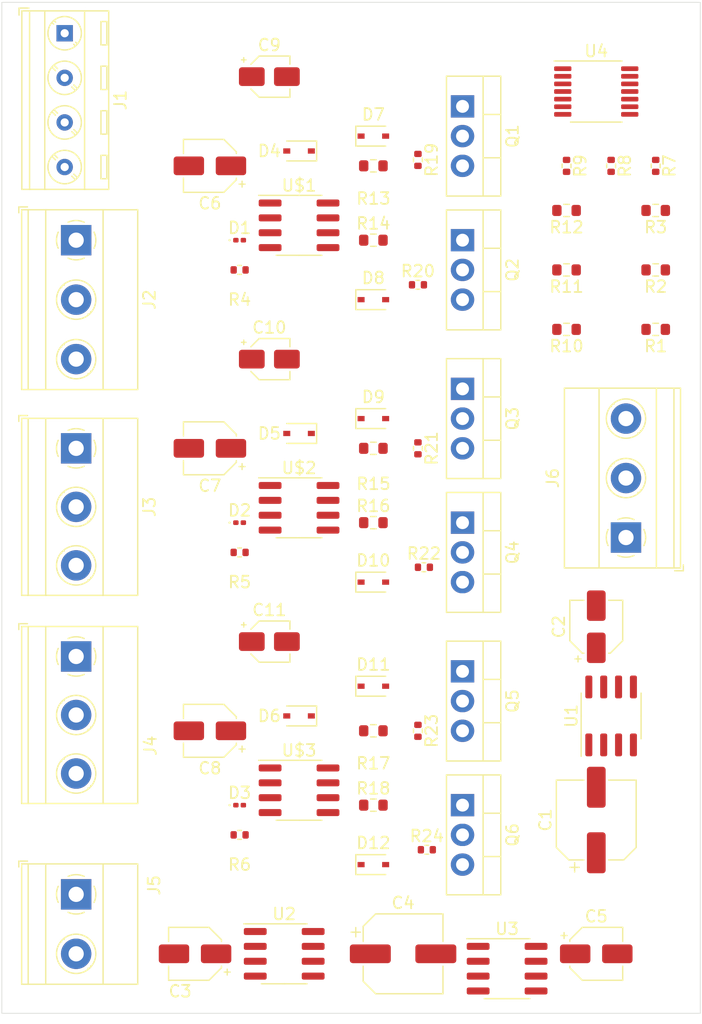
<source format=kicad_pcb>
(kicad_pcb (version 20171130) (host pcbnew "(5.1.10)-1")

  (general
    (thickness 1.6)
    (drawings 4)
    (tracks 0)
    (zones 0)
    (modules 66)
    (nets 47)
  )

  (page A4)
  (title_block
    (title "BLDC ESC")
    (company Logikos)
  )

  (layers
    (0 Top signal)
    (31 Bottom signal)
    (33 F.Adhes user)
    (35 F.Paste user)
    (37 F.SilkS user)
    (38 B.Mask user)
    (39 F.Mask user)
    (40 Dwgs.User user)
    (41 Cmts.User user)
    (42 Eco1.User user)
    (43 Eco2.User user)
    (44 Edge.Cuts user)
    (45 Margin user)
    (46 B.CrtYd user)
    (47 F.CrtYd user)
    (49 F.Fab user)
  )

  (setup
    (last_trace_width 0.25)
    (user_trace_width 0.15)
    (user_trace_width 0.2)
    (user_trace_width 0.25)
    (user_trace_width 0.3)
    (user_trace_width 0.35)
    (user_trace_width 0.4)
    (user_trace_width 0.5)
    (user_trace_width 0.6)
    (user_trace_width 0.8)
    (user_trace_width 1)
    (user_trace_width 1.5)
    (user_trace_width 2)
    (user_trace_width 2.5)
    (user_trace_width 3)
    (user_trace_width 4)
    (user_trace_width 5)
    (trace_clearance 0.15)
    (zone_clearance 0.508)
    (zone_45_only no)
    (trace_min 0.15)
    (via_size 0.8)
    (via_drill 0.4)
    (via_min_size 0.6)
    (via_min_drill 0.35)
    (uvia_size 0.3)
    (uvia_drill 0.1)
    (uvias_allowed no)
    (uvia_min_size 0.15)
    (uvia_min_drill 0.1)
    (edge_width 0.05)
    (segment_width 0.2)
    (pcb_text_width 0.3)
    (pcb_text_size 1.5 1.5)
    (mod_edge_width 0.12)
    (mod_text_size 1 1)
    (mod_text_width 0.15)
    (pad_size 2.6 2.6)
    (pad_drill 1.3)
    (pad_to_mask_clearance 0)
    (aux_axis_origin 0 0)
    (visible_elements 7FFFFFFF)
    (pcbplotparams
      (layerselection 0x010fc_ffffffff)
      (usegerberextensions false)
      (usegerberattributes true)
      (usegerberadvancedattributes true)
      (creategerberjobfile true)
      (excludeedgelayer true)
      (linewidth 0.100000)
      (plotframeref false)
      (viasonmask false)
      (mode 1)
      (useauxorigin false)
      (hpglpennumber 1)
      (hpglpenspeed 20)
      (hpglpendiameter 15.000000)
      (psnegative false)
      (psa4output false)
      (plotreference true)
      (plotvalue true)
      (plotinvisibletext false)
      (padsonsilk false)
      (subtractmaskfromsilk false)
      (outputformat 1)
      (mirror false)
      (drillshape 1)
      (scaleselection 1)
      (outputdirectory ""))
  )

  (net 0 "")
  (net 1 0)
  (net 2 GND)
  (net 3 /CurrentSensor)
  (net 4 /Vsys5v)
  (net 5 /Vsys)
  (net 6 /Vdd3.3v)
  (net 7 "Net-(C9-Pad1)")
  (net 8 "Net-(C9-Pad2)")
  (net 9 "Net-(C10-Pad2)")
  (net 10 "Net-(C10-Pad1)")
  (net 11 "Net-(C11-Pad1)")
  (net 12 "Net-(C11-Pad2)")
  (net 13 /SD_A)
  (net 14 "Net-(D1-Pad1)")
  (net 15 "Net-(D2-Pad1)")
  (net 16 /SD_B)
  (net 17 "Net-(D3-Pad1)")
  (net 18 /SD_C)
  (net 19 "Net-(D7-Pad2)")
  (net 20 "Net-(D7-Pad1)")
  (net 21 "Net-(D8-Pad1)")
  (net 22 "Net-(D8-Pad2)")
  (net 23 "Net-(D9-Pad2)")
  (net 24 "Net-(D9-Pad1)")
  (net 25 "Net-(D10-Pad1)")
  (net 26 "Net-(D10-Pad2)")
  (net 27 "Net-(D11-Pad2)")
  (net 28 "Net-(D11-Pad1)")
  (net 29 "Net-(D12-Pad1)")
  (net 30 "Net-(D12-Pad2)")
  (net 31 /AIN0)
  (net 32 /AIN1)
  (net 33 /AIN2)
  (net 34 /AIN3)
  (net 35 /PWM_A)
  (net 36 /PWM_B)
  (net 37 /PWM_C)
  (net 38 /COMP3)
  (net 39 /COMP0)
  (net 40 /COMP1)
  (net 41 /COMP2)
  (net 42 "Net-(U2-Pad6)")
  (net 43 /Vsys5V)
  (net 44 "Net-(U4-Pad10)")
  (net 45 "Net-(U4-Pad11)")
  (net 46 "Net-(U4-Pad13)")

  (net_class Default "This is the default net class."
    (clearance 0.15)
    (trace_width 0.25)
    (via_dia 0.8)
    (via_drill 0.4)
    (uvia_dia 0.3)
    (uvia_drill 0.1)
    (add_net /AIN0)
    (add_net /AIN1)
    (add_net /AIN2)
    (add_net /AIN3)
    (add_net /COMP0)
    (add_net /COMP1)
    (add_net /COMP2)
    (add_net /COMP3)
    (add_net /CurrentSensor)
    (add_net /PWM_A)
    (add_net /PWM_B)
    (add_net /PWM_C)
    (add_net /SD_A)
    (add_net /SD_B)
    (add_net /SD_C)
    (add_net /Vdd3.3v)
    (add_net /Vsys)
    (add_net /Vsys5V)
    (add_net /Vsys5v)
    (add_net 0)
    (add_net GND)
    (add_net "Net-(C10-Pad1)")
    (add_net "Net-(C10-Pad2)")
    (add_net "Net-(C11-Pad1)")
    (add_net "Net-(C11-Pad2)")
    (add_net "Net-(C9-Pad1)")
    (add_net "Net-(C9-Pad2)")
    (add_net "Net-(D1-Pad1)")
    (add_net "Net-(D10-Pad1)")
    (add_net "Net-(D10-Pad2)")
    (add_net "Net-(D11-Pad1)")
    (add_net "Net-(D11-Pad2)")
    (add_net "Net-(D12-Pad1)")
    (add_net "Net-(D12-Pad2)")
    (add_net "Net-(D2-Pad1)")
    (add_net "Net-(D3-Pad1)")
    (add_net "Net-(D7-Pad1)")
    (add_net "Net-(D7-Pad2)")
    (add_net "Net-(D8-Pad1)")
    (add_net "Net-(D8-Pad2)")
    (add_net "Net-(D9-Pad1)")
    (add_net "Net-(D9-Pad2)")
    (add_net "Net-(U2-Pad6)")
    (add_net "Net-(U4-Pad10)")
    (add_net "Net-(U4-Pad11)")
    (add_net "Net-(U4-Pad13)")
  )

  (module Capacitor_SMD:CP_Elec_6.3x5.3 (layer Top) (tedit 5BCA39D0) (tstamp 60EF447B)
    (at 170.18 118.11 90)
    (descr "SMD capacitor, aluminum electrolytic, Cornell Dubilier, 6.3x5.3mm")
    (tags "capacitor electrolytic")
    (path /61069187)
    (attr smd)
    (fp_text reference C1 (at 0 -4.35 90) (layer F.SilkS)
      (effects (font (size 1 1) (thickness 0.15)))
    )
    (fp_text value ".33 uF" (at 1.152408 4.605244 90) (layer F.Fab)
      (effects (font (size 1 1) (thickness 0.15)))
    )
    (fp_circle (center 0 0) (end 3.15 0) (layer F.Fab) (width 0.1))
    (fp_line (start 3.3 -3.3) (end 3.3 3.3) (layer F.Fab) (width 0.1))
    (fp_line (start -2.3 -3.3) (end 3.3 -3.3) (layer F.Fab) (width 0.1))
    (fp_line (start -2.3 3.3) (end 3.3 3.3) (layer F.Fab) (width 0.1))
    (fp_line (start -3.3 -2.3) (end -3.3 2.3) (layer F.Fab) (width 0.1))
    (fp_line (start -3.3 -2.3) (end -2.3 -3.3) (layer F.Fab) (width 0.1))
    (fp_line (start -3.3 2.3) (end -2.3 3.3) (layer F.Fab) (width 0.1))
    (fp_line (start -2.704838 -1.33) (end -2.074838 -1.33) (layer F.Fab) (width 0.1))
    (fp_line (start -2.389838 -1.645) (end -2.389838 -1.015) (layer F.Fab) (width 0.1))
    (fp_line (start 3.41 3.41) (end 3.41 1.06) (layer F.SilkS) (width 0.12))
    (fp_line (start 3.41 -3.41) (end 3.41 -1.06) (layer F.SilkS) (width 0.12))
    (fp_line (start -2.345563 -3.41) (end 3.41 -3.41) (layer F.SilkS) (width 0.12))
    (fp_line (start -2.345563 3.41) (end 3.41 3.41) (layer F.SilkS) (width 0.12))
    (fp_line (start -3.41 2.345563) (end -3.41 1.06) (layer F.SilkS) (width 0.12))
    (fp_line (start -3.41 -2.345563) (end -3.41 -1.06) (layer F.SilkS) (width 0.12))
    (fp_line (start -3.41 -2.345563) (end -2.345563 -3.41) (layer F.SilkS) (width 0.12))
    (fp_line (start -3.41 2.345563) (end -2.345563 3.41) (layer F.SilkS) (width 0.12))
    (fp_line (start -4.4375 -1.8475) (end -3.65 -1.8475) (layer F.SilkS) (width 0.12))
    (fp_line (start -4.04375 -2.24125) (end -4.04375 -1.45375) (layer F.SilkS) (width 0.12))
    (fp_line (start 3.55 -3.55) (end 3.55 -1.05) (layer F.CrtYd) (width 0.05))
    (fp_line (start 3.55 -1.05) (end 4.8 -1.05) (layer F.CrtYd) (width 0.05))
    (fp_line (start 4.8 -1.05) (end 4.8 1.05) (layer F.CrtYd) (width 0.05))
    (fp_line (start 4.8 1.05) (end 3.55 1.05) (layer F.CrtYd) (width 0.05))
    (fp_line (start 3.55 1.05) (end 3.55 3.55) (layer F.CrtYd) (width 0.05))
    (fp_line (start -2.4 3.55) (end 3.55 3.55) (layer F.CrtYd) (width 0.05))
    (fp_line (start -2.4 -3.55) (end 3.55 -3.55) (layer F.CrtYd) (width 0.05))
    (fp_line (start -3.55 2.4) (end -2.4 3.55) (layer F.CrtYd) (width 0.05))
    (fp_line (start -3.55 -2.4) (end -2.4 -3.55) (layer F.CrtYd) (width 0.05))
    (fp_line (start -3.55 -2.4) (end -3.55 -1.05) (layer F.CrtYd) (width 0.05))
    (fp_line (start -3.55 1.05) (end -3.55 2.4) (layer F.CrtYd) (width 0.05))
    (fp_line (start -3.55 -1.05) (end -4.8 -1.05) (layer F.CrtYd) (width 0.05))
    (fp_line (start -4.8 -1.05) (end -4.8 1.05) (layer F.CrtYd) (width 0.05))
    (fp_line (start -4.8 1.05) (end -3.55 1.05) (layer F.CrtYd) (width 0.05))
    (fp_text user %R (at 0 0 90) (layer F.Fab)
      (effects (font (size 1 1) (thickness 0.15)))
    )
    (pad 2 smd roundrect (at 2.8 0 90) (size 3.5 1.6) (layers Top F.Paste F.Mask) (roundrect_rratio 0.15625)
      (net 2 GND))
    (pad 1 smd roundrect (at -2.8 0 90) (size 3.5 1.6) (layers Top F.Paste F.Mask) (roundrect_rratio 0.15625)
      (net 3 /CurrentSensor))
    (model ${KISYS3DMOD}/Capacitor_SMD.3dshapes/CP_Elec_6.3x5.3.wrl
      (at (xyz 0 0 0))
      (scale (xyz 1 1 1))
      (rotate (xyz 0 0 0))
    )
  )

  (module Capacitor_SMD:CP_Elec_4x5.4 (layer Top) (tedit 5BCA39CF) (tstamp 60EF44A3)
    (at 170.18 101.6 90)
    (descr "SMD capacitor, aluminum electrolytic, Panasonic A5 / Nichicon, 4.0x5.4mm")
    (tags "capacitor electrolytic")
    (path /6106917D)
    (attr smd)
    (fp_text reference C2 (at 0 -3.2 90) (layer F.SilkS)
      (effects (font (size 1 1) (thickness 0.15)))
    )
    (fp_text value ".1 uF" (at 0 3.2 90) (layer F.Fab)
      (effects (font (size 1 1) (thickness 0.15)))
    )
    (fp_line (start -3.35 1.05) (end -2.4 1.05) (layer F.CrtYd) (width 0.05))
    (fp_line (start -3.35 -1.05) (end -3.35 1.05) (layer F.CrtYd) (width 0.05))
    (fp_line (start -2.4 -1.05) (end -3.35 -1.05) (layer F.CrtYd) (width 0.05))
    (fp_line (start -2.4 1.05) (end -2.4 1.25) (layer F.CrtYd) (width 0.05))
    (fp_line (start -2.4 -1.25) (end -2.4 -1.05) (layer F.CrtYd) (width 0.05))
    (fp_line (start -2.4 -1.25) (end -1.25 -2.4) (layer F.CrtYd) (width 0.05))
    (fp_line (start -2.4 1.25) (end -1.25 2.4) (layer F.CrtYd) (width 0.05))
    (fp_line (start -1.25 -2.4) (end 2.4 -2.4) (layer F.CrtYd) (width 0.05))
    (fp_line (start -1.25 2.4) (end 2.4 2.4) (layer F.CrtYd) (width 0.05))
    (fp_line (start 2.4 1.05) (end 2.4 2.4) (layer F.CrtYd) (width 0.05))
    (fp_line (start 3.35 1.05) (end 2.4 1.05) (layer F.CrtYd) (width 0.05))
    (fp_line (start 3.35 -1.05) (end 3.35 1.05) (layer F.CrtYd) (width 0.05))
    (fp_line (start 2.4 -1.05) (end 3.35 -1.05) (layer F.CrtYd) (width 0.05))
    (fp_line (start 2.4 -2.4) (end 2.4 -1.05) (layer F.CrtYd) (width 0.05))
    (fp_line (start -2.75 -1.81) (end -2.75 -1.31) (layer F.SilkS) (width 0.12))
    (fp_line (start -3 -1.56) (end -2.5 -1.56) (layer F.SilkS) (width 0.12))
    (fp_line (start -2.26 1.195563) (end -1.195563 2.26) (layer F.SilkS) (width 0.12))
    (fp_line (start -2.26 -1.195563) (end -1.195563 -2.26) (layer F.SilkS) (width 0.12))
    (fp_line (start -2.26 -1.195563) (end -2.26 -1.06) (layer F.SilkS) (width 0.12))
    (fp_line (start -2.26 1.195563) (end -2.26 1.06) (layer F.SilkS) (width 0.12))
    (fp_line (start -1.195563 2.26) (end 2.26 2.26) (layer F.SilkS) (width 0.12))
    (fp_line (start -1.195563 -2.26) (end 2.26 -2.26) (layer F.SilkS) (width 0.12))
    (fp_line (start 2.26 -2.26) (end 2.26 -1.06) (layer F.SilkS) (width 0.12))
    (fp_line (start 2.26 2.26) (end 2.26 1.06) (layer F.SilkS) (width 0.12))
    (fp_line (start -1.374773 -1.2) (end -1.374773 -0.8) (layer F.Fab) (width 0.1))
    (fp_line (start -1.574773 -1) (end -1.174773 -1) (layer F.Fab) (width 0.1))
    (fp_line (start -2.15 1.15) (end -1.15 2.15) (layer F.Fab) (width 0.1))
    (fp_line (start -2.15 -1.15) (end -1.15 -2.15) (layer F.Fab) (width 0.1))
    (fp_line (start -2.15 -1.15) (end -2.15 1.15) (layer F.Fab) (width 0.1))
    (fp_line (start -1.15 2.15) (end 2.15 2.15) (layer F.Fab) (width 0.1))
    (fp_line (start -1.15 -2.15) (end 2.15 -2.15) (layer F.Fab) (width 0.1))
    (fp_line (start 2.15 -2.15) (end 2.15 2.15) (layer F.Fab) (width 0.1))
    (fp_circle (center 0 0) (end 2 0) (layer F.Fab) (width 0.1))
    (fp_text user %R (at 0 0 90) (layer F.Fab)
      (effects (font (size 0.8 0.8) (thickness 0.12)))
    )
    (pad 1 smd roundrect (at -1.8 0 90) (size 2.6 1.6) (layers Top F.Paste F.Mask) (roundrect_rratio 0.15625)
      (net 4 /Vsys5v))
    (pad 2 smd roundrect (at 1.8 0 90) (size 2.6 1.6) (layers Top F.Paste F.Mask) (roundrect_rratio 0.15625)
      (net 2 GND))
    (model ${KISYS3DMOD}/Capacitor_SMD.3dshapes/CP_Elec_4x5.4.wrl
      (at (xyz 0 0 0))
      (scale (xyz 1 1 1))
      (rotate (xyz 0 0 0))
    )
  )

  (module Capacitor_SMD:CP_Elec_4x5.4 (layer Top) (tedit 5BCA39CF) (tstamp 60EF44CB)
    (at 135.89 129.54 180)
    (descr "SMD capacitor, aluminum electrolytic, Panasonic A5 / Nichicon, 4.0x5.4mm")
    (tags "capacitor electrolytic")
    (path /616F5B56)
    (attr smd)
    (fp_text reference C3 (at 1.27 -3.2) (layer F.SilkS)
      (effects (font (size 1 1) (thickness 0.15)))
    )
    (fp_text value ".1 uF" (at 0 3.2) (layer F.Fab)
      (effects (font (size 1 1) (thickness 0.15)))
    )
    (fp_circle (center 0 0) (end 2 0) (layer F.Fab) (width 0.1))
    (fp_line (start 2.15 -2.15) (end 2.15 2.15) (layer F.Fab) (width 0.1))
    (fp_line (start -1.15 -2.15) (end 2.15 -2.15) (layer F.Fab) (width 0.1))
    (fp_line (start -1.15 2.15) (end 2.15 2.15) (layer F.Fab) (width 0.1))
    (fp_line (start -2.15 -1.15) (end -2.15 1.15) (layer F.Fab) (width 0.1))
    (fp_line (start -2.15 -1.15) (end -1.15 -2.15) (layer F.Fab) (width 0.1))
    (fp_line (start -2.15 1.15) (end -1.15 2.15) (layer F.Fab) (width 0.1))
    (fp_line (start -1.574773 -1) (end -1.174773 -1) (layer F.Fab) (width 0.1))
    (fp_line (start -1.374773 -1.2) (end -1.374773 -0.8) (layer F.Fab) (width 0.1))
    (fp_line (start 2.26 2.26) (end 2.26 1.06) (layer F.SilkS) (width 0.12))
    (fp_line (start 2.26 -2.26) (end 2.26 -1.06) (layer F.SilkS) (width 0.12))
    (fp_line (start -1.195563 -2.26) (end 2.26 -2.26) (layer F.SilkS) (width 0.12))
    (fp_line (start -1.195563 2.26) (end 2.26 2.26) (layer F.SilkS) (width 0.12))
    (fp_line (start -2.26 1.195563) (end -2.26 1.06) (layer F.SilkS) (width 0.12))
    (fp_line (start -2.26 -1.195563) (end -2.26 -1.06) (layer F.SilkS) (width 0.12))
    (fp_line (start -2.26 -1.195563) (end -1.195563 -2.26) (layer F.SilkS) (width 0.12))
    (fp_line (start -2.26 1.195563) (end -1.195563 2.26) (layer F.SilkS) (width 0.12))
    (fp_line (start -3 -1.56) (end -2.5 -1.56) (layer F.SilkS) (width 0.12))
    (fp_line (start -2.75 -1.81) (end -2.75 -1.31) (layer F.SilkS) (width 0.12))
    (fp_line (start 2.4 -2.4) (end 2.4 -1.05) (layer F.CrtYd) (width 0.05))
    (fp_line (start 2.4 -1.05) (end 3.35 -1.05) (layer F.CrtYd) (width 0.05))
    (fp_line (start 3.35 -1.05) (end 3.35 1.05) (layer F.CrtYd) (width 0.05))
    (fp_line (start 3.35 1.05) (end 2.4 1.05) (layer F.CrtYd) (width 0.05))
    (fp_line (start 2.4 1.05) (end 2.4 2.4) (layer F.CrtYd) (width 0.05))
    (fp_line (start -1.25 2.4) (end 2.4 2.4) (layer F.CrtYd) (width 0.05))
    (fp_line (start -1.25 -2.4) (end 2.4 -2.4) (layer F.CrtYd) (width 0.05))
    (fp_line (start -2.4 1.25) (end -1.25 2.4) (layer F.CrtYd) (width 0.05))
    (fp_line (start -2.4 -1.25) (end -1.25 -2.4) (layer F.CrtYd) (width 0.05))
    (fp_line (start -2.4 -1.25) (end -2.4 -1.05) (layer F.CrtYd) (width 0.05))
    (fp_line (start -2.4 1.05) (end -2.4 1.25) (layer F.CrtYd) (width 0.05))
    (fp_line (start -2.4 -1.05) (end -3.35 -1.05) (layer F.CrtYd) (width 0.05))
    (fp_line (start -3.35 -1.05) (end -3.35 1.05) (layer F.CrtYd) (width 0.05))
    (fp_line (start -3.35 1.05) (end -2.4 1.05) (layer F.CrtYd) (width 0.05))
    (fp_text user %R (at 0 0) (layer F.Fab)
      (effects (font (size 0.8 0.8) (thickness 0.12)))
    )
    (pad 2 smd roundrect (at 1.8 0 180) (size 2.6 1.6) (layers Top F.Paste F.Mask) (roundrect_rratio 0.15625)
      (net 1 0))
    (pad 1 smd roundrect (at -1.8 0 180) (size 2.6 1.6) (layers Top F.Paste F.Mask) (roundrect_rratio 0.15625)
      (net 4 /Vsys5v))
    (model ${KISYS3DMOD}/Capacitor_SMD.3dshapes/CP_Elec_4x5.4.wrl
      (at (xyz 0 0 0))
      (scale (xyz 1 1 1))
      (rotate (xyz 0 0 0))
    )
  )

  (module Capacitor_SMD:CP_Elec_6.3x5.3 (layer Top) (tedit 5BCA39D0) (tstamp 60EF44F3)
    (at 153.67 129.54)
    (descr "SMD capacitor, aluminum electrolytic, Cornell Dubilier, 6.3x5.3mm")
    (tags "capacitor electrolytic")
    (path /60EE337F)
    (attr smd)
    (fp_text reference C4 (at 0 -4.35) (layer F.SilkS)
      (effects (font (size 1 1) (thickness 0.15)))
    )
    (fp_text value ".33 uF" (at 0 4.35) (layer F.Fab)
      (effects (font (size 1 1) (thickness 0.15)))
    )
    (fp_line (start -4.8 1.05) (end -3.55 1.05) (layer F.CrtYd) (width 0.05))
    (fp_line (start -4.8 -1.05) (end -4.8 1.05) (layer F.CrtYd) (width 0.05))
    (fp_line (start -3.55 -1.05) (end -4.8 -1.05) (layer F.CrtYd) (width 0.05))
    (fp_line (start -3.55 1.05) (end -3.55 2.4) (layer F.CrtYd) (width 0.05))
    (fp_line (start -3.55 -2.4) (end -3.55 -1.05) (layer F.CrtYd) (width 0.05))
    (fp_line (start -3.55 -2.4) (end -2.4 -3.55) (layer F.CrtYd) (width 0.05))
    (fp_line (start -3.55 2.4) (end -2.4 3.55) (layer F.CrtYd) (width 0.05))
    (fp_line (start -2.4 -3.55) (end 3.55 -3.55) (layer F.CrtYd) (width 0.05))
    (fp_line (start -2.4 3.55) (end 3.55 3.55) (layer F.CrtYd) (width 0.05))
    (fp_line (start 3.55 1.05) (end 3.55 3.55) (layer F.CrtYd) (width 0.05))
    (fp_line (start 4.8 1.05) (end 3.55 1.05) (layer F.CrtYd) (width 0.05))
    (fp_line (start 4.8 -1.05) (end 4.8 1.05) (layer F.CrtYd) (width 0.05))
    (fp_line (start 3.55 -1.05) (end 4.8 -1.05) (layer F.CrtYd) (width 0.05))
    (fp_line (start 3.55 -3.55) (end 3.55 -1.05) (layer F.CrtYd) (width 0.05))
    (fp_line (start -4.04375 -2.24125) (end -4.04375 -1.45375) (layer F.SilkS) (width 0.12))
    (fp_line (start -4.4375 -1.8475) (end -3.65 -1.8475) (layer F.SilkS) (width 0.12))
    (fp_line (start -3.41 2.345563) (end -2.345563 3.41) (layer F.SilkS) (width 0.12))
    (fp_line (start -3.41 -2.345563) (end -2.345563 -3.41) (layer F.SilkS) (width 0.12))
    (fp_line (start -3.41 -2.345563) (end -3.41 -1.06) (layer F.SilkS) (width 0.12))
    (fp_line (start -3.41 2.345563) (end -3.41 1.06) (layer F.SilkS) (width 0.12))
    (fp_line (start -2.345563 3.41) (end 3.41 3.41) (layer F.SilkS) (width 0.12))
    (fp_line (start -2.345563 -3.41) (end 3.41 -3.41) (layer F.SilkS) (width 0.12))
    (fp_line (start 3.41 -3.41) (end 3.41 -1.06) (layer F.SilkS) (width 0.12))
    (fp_line (start 3.41 3.41) (end 3.41 1.06) (layer F.SilkS) (width 0.12))
    (fp_line (start -2.389838 -1.645) (end -2.389838 -1.015) (layer F.Fab) (width 0.1))
    (fp_line (start -2.704838 -1.33) (end -2.074838 -1.33) (layer F.Fab) (width 0.1))
    (fp_line (start -3.3 2.3) (end -2.3 3.3) (layer F.Fab) (width 0.1))
    (fp_line (start -3.3 -2.3) (end -2.3 -3.3) (layer F.Fab) (width 0.1))
    (fp_line (start -3.3 -2.3) (end -3.3 2.3) (layer F.Fab) (width 0.1))
    (fp_line (start -2.3 3.3) (end 3.3 3.3) (layer F.Fab) (width 0.1))
    (fp_line (start -2.3 -3.3) (end 3.3 -3.3) (layer F.Fab) (width 0.1))
    (fp_line (start 3.3 -3.3) (end 3.3 3.3) (layer F.Fab) (width 0.1))
    (fp_circle (center 0 0) (end 3.15 0) (layer F.Fab) (width 0.1))
    (fp_text user %R (at 0 0) (layer F.Fab)
      (effects (font (size 1 1) (thickness 0.15)))
    )
    (pad 1 smd roundrect (at -2.8 0) (size 3.5 1.6) (layers Top F.Paste F.Mask) (roundrect_rratio 0.15625)
      (net 3 /CurrentSensor))
    (pad 2 smd roundrect (at 2.8 0) (size 3.5 1.6) (layers Top F.Paste F.Mask) (roundrect_rratio 0.15625)
      (net 2 GND))
    (model ${KISYS3DMOD}/Capacitor_SMD.3dshapes/CP_Elec_6.3x5.3.wrl
      (at (xyz 0 0 0))
      (scale (xyz 1 1 1))
      (rotate (xyz 0 0 0))
    )
  )

  (module Capacitor_SMD:CP_Elec_4x5.4 (layer Top) (tedit 5BCA39CF) (tstamp 60EF451B)
    (at 170.18 129.54)
    (descr "SMD capacitor, aluminum electrolytic, Panasonic A5 / Nichicon, 4.0x5.4mm")
    (tags "capacitor electrolytic")
    (path /60ED68BC)
    (attr smd)
    (fp_text reference C5 (at 0 -3.2) (layer F.SilkS)
      (effects (font (size 1 1) (thickness 0.15)))
    )
    (fp_text value ".1 uF" (at 0 3.2) (layer F.Fab)
      (effects (font (size 1 1) (thickness 0.15)))
    )
    (fp_line (start -3.35 1.05) (end -2.4 1.05) (layer F.CrtYd) (width 0.05))
    (fp_line (start -3.35 -1.05) (end -3.35 1.05) (layer F.CrtYd) (width 0.05))
    (fp_line (start -2.4 -1.05) (end -3.35 -1.05) (layer F.CrtYd) (width 0.05))
    (fp_line (start -2.4 1.05) (end -2.4 1.25) (layer F.CrtYd) (width 0.05))
    (fp_line (start -2.4 -1.25) (end -2.4 -1.05) (layer F.CrtYd) (width 0.05))
    (fp_line (start -2.4 -1.25) (end -1.25 -2.4) (layer F.CrtYd) (width 0.05))
    (fp_line (start -2.4 1.25) (end -1.25 2.4) (layer F.CrtYd) (width 0.05))
    (fp_line (start -1.25 -2.4) (end 2.4 -2.4) (layer F.CrtYd) (width 0.05))
    (fp_line (start -1.25 2.4) (end 2.4 2.4) (layer F.CrtYd) (width 0.05))
    (fp_line (start 2.4 1.05) (end 2.4 2.4) (layer F.CrtYd) (width 0.05))
    (fp_line (start 3.35 1.05) (end 2.4 1.05) (layer F.CrtYd) (width 0.05))
    (fp_line (start 3.35 -1.05) (end 3.35 1.05) (layer F.CrtYd) (width 0.05))
    (fp_line (start 2.4 -1.05) (end 3.35 -1.05) (layer F.CrtYd) (width 0.05))
    (fp_line (start 2.4 -2.4) (end 2.4 -1.05) (layer F.CrtYd) (width 0.05))
    (fp_line (start -2.75 -1.81) (end -2.75 -1.31) (layer F.SilkS) (width 0.12))
    (fp_line (start -3 -1.56) (end -2.5 -1.56) (layer F.SilkS) (width 0.12))
    (fp_line (start -2.26 1.195563) (end -1.195563 2.26) (layer F.SilkS) (width 0.12))
    (fp_line (start -2.26 -1.195563) (end -1.195563 -2.26) (layer F.SilkS) (width 0.12))
    (fp_line (start -2.26 -1.195563) (end -2.26 -1.06) (layer F.SilkS) (width 0.12))
    (fp_line (start -2.26 1.195563) (end -2.26 1.06) (layer F.SilkS) (width 0.12))
    (fp_line (start -1.195563 2.26) (end 2.26 2.26) (layer F.SilkS) (width 0.12))
    (fp_line (start -1.195563 -2.26) (end 2.26 -2.26) (layer F.SilkS) (width 0.12))
    (fp_line (start 2.26 -2.26) (end 2.26 -1.06) (layer F.SilkS) (width 0.12))
    (fp_line (start 2.26 2.26) (end 2.26 1.06) (layer F.SilkS) (width 0.12))
    (fp_line (start -1.374773 -1.2) (end -1.374773 -0.8) (layer F.Fab) (width 0.1))
    (fp_line (start -1.574773 -1) (end -1.174773 -1) (layer F.Fab) (width 0.1))
    (fp_line (start -2.15 1.15) (end -1.15 2.15) (layer F.Fab) (width 0.1))
    (fp_line (start -2.15 -1.15) (end -1.15 -2.15) (layer F.Fab) (width 0.1))
    (fp_line (start -2.15 -1.15) (end -2.15 1.15) (layer F.Fab) (width 0.1))
    (fp_line (start -1.15 2.15) (end 2.15 2.15) (layer F.Fab) (width 0.1))
    (fp_line (start -1.15 -2.15) (end 2.15 -2.15) (layer F.Fab) (width 0.1))
    (fp_line (start 2.15 -2.15) (end 2.15 2.15) (layer F.Fab) (width 0.1))
    (fp_circle (center 0 0) (end 2 0) (layer F.Fab) (width 0.1))
    (fp_text user %R (at 0 0) (layer F.Fab)
      (effects (font (size 0.8 0.8) (thickness 0.12)))
    )
    (pad 1 smd roundrect (at -1.8 0) (size 2.6 1.6) (layers Top F.Paste F.Mask) (roundrect_rratio 0.15625)
      (net 6 /Vdd3.3v))
    (pad 2 smd roundrect (at 1.8 0) (size 2.6 1.6) (layers Top F.Paste F.Mask) (roundrect_rratio 0.15625)
      (net 2 GND))
    (model ${KISYS3DMOD}/Capacitor_SMD.3dshapes/CP_Elec_4x5.4.wrl
      (at (xyz 0 0 0))
      (scale (xyz 1 1 1))
      (rotate (xyz 0 0 0))
    )
  )

  (module Capacitor_SMD:CP_Elec_4x5.3 (layer Top) (tedit 5BCA39CF) (tstamp 60EF4543)
    (at 137.16 62.23 180)
    (descr "SMD capacitor, aluminum electrolytic, Vishay, 4.0x5.3mm")
    (tags "capacitor electrolytic")
    (path /4A3211F2)
    (attr smd)
    (fp_text reference C6 (at 0 -3.2) (layer F.SilkS)
      (effects (font (size 1 1) (thickness 0.15)))
    )
    (fp_text value 10micro (at 2.54 5.08) (layer F.Fab)
      (effects (font (size 1 1) (thickness 0.15)))
    )
    (fp_line (start -3.35 1.05) (end -2.4 1.05) (layer F.CrtYd) (width 0.05))
    (fp_line (start -3.35 -1.05) (end -3.35 1.05) (layer F.CrtYd) (width 0.05))
    (fp_line (start -2.4 -1.05) (end -3.35 -1.05) (layer F.CrtYd) (width 0.05))
    (fp_line (start -2.4 1.05) (end -2.4 1.25) (layer F.CrtYd) (width 0.05))
    (fp_line (start -2.4 -1.25) (end -2.4 -1.05) (layer F.CrtYd) (width 0.05))
    (fp_line (start -2.4 -1.25) (end -1.25 -2.4) (layer F.CrtYd) (width 0.05))
    (fp_line (start -2.4 1.25) (end -1.25 2.4) (layer F.CrtYd) (width 0.05))
    (fp_line (start -1.25 -2.4) (end 2.4 -2.4) (layer F.CrtYd) (width 0.05))
    (fp_line (start -1.25 2.4) (end 2.4 2.4) (layer F.CrtYd) (width 0.05))
    (fp_line (start 2.4 1.05) (end 2.4 2.4) (layer F.CrtYd) (width 0.05))
    (fp_line (start 3.35 1.05) (end 2.4 1.05) (layer F.CrtYd) (width 0.05))
    (fp_line (start 3.35 -1.05) (end 3.35 1.05) (layer F.CrtYd) (width 0.05))
    (fp_line (start 2.4 -1.05) (end 3.35 -1.05) (layer F.CrtYd) (width 0.05))
    (fp_line (start 2.4 -2.4) (end 2.4 -1.05) (layer F.CrtYd) (width 0.05))
    (fp_line (start -2.75 -1.81) (end -2.75 -1.31) (layer F.SilkS) (width 0.12))
    (fp_line (start -3 -1.56) (end -2.5 -1.56) (layer F.SilkS) (width 0.12))
    (fp_line (start -2.26 1.195563) (end -1.195563 2.26) (layer F.SilkS) (width 0.12))
    (fp_line (start -2.26 -1.195563) (end -1.195563 -2.26) (layer F.SilkS) (width 0.12))
    (fp_line (start -2.26 -1.195563) (end -2.26 -1.06) (layer F.SilkS) (width 0.12))
    (fp_line (start -2.26 1.195563) (end -2.26 1.06) (layer F.SilkS) (width 0.12))
    (fp_line (start -1.195563 2.26) (end 2.26 2.26) (layer F.SilkS) (width 0.12))
    (fp_line (start -1.195563 -2.26) (end 2.26 -2.26) (layer F.SilkS) (width 0.12))
    (fp_line (start 2.26 -2.26) (end 2.26 -1.06) (layer F.SilkS) (width 0.12))
    (fp_line (start 2.26 2.26) (end 2.26 1.06) (layer F.SilkS) (width 0.12))
    (fp_line (start -1.374773 -1.2) (end -1.374773 -0.8) (layer F.Fab) (width 0.1))
    (fp_line (start -1.574773 -1) (end -1.174773 -1) (layer F.Fab) (width 0.1))
    (fp_line (start -2.15 1.15) (end -1.15 2.15) (layer F.Fab) (width 0.1))
    (fp_line (start -2.15 -1.15) (end -1.15 -2.15) (layer F.Fab) (width 0.1))
    (fp_line (start -2.15 -1.15) (end -2.15 1.15) (layer F.Fab) (width 0.1))
    (fp_line (start -1.15 2.15) (end 2.15 2.15) (layer F.Fab) (width 0.1))
    (fp_line (start -1.15 -2.15) (end 2.15 -2.15) (layer F.Fab) (width 0.1))
    (fp_line (start 2.15 -2.15) (end 2.15 2.15) (layer F.Fab) (width 0.1))
    (fp_circle (center 0 0) (end 2 0) (layer F.Fab) (width 0.1))
    (fp_text user %R (at 0 0) (layer F.Fab)
      (effects (font (size 0.8 0.8) (thickness 0.12)))
    )
    (pad 1 smd roundrect (at -1.8 0 180) (size 2.6 1.6) (layers Top F.Paste F.Mask) (roundrect_rratio 0.15625)
      (net 3 /CurrentSensor))
    (pad 2 smd roundrect (at 1.8 0 180) (size 2.6 1.6) (layers Top F.Paste F.Mask) (roundrect_rratio 0.15625)
      (net 1 0))
    (model ${KISYS3DMOD}/Capacitor_SMD.3dshapes/CP_Elec_4x5.3.wrl
      (at (xyz 0 0 0))
      (scale (xyz 1 1 1))
      (rotate (xyz 0 0 0))
    )
  )

  (module Capacitor_SMD:CP_Elec_4x5.3 (layer Top) (tedit 5BCA39CF) (tstamp 60EF456B)
    (at 137.16 86.36 180)
    (descr "SMD capacitor, aluminum electrolytic, Vishay, 4.0x5.3mm")
    (tags "capacitor electrolytic")
    (path /E9A510AF)
    (attr smd)
    (fp_text reference C7 (at 0 -3.2) (layer F.SilkS)
      (effects (font (size 1 1) (thickness 0.15)))
    )
    (fp_text value 10micro (at 2.54 5.08) (layer F.Fab)
      (effects (font (size 1 1) (thickness 0.15)))
    )
    (fp_circle (center 0 0) (end 2 0) (layer F.Fab) (width 0.1))
    (fp_line (start 2.15 -2.15) (end 2.15 2.15) (layer F.Fab) (width 0.1))
    (fp_line (start -1.15 -2.15) (end 2.15 -2.15) (layer F.Fab) (width 0.1))
    (fp_line (start -1.15 2.15) (end 2.15 2.15) (layer F.Fab) (width 0.1))
    (fp_line (start -2.15 -1.15) (end -2.15 1.15) (layer F.Fab) (width 0.1))
    (fp_line (start -2.15 -1.15) (end -1.15 -2.15) (layer F.Fab) (width 0.1))
    (fp_line (start -2.15 1.15) (end -1.15 2.15) (layer F.Fab) (width 0.1))
    (fp_line (start -1.574773 -1) (end -1.174773 -1) (layer F.Fab) (width 0.1))
    (fp_line (start -1.374773 -1.2) (end -1.374773 -0.8) (layer F.Fab) (width 0.1))
    (fp_line (start 2.26 2.26) (end 2.26 1.06) (layer F.SilkS) (width 0.12))
    (fp_line (start 2.26 -2.26) (end 2.26 -1.06) (layer F.SilkS) (width 0.12))
    (fp_line (start -1.195563 -2.26) (end 2.26 -2.26) (layer F.SilkS) (width 0.12))
    (fp_line (start -1.195563 2.26) (end 2.26 2.26) (layer F.SilkS) (width 0.12))
    (fp_line (start -2.26 1.195563) (end -2.26 1.06) (layer F.SilkS) (width 0.12))
    (fp_line (start -2.26 -1.195563) (end -2.26 -1.06) (layer F.SilkS) (width 0.12))
    (fp_line (start -2.26 -1.195563) (end -1.195563 -2.26) (layer F.SilkS) (width 0.12))
    (fp_line (start -2.26 1.195563) (end -1.195563 2.26) (layer F.SilkS) (width 0.12))
    (fp_line (start -3 -1.56) (end -2.5 -1.56) (layer F.SilkS) (width 0.12))
    (fp_line (start -2.75 -1.81) (end -2.75 -1.31) (layer F.SilkS) (width 0.12))
    (fp_line (start 2.4 -2.4) (end 2.4 -1.05) (layer F.CrtYd) (width 0.05))
    (fp_line (start 2.4 -1.05) (end 3.35 -1.05) (layer F.CrtYd) (width 0.05))
    (fp_line (start 3.35 -1.05) (end 3.35 1.05) (layer F.CrtYd) (width 0.05))
    (fp_line (start 3.35 1.05) (end 2.4 1.05) (layer F.CrtYd) (width 0.05))
    (fp_line (start 2.4 1.05) (end 2.4 2.4) (layer F.CrtYd) (width 0.05))
    (fp_line (start -1.25 2.4) (end 2.4 2.4) (layer F.CrtYd) (width 0.05))
    (fp_line (start -1.25 -2.4) (end 2.4 -2.4) (layer F.CrtYd) (width 0.05))
    (fp_line (start -2.4 1.25) (end -1.25 2.4) (layer F.CrtYd) (width 0.05))
    (fp_line (start -2.4 -1.25) (end -1.25 -2.4) (layer F.CrtYd) (width 0.05))
    (fp_line (start -2.4 -1.25) (end -2.4 -1.05) (layer F.CrtYd) (width 0.05))
    (fp_line (start -2.4 1.05) (end -2.4 1.25) (layer F.CrtYd) (width 0.05))
    (fp_line (start -2.4 -1.05) (end -3.35 -1.05) (layer F.CrtYd) (width 0.05))
    (fp_line (start -3.35 -1.05) (end -3.35 1.05) (layer F.CrtYd) (width 0.05))
    (fp_line (start -3.35 1.05) (end -2.4 1.05) (layer F.CrtYd) (width 0.05))
    (fp_text user %R (at 0 0) (layer F.Fab)
      (effects (font (size 0.8 0.8) (thickness 0.12)))
    )
    (pad 2 smd roundrect (at 1.8 0 180) (size 2.6 1.6) (layers Top F.Paste F.Mask) (roundrect_rratio 0.15625)
      (net 1 0))
    (pad 1 smd roundrect (at -1.8 0 180) (size 2.6 1.6) (layers Top F.Paste F.Mask) (roundrect_rratio 0.15625)
      (net 3 /CurrentSensor))
    (model ${KISYS3DMOD}/Capacitor_SMD.3dshapes/CP_Elec_4x5.3.wrl
      (at (xyz 0 0 0))
      (scale (xyz 1 1 1))
      (rotate (xyz 0 0 0))
    )
  )

  (module Capacitor_SMD:CP_Elec_4x5.3 (layer Top) (tedit 5BCA39CF) (tstamp 60EF4593)
    (at 137.16 110.49 180)
    (descr "SMD capacitor, aluminum electrolytic, Vishay, 4.0x5.3mm")
    (tags "capacitor electrolytic")
    (path /CD9B2B07)
    (attr smd)
    (fp_text reference C8 (at 0 -3.2) (layer F.SilkS)
      (effects (font (size 1 1) (thickness 0.15)))
    )
    (fp_text value 10micro (at 2.54 5.08) (layer F.Fab)
      (effects (font (size 1 1) (thickness 0.15)))
    )
    (fp_line (start -3.35 1.05) (end -2.4 1.05) (layer F.CrtYd) (width 0.05))
    (fp_line (start -3.35 -1.05) (end -3.35 1.05) (layer F.CrtYd) (width 0.05))
    (fp_line (start -2.4 -1.05) (end -3.35 -1.05) (layer F.CrtYd) (width 0.05))
    (fp_line (start -2.4 1.05) (end -2.4 1.25) (layer F.CrtYd) (width 0.05))
    (fp_line (start -2.4 -1.25) (end -2.4 -1.05) (layer F.CrtYd) (width 0.05))
    (fp_line (start -2.4 -1.25) (end -1.25 -2.4) (layer F.CrtYd) (width 0.05))
    (fp_line (start -2.4 1.25) (end -1.25 2.4) (layer F.CrtYd) (width 0.05))
    (fp_line (start -1.25 -2.4) (end 2.4 -2.4) (layer F.CrtYd) (width 0.05))
    (fp_line (start -1.25 2.4) (end 2.4 2.4) (layer F.CrtYd) (width 0.05))
    (fp_line (start 2.4 1.05) (end 2.4 2.4) (layer F.CrtYd) (width 0.05))
    (fp_line (start 3.35 1.05) (end 2.4 1.05) (layer F.CrtYd) (width 0.05))
    (fp_line (start 3.35 -1.05) (end 3.35 1.05) (layer F.CrtYd) (width 0.05))
    (fp_line (start 2.4 -1.05) (end 3.35 -1.05) (layer F.CrtYd) (width 0.05))
    (fp_line (start 2.4 -2.4) (end 2.4 -1.05) (layer F.CrtYd) (width 0.05))
    (fp_line (start -2.75 -1.81) (end -2.75 -1.31) (layer F.SilkS) (width 0.12))
    (fp_line (start -3 -1.56) (end -2.5 -1.56) (layer F.SilkS) (width 0.12))
    (fp_line (start -2.26 1.195563) (end -1.195563 2.26) (layer F.SilkS) (width 0.12))
    (fp_line (start -2.26 -1.195563) (end -1.195563 -2.26) (layer F.SilkS) (width 0.12))
    (fp_line (start -2.26 -1.195563) (end -2.26 -1.06) (layer F.SilkS) (width 0.12))
    (fp_line (start -2.26 1.195563) (end -2.26 1.06) (layer F.SilkS) (width 0.12))
    (fp_line (start -1.195563 2.26) (end 2.26 2.26) (layer F.SilkS) (width 0.12))
    (fp_line (start -1.195563 -2.26) (end 2.26 -2.26) (layer F.SilkS) (width 0.12))
    (fp_line (start 2.26 -2.26) (end 2.26 -1.06) (layer F.SilkS) (width 0.12))
    (fp_line (start 2.26 2.26) (end 2.26 1.06) (layer F.SilkS) (width 0.12))
    (fp_line (start -1.374773 -1.2) (end -1.374773 -0.8) (layer F.Fab) (width 0.1))
    (fp_line (start -1.574773 -1) (end -1.174773 -1) (layer F.Fab) (width 0.1))
    (fp_line (start -2.15 1.15) (end -1.15 2.15) (layer F.Fab) (width 0.1))
    (fp_line (start -2.15 -1.15) (end -1.15 -2.15) (layer F.Fab) (width 0.1))
    (fp_line (start -2.15 -1.15) (end -2.15 1.15) (layer F.Fab) (width 0.1))
    (fp_line (start -1.15 2.15) (end 2.15 2.15) (layer F.Fab) (width 0.1))
    (fp_line (start -1.15 -2.15) (end 2.15 -2.15) (layer F.Fab) (width 0.1))
    (fp_line (start 2.15 -2.15) (end 2.15 2.15) (layer F.Fab) (width 0.1))
    (fp_circle (center 0 0) (end 2 0) (layer F.Fab) (width 0.1))
    (fp_text user %R (at 0 0) (layer F.Fab)
      (effects (font (size 0.8 0.8) (thickness 0.12)))
    )
    (pad 1 smd roundrect (at -1.8 0 180) (size 2.6 1.6) (layers Top F.Paste F.Mask) (roundrect_rratio 0.15625)
      (net 3 /CurrentSensor))
    (pad 2 smd roundrect (at 1.8 0 180) (size 2.6 1.6) (layers Top F.Paste F.Mask) (roundrect_rratio 0.15625)
      (net 1 0))
    (model ${KISYS3DMOD}/Capacitor_SMD.3dshapes/CP_Elec_4x5.3.wrl
      (at (xyz 0 0 0))
      (scale (xyz 1 1 1))
      (rotate (xyz 0 0 0))
    )
  )

  (module Capacitor_SMD:CP_Elec_3x5.4 (layer Top) (tedit 5BCA39CF) (tstamp 60EF45B7)
    (at 142.24 54.61)
    (descr "SMD capacitor, aluminum electrolytic, Nichicon, 3.0x5.4mm")
    (tags "capacitor electrolytic")
    (path /69C1A3E8)
    (attr smd)
    (fp_text reference C9 (at 0 -2.7) (layer F.SilkS)
      (effects (font (size 1 1) (thickness 0.15)))
    )
    (fp_text value 2.2micro (at 0 2.7) (layer F.Fab)
      (effects (font (size 1 1) (thickness 0.15)))
    )
    (fp_line (start -2.85 1.05) (end -1.78 1.05) (layer F.CrtYd) (width 0.05))
    (fp_line (start -2.85 -1.05) (end -2.85 1.05) (layer F.CrtYd) (width 0.05))
    (fp_line (start -1.78 -1.05) (end -2.85 -1.05) (layer F.CrtYd) (width 0.05))
    (fp_line (start -1.78 -1.05) (end -0.93 -1.9) (layer F.CrtYd) (width 0.05))
    (fp_line (start -1.78 1.05) (end -0.93 1.9) (layer F.CrtYd) (width 0.05))
    (fp_line (start -0.93 -1.9) (end 1.9 -1.9) (layer F.CrtYd) (width 0.05))
    (fp_line (start -0.93 1.9) (end 1.9 1.9) (layer F.CrtYd) (width 0.05))
    (fp_line (start 1.9 1.05) (end 1.9 1.9) (layer F.CrtYd) (width 0.05))
    (fp_line (start 2.85 1.05) (end 1.9 1.05) (layer F.CrtYd) (width 0.05))
    (fp_line (start 2.85 -1.05) (end 2.85 1.05) (layer F.CrtYd) (width 0.05))
    (fp_line (start 1.9 -1.05) (end 2.85 -1.05) (layer F.CrtYd) (width 0.05))
    (fp_line (start 1.9 -1.9) (end 1.9 -1.05) (layer F.CrtYd) (width 0.05))
    (fp_line (start -2.1875 -1.6225) (end -2.1875 -1.2475) (layer F.SilkS) (width 0.12))
    (fp_line (start -2.375 -1.435) (end -2 -1.435) (layer F.SilkS) (width 0.12))
    (fp_line (start -1.570563 1.06) (end -0.870563 1.76) (layer F.SilkS) (width 0.12))
    (fp_line (start -1.570563 -1.06) (end -0.870563 -1.76) (layer F.SilkS) (width 0.12))
    (fp_line (start -0.870563 1.76) (end 1.76 1.76) (layer F.SilkS) (width 0.12))
    (fp_line (start -0.870563 -1.76) (end 1.76 -1.76) (layer F.SilkS) (width 0.12))
    (fp_line (start 1.76 -1.76) (end 1.76 -1.06) (layer F.SilkS) (width 0.12))
    (fp_line (start 1.76 1.76) (end 1.76 1.06) (layer F.SilkS) (width 0.12))
    (fp_line (start -0.960469 -0.95) (end -0.960469 -0.65) (layer F.Fab) (width 0.1))
    (fp_line (start -1.110469 -0.8) (end -0.810469 -0.8) (layer F.Fab) (width 0.1))
    (fp_line (start -1.65 0.825) (end -0.825 1.65) (layer F.Fab) (width 0.1))
    (fp_line (start -1.65 -0.825) (end -0.825 -1.65) (layer F.Fab) (width 0.1))
    (fp_line (start -1.65 -0.825) (end -1.65 0.825) (layer F.Fab) (width 0.1))
    (fp_line (start -0.825 1.65) (end 1.65 1.65) (layer F.Fab) (width 0.1))
    (fp_line (start -0.825 -1.65) (end 1.65 -1.65) (layer F.Fab) (width 0.1))
    (fp_line (start 1.65 -1.65) (end 1.65 1.65) (layer F.Fab) (width 0.1))
    (fp_circle (center 0 0) (end 1.5 0) (layer F.Fab) (width 0.1))
    (fp_text user %R (at 0 0) (layer F.Fab)
      (effects (font (size 0.6 0.6) (thickness 0.09)))
    )
    (pad 1 smd roundrect (at -1.5 0) (size 2.2 1.6) (layers Top F.Paste F.Mask) (roundrect_rratio 0.15625)
      (net 7 "Net-(C9-Pad1)"))
    (pad 2 smd roundrect (at 1.5 0) (size 2.2 1.6) (layers Top F.Paste F.Mask) (roundrect_rratio 0.15625)
      (net 8 "Net-(C9-Pad2)"))
    (model ${KISYS3DMOD}/Capacitor_SMD.3dshapes/CP_Elec_3x5.4.wrl
      (at (xyz 0 0 0))
      (scale (xyz 1 1 1))
      (rotate (xyz 0 0 0))
    )
  )

  (module Capacitor_SMD:CP_Elec_3x5.4 (layer Top) (tedit 5BCA39CF) (tstamp 60EF45DB)
    (at 142.24 78.74)
    (descr "SMD capacitor, aluminum electrolytic, Nichicon, 3.0x5.4mm")
    (tags "capacitor electrolytic")
    (path /EE6675FC)
    (attr smd)
    (fp_text reference C10 (at 0 -2.7) (layer F.SilkS)
      (effects (font (size 1 1) (thickness 0.15)))
    )
    (fp_text value 2.2micro (at 0 2.7) (layer F.Fab)
      (effects (font (size 1 1) (thickness 0.15)))
    )
    (fp_circle (center 0 0) (end 1.5 0) (layer F.Fab) (width 0.1))
    (fp_line (start 1.65 -1.65) (end 1.65 1.65) (layer F.Fab) (width 0.1))
    (fp_line (start -0.825 -1.65) (end 1.65 -1.65) (layer F.Fab) (width 0.1))
    (fp_line (start -0.825 1.65) (end 1.65 1.65) (layer F.Fab) (width 0.1))
    (fp_line (start -1.65 -0.825) (end -1.65 0.825) (layer F.Fab) (width 0.1))
    (fp_line (start -1.65 -0.825) (end -0.825 -1.65) (layer F.Fab) (width 0.1))
    (fp_line (start -1.65 0.825) (end -0.825 1.65) (layer F.Fab) (width 0.1))
    (fp_line (start -1.110469 -0.8) (end -0.810469 -0.8) (layer F.Fab) (width 0.1))
    (fp_line (start -0.960469 -0.95) (end -0.960469 -0.65) (layer F.Fab) (width 0.1))
    (fp_line (start 1.76 1.76) (end 1.76 1.06) (layer F.SilkS) (width 0.12))
    (fp_line (start 1.76 -1.76) (end 1.76 -1.06) (layer F.SilkS) (width 0.12))
    (fp_line (start -0.870563 -1.76) (end 1.76 -1.76) (layer F.SilkS) (width 0.12))
    (fp_line (start -0.870563 1.76) (end 1.76 1.76) (layer F.SilkS) (width 0.12))
    (fp_line (start -1.570563 -1.06) (end -0.870563 -1.76) (layer F.SilkS) (width 0.12))
    (fp_line (start -1.570563 1.06) (end -0.870563 1.76) (layer F.SilkS) (width 0.12))
    (fp_line (start -2.375 -1.435) (end -2 -1.435) (layer F.SilkS) (width 0.12))
    (fp_line (start -2.1875 -1.6225) (end -2.1875 -1.2475) (layer F.SilkS) (width 0.12))
    (fp_line (start 1.9 -1.9) (end 1.9 -1.05) (layer F.CrtYd) (width 0.05))
    (fp_line (start 1.9 -1.05) (end 2.85 -1.05) (layer F.CrtYd) (width 0.05))
    (fp_line (start 2.85 -1.05) (end 2.85 1.05) (layer F.CrtYd) (width 0.05))
    (fp_line (start 2.85 1.05) (end 1.9 1.05) (layer F.CrtYd) (width 0.05))
    (fp_line (start 1.9 1.05) (end 1.9 1.9) (layer F.CrtYd) (width 0.05))
    (fp_line (start -0.93 1.9) (end 1.9 1.9) (layer F.CrtYd) (width 0.05))
    (fp_line (start -0.93 -1.9) (end 1.9 -1.9) (layer F.CrtYd) (width 0.05))
    (fp_line (start -1.78 1.05) (end -0.93 1.9) (layer F.CrtYd) (width 0.05))
    (fp_line (start -1.78 -1.05) (end -0.93 -1.9) (layer F.CrtYd) (width 0.05))
    (fp_line (start -1.78 -1.05) (end -2.85 -1.05) (layer F.CrtYd) (width 0.05))
    (fp_line (start -2.85 -1.05) (end -2.85 1.05) (layer F.CrtYd) (width 0.05))
    (fp_line (start -2.85 1.05) (end -1.78 1.05) (layer F.CrtYd) (width 0.05))
    (fp_text user %R (at 0 0) (layer F.Fab)
      (effects (font (size 0.6 0.6) (thickness 0.09)))
    )
    (pad 2 smd roundrect (at 1.5 0) (size 2.2 1.6) (layers Top F.Paste F.Mask) (roundrect_rratio 0.15625)
      (net 9 "Net-(C10-Pad2)"))
    (pad 1 smd roundrect (at -1.5 0) (size 2.2 1.6) (layers Top F.Paste F.Mask) (roundrect_rratio 0.15625)
      (net 10 "Net-(C10-Pad1)"))
    (model ${KISYS3DMOD}/Capacitor_SMD.3dshapes/CP_Elec_3x5.4.wrl
      (at (xyz 0 0 0))
      (scale (xyz 1 1 1))
      (rotate (xyz 0 0 0))
    )
  )

  (module Capacitor_SMD:CP_Elec_3x5.4 (layer Top) (tedit 5BCA39CF) (tstamp 60EF45FF)
    (at 142.24 102.87)
    (descr "SMD capacitor, aluminum electrolytic, Nichicon, 3.0x5.4mm")
    (tags "capacitor electrolytic")
    (path /254D735F)
    (attr smd)
    (fp_text reference C11 (at 0 -2.7) (layer F.SilkS)
      (effects (font (size 1 1) (thickness 0.15)))
    )
    (fp_text value 2.2micro (at 0 2.7) (layer F.Fab)
      (effects (font (size 1 1) (thickness 0.15)))
    )
    (fp_line (start -2.85 1.05) (end -1.78 1.05) (layer F.CrtYd) (width 0.05))
    (fp_line (start -2.85 -1.05) (end -2.85 1.05) (layer F.CrtYd) (width 0.05))
    (fp_line (start -1.78 -1.05) (end -2.85 -1.05) (layer F.CrtYd) (width 0.05))
    (fp_line (start -1.78 -1.05) (end -0.93 -1.9) (layer F.CrtYd) (width 0.05))
    (fp_line (start -1.78 1.05) (end -0.93 1.9) (layer F.CrtYd) (width 0.05))
    (fp_line (start -0.93 -1.9) (end 1.9 -1.9) (layer F.CrtYd) (width 0.05))
    (fp_line (start -0.93 1.9) (end 1.9 1.9) (layer F.CrtYd) (width 0.05))
    (fp_line (start 1.9 1.05) (end 1.9 1.9) (layer F.CrtYd) (width 0.05))
    (fp_line (start 2.85 1.05) (end 1.9 1.05) (layer F.CrtYd) (width 0.05))
    (fp_line (start 2.85 -1.05) (end 2.85 1.05) (layer F.CrtYd) (width 0.05))
    (fp_line (start 1.9 -1.05) (end 2.85 -1.05) (layer F.CrtYd) (width 0.05))
    (fp_line (start 1.9 -1.9) (end 1.9 -1.05) (layer F.CrtYd) (width 0.05))
    (fp_line (start -2.1875 -1.6225) (end -2.1875 -1.2475) (layer F.SilkS) (width 0.12))
    (fp_line (start -2.375 -1.435) (end -2 -1.435) (layer F.SilkS) (width 0.12))
    (fp_line (start -1.570563 1.06) (end -0.870563 1.76) (layer F.SilkS) (width 0.12))
    (fp_line (start -1.570563 -1.06) (end -0.870563 -1.76) (layer F.SilkS) (width 0.12))
    (fp_line (start -0.870563 1.76) (end 1.76 1.76) (layer F.SilkS) (width 0.12))
    (fp_line (start -0.870563 -1.76) (end 1.76 -1.76) (layer F.SilkS) (width 0.12))
    (fp_line (start 1.76 -1.76) (end 1.76 -1.06) (layer F.SilkS) (width 0.12))
    (fp_line (start 1.76 1.76) (end 1.76 1.06) (layer F.SilkS) (width 0.12))
    (fp_line (start -0.960469 -0.95) (end -0.960469 -0.65) (layer F.Fab) (width 0.1))
    (fp_line (start -1.110469 -0.8) (end -0.810469 -0.8) (layer F.Fab) (width 0.1))
    (fp_line (start -1.65 0.825) (end -0.825 1.65) (layer F.Fab) (width 0.1))
    (fp_line (start -1.65 -0.825) (end -0.825 -1.65) (layer F.Fab) (width 0.1))
    (fp_line (start -1.65 -0.825) (end -1.65 0.825) (layer F.Fab) (width 0.1))
    (fp_line (start -0.825 1.65) (end 1.65 1.65) (layer F.Fab) (width 0.1))
    (fp_line (start -0.825 -1.65) (end 1.65 -1.65) (layer F.Fab) (width 0.1))
    (fp_line (start 1.65 -1.65) (end 1.65 1.65) (layer F.Fab) (width 0.1))
    (fp_circle (center 0 0) (end 1.5 0) (layer F.Fab) (width 0.1))
    (fp_text user %R (at 0 0) (layer F.Fab)
      (effects (font (size 0.6 0.6) (thickness 0.09)))
    )
    (pad 1 smd roundrect (at -1.5 0) (size 2.2 1.6) (layers Top F.Paste F.Mask) (roundrect_rratio 0.15625)
      (net 11 "Net-(C11-Pad1)"))
    (pad 2 smd roundrect (at 1.5 0) (size 2.2 1.6) (layers Top F.Paste F.Mask) (roundrect_rratio 0.15625)
      (net 12 "Net-(C11-Pad2)"))
    (model ${KISYS3DMOD}/Capacitor_SMD.3dshapes/CP_Elec_3x5.4.wrl
      (at (xyz 0 0 0))
      (scale (xyz 1 1 1))
      (rotate (xyz 0 0 0))
    )
  )

  (module LED_SMD:LED_0201_0603Metric (layer Top) (tedit 5F68FEF1) (tstamp 60EF4613)
    (at 139.7 68.58)
    (descr "LED SMD 0201 (0603 Metric), square (rectangular) end terminal, IPC_7351 nominal, (Body size source: https://www.vishay.com/docs/20052/crcw0201e3.pdf), generated with kicad-footprint-generator")
    (tags LED)
    (path /61145823)
    (attr smd)
    (fp_text reference D1 (at 0 -1.05) (layer F.SilkS)
      (effects (font (size 1 1) (thickness 0.15)))
    )
    (fp_text value LED (at 0 1.05) (layer F.Fab)
      (effects (font (size 1 1) (thickness 0.15)))
    )
    (fp_circle (center -0.86 0) (end -0.81 0) (layer F.SilkS) (width 0.1))
    (fp_line (start -0.3 0.15) (end -0.3 -0.15) (layer F.Fab) (width 0.1))
    (fp_line (start -0.3 -0.15) (end 0.3 -0.15) (layer F.Fab) (width 0.1))
    (fp_line (start 0.3 -0.15) (end 0.3 0.15) (layer F.Fab) (width 0.1))
    (fp_line (start 0.3 0.15) (end -0.3 0.15) (layer F.Fab) (width 0.1))
    (fp_line (start -0.2 0.15) (end -0.2 -0.15) (layer F.Fab) (width 0.1))
    (fp_line (start -0.1 0.15) (end -0.1 -0.15) (layer F.Fab) (width 0.1))
    (fp_line (start -0.7 0.35) (end -0.7 -0.35) (layer F.CrtYd) (width 0.05))
    (fp_line (start -0.7 -0.35) (end 0.7 -0.35) (layer F.CrtYd) (width 0.05))
    (fp_line (start 0.7 -0.35) (end 0.7 0.35) (layer F.CrtYd) (width 0.05))
    (fp_line (start 0.7 0.35) (end -0.7 0.35) (layer F.CrtYd) (width 0.05))
    (fp_text user %R (at 0 -0.68) (layer F.Fab)
      (effects (font (size 0.25 0.25) (thickness 0.04)))
    )
    (pad 2 smd roundrect (at 0.32 0) (size 0.46 0.4) (layers Top F.Mask) (roundrect_rratio 0.25)
      (net 13 /SD_A))
    (pad 1 smd roundrect (at -0.32 0) (size 0.46 0.4) (layers Top F.Mask) (roundrect_rratio 0.25)
      (net 14 "Net-(D1-Pad1)"))
    (pad "" smd roundrect (at 0.345 0) (size 0.318 0.36) (layers F.Paste) (roundrect_rratio 0.25))
    (pad "" smd roundrect (at -0.345 0) (size 0.318 0.36) (layers F.Paste) (roundrect_rratio 0.25))
    (model ${KISYS3DMOD}/LED_SMD.3dshapes/LED_0201_0603Metric.wrl
      (at (xyz 0 0 0))
      (scale (xyz 1 1 1))
      (rotate (xyz 0 0 0))
    )
  )

  (module LED_SMD:LED_0201_0603Metric (layer Top) (tedit 5F68FEF1) (tstamp 60EF4627)
    (at 139.7 92.71)
    (descr "LED SMD 0201 (0603 Metric), square (rectangular) end terminal, IPC_7351 nominal, (Body size source: https://www.vishay.com/docs/20052/crcw0201e3.pdf), generated with kicad-footprint-generator")
    (tags LED)
    (path /611471BD)
    (attr smd)
    (fp_text reference D2 (at 0 -1.05) (layer F.SilkS)
      (effects (font (size 1 1) (thickness 0.15)))
    )
    (fp_text value LED (at 0 1.05) (layer F.Fab)
      (effects (font (size 1 1) (thickness 0.15)))
    )
    (fp_line (start 0.7 0.35) (end -0.7 0.35) (layer F.CrtYd) (width 0.05))
    (fp_line (start 0.7 -0.35) (end 0.7 0.35) (layer F.CrtYd) (width 0.05))
    (fp_line (start -0.7 -0.35) (end 0.7 -0.35) (layer F.CrtYd) (width 0.05))
    (fp_line (start -0.7 0.35) (end -0.7 -0.35) (layer F.CrtYd) (width 0.05))
    (fp_line (start -0.1 0.15) (end -0.1 -0.15) (layer F.Fab) (width 0.1))
    (fp_line (start -0.2 0.15) (end -0.2 -0.15) (layer F.Fab) (width 0.1))
    (fp_line (start 0.3 0.15) (end -0.3 0.15) (layer F.Fab) (width 0.1))
    (fp_line (start 0.3 -0.15) (end 0.3 0.15) (layer F.Fab) (width 0.1))
    (fp_line (start -0.3 -0.15) (end 0.3 -0.15) (layer F.Fab) (width 0.1))
    (fp_line (start -0.3 0.15) (end -0.3 -0.15) (layer F.Fab) (width 0.1))
    (fp_circle (center -0.86 0) (end -0.81 0) (layer F.SilkS) (width 0.1))
    (fp_text user %R (at 0 -0.68) (layer F.Fab)
      (effects (font (size 0.25 0.25) (thickness 0.04)))
    )
    (pad "" smd roundrect (at -0.345 0) (size 0.318 0.36) (layers F.Paste) (roundrect_rratio 0.25))
    (pad "" smd roundrect (at 0.345 0) (size 0.318 0.36) (layers F.Paste) (roundrect_rratio 0.25))
    (pad 1 smd roundrect (at -0.32 0) (size 0.46 0.4) (layers Top F.Mask) (roundrect_rratio 0.25)
      (net 15 "Net-(D2-Pad1)"))
    (pad 2 smd roundrect (at 0.32 0) (size 0.46 0.4) (layers Top F.Mask) (roundrect_rratio 0.25)
      (net 16 /SD_B))
    (model ${KISYS3DMOD}/LED_SMD.3dshapes/LED_0201_0603Metric.wrl
      (at (xyz 0 0 0))
      (scale (xyz 1 1 1))
      (rotate (xyz 0 0 0))
    )
  )

  (module LED_SMD:LED_0201_0603Metric (layer Top) (tedit 5F68FEF1) (tstamp 60EF463B)
    (at 139.7 116.84)
    (descr "LED SMD 0201 (0603 Metric), square (rectangular) end terminal, IPC_7351 nominal, (Body size source: https://www.vishay.com/docs/20052/crcw0201e3.pdf), generated with kicad-footprint-generator")
    (tags LED)
    (path /6116FCF2)
    (attr smd)
    (fp_text reference D3 (at 0 -1.05) (layer F.SilkS)
      (effects (font (size 1 1) (thickness 0.15)))
    )
    (fp_text value LED (at 0 1.05) (layer F.Fab)
      (effects (font (size 1 1) (thickness 0.15)))
    )
    (fp_line (start 0.7 0.35) (end -0.7 0.35) (layer F.CrtYd) (width 0.05))
    (fp_line (start 0.7 -0.35) (end 0.7 0.35) (layer F.CrtYd) (width 0.05))
    (fp_line (start -0.7 -0.35) (end 0.7 -0.35) (layer F.CrtYd) (width 0.05))
    (fp_line (start -0.7 0.35) (end -0.7 -0.35) (layer F.CrtYd) (width 0.05))
    (fp_line (start -0.1 0.15) (end -0.1 -0.15) (layer F.Fab) (width 0.1))
    (fp_line (start -0.2 0.15) (end -0.2 -0.15) (layer F.Fab) (width 0.1))
    (fp_line (start 0.3 0.15) (end -0.3 0.15) (layer F.Fab) (width 0.1))
    (fp_line (start 0.3 -0.15) (end 0.3 0.15) (layer F.Fab) (width 0.1))
    (fp_line (start -0.3 -0.15) (end 0.3 -0.15) (layer F.Fab) (width 0.1))
    (fp_line (start -0.3 0.15) (end -0.3 -0.15) (layer F.Fab) (width 0.1))
    (fp_circle (center -0.86 0) (end -0.81 0) (layer F.SilkS) (width 0.1))
    (fp_text user %R (at 0 -0.68) (layer F.Fab)
      (effects (font (size 0.25 0.25) (thickness 0.04)))
    )
    (pad "" smd roundrect (at -0.345 0) (size 0.318 0.36) (layers F.Paste) (roundrect_rratio 0.25))
    (pad "" smd roundrect (at 0.345 0) (size 0.318 0.36) (layers F.Paste) (roundrect_rratio 0.25))
    (pad 1 smd roundrect (at -0.32 0) (size 0.46 0.4) (layers Top F.Mask) (roundrect_rratio 0.25)
      (net 17 "Net-(D3-Pad1)"))
    (pad 2 smd roundrect (at 0.32 0) (size 0.46 0.4) (layers Top F.Mask) (roundrect_rratio 0.25)
      (net 18 /SD_C))
    (model ${KISYS3DMOD}/LED_SMD.3dshapes/LED_0201_0603Metric.wrl
      (at (xyz 0 0 0))
      (scale (xyz 1 1 1))
      (rotate (xyz 0 0 0))
    )
  )

  (module Diode_SMD:D_SOD-323 (layer Top) (tedit 58641739) (tstamp 60EF4653)
    (at 144.78 60.96 180)
    (descr SOD-323)
    (tags SOD-323)
    (path /93886C31)
    (attr smd)
    (fp_text reference D4 (at 2.54 0) (layer F.SilkS)
      (effects (font (size 1 1) (thickness 0.15)))
    )
    (fp_text value 1N4148DO35-7 (at 2.54 1.9) (layer F.Fab)
      (effects (font (size 1 1) (thickness 0.15)))
    )
    (fp_line (start -1.5 -0.85) (end 1.05 -0.85) (layer F.SilkS) (width 0.12))
    (fp_line (start -1.5 0.85) (end 1.05 0.85) (layer F.SilkS) (width 0.12))
    (fp_line (start -1.6 -0.95) (end -1.6 0.95) (layer F.CrtYd) (width 0.05))
    (fp_line (start -1.6 0.95) (end 1.6 0.95) (layer F.CrtYd) (width 0.05))
    (fp_line (start 1.6 -0.95) (end 1.6 0.95) (layer F.CrtYd) (width 0.05))
    (fp_line (start -1.6 -0.95) (end 1.6 -0.95) (layer F.CrtYd) (width 0.05))
    (fp_line (start -0.9 -0.7) (end 0.9 -0.7) (layer F.Fab) (width 0.1))
    (fp_line (start 0.9 -0.7) (end 0.9 0.7) (layer F.Fab) (width 0.1))
    (fp_line (start 0.9 0.7) (end -0.9 0.7) (layer F.Fab) (width 0.1))
    (fp_line (start -0.9 0.7) (end -0.9 -0.7) (layer F.Fab) (width 0.1))
    (fp_line (start -0.3 -0.35) (end -0.3 0.35) (layer F.Fab) (width 0.1))
    (fp_line (start -0.3 0) (end -0.5 0) (layer F.Fab) (width 0.1))
    (fp_line (start -0.3 0) (end 0.2 -0.35) (layer F.Fab) (width 0.1))
    (fp_line (start 0.2 -0.35) (end 0.2 0.35) (layer F.Fab) (width 0.1))
    (fp_line (start 0.2 0.35) (end -0.3 0) (layer F.Fab) (width 0.1))
    (fp_line (start 0.2 0) (end 0.45 0) (layer F.Fab) (width 0.1))
    (fp_line (start -1.5 -0.85) (end -1.5 0.85) (layer F.SilkS) (width 0.12))
    (pad 1 smd rect (at -1.05 0 180) (size 0.6 0.45) (layers Top F.Paste F.Mask)
      (net 7 "Net-(C9-Pad1)"))
    (pad 2 smd rect (at 1.05 0 180) (size 0.6 0.45) (layers Top F.Paste F.Mask)
      (net 3 /CurrentSensor))
    (model ${KISYS3DMOD}/Diode_SMD.3dshapes/D_SOD-323.wrl
      (at (xyz 0 0 0))
      (scale (xyz 1 1 1))
      (rotate (xyz 0 0 0))
    )
  )

  (module Diode_SMD:D_SOD-323 (layer Top) (tedit 58641739) (tstamp 60EF466B)
    (at 144.78 85.09 180)
    (descr SOD-323)
    (tags SOD-323)
    (path /0CADE672)
    (attr smd)
    (fp_text reference D5 (at 2.54 0) (layer F.SilkS)
      (effects (font (size 1 1) (thickness 0.15)))
    )
    (fp_text value 1N4148DO35-7 (at 2.54 1.9) (layer F.Fab)
      (effects (font (size 1 1) (thickness 0.15)))
    )
    (fp_line (start -1.5 -0.85) (end -1.5 0.85) (layer F.SilkS) (width 0.12))
    (fp_line (start 0.2 0) (end 0.45 0) (layer F.Fab) (width 0.1))
    (fp_line (start 0.2 0.35) (end -0.3 0) (layer F.Fab) (width 0.1))
    (fp_line (start 0.2 -0.35) (end 0.2 0.35) (layer F.Fab) (width 0.1))
    (fp_line (start -0.3 0) (end 0.2 -0.35) (layer F.Fab) (width 0.1))
    (fp_line (start -0.3 0) (end -0.5 0) (layer F.Fab) (width 0.1))
    (fp_line (start -0.3 -0.35) (end -0.3 0.35) (layer F.Fab) (width 0.1))
    (fp_line (start -0.9 0.7) (end -0.9 -0.7) (layer F.Fab) (width 0.1))
    (fp_line (start 0.9 0.7) (end -0.9 0.7) (layer F.Fab) (width 0.1))
    (fp_line (start 0.9 -0.7) (end 0.9 0.7) (layer F.Fab) (width 0.1))
    (fp_line (start -0.9 -0.7) (end 0.9 -0.7) (layer F.Fab) (width 0.1))
    (fp_line (start -1.6 -0.95) (end 1.6 -0.95) (layer F.CrtYd) (width 0.05))
    (fp_line (start 1.6 -0.95) (end 1.6 0.95) (layer F.CrtYd) (width 0.05))
    (fp_line (start -1.6 0.95) (end 1.6 0.95) (layer F.CrtYd) (width 0.05))
    (fp_line (start -1.6 -0.95) (end -1.6 0.95) (layer F.CrtYd) (width 0.05))
    (fp_line (start -1.5 0.85) (end 1.05 0.85) (layer F.SilkS) (width 0.12))
    (fp_line (start -1.5 -0.85) (end 1.05 -0.85) (layer F.SilkS) (width 0.12))
    (pad 2 smd rect (at 1.05 0 180) (size 0.6 0.45) (layers Top F.Paste F.Mask)
      (net 3 /CurrentSensor))
    (pad 1 smd rect (at -1.05 0 180) (size 0.6 0.45) (layers Top F.Paste F.Mask)
      (net 10 "Net-(C10-Pad1)"))
    (model ${KISYS3DMOD}/Diode_SMD.3dshapes/D_SOD-323.wrl
      (at (xyz 0 0 0))
      (scale (xyz 1 1 1))
      (rotate (xyz 0 0 0))
    )
  )

  (module Diode_SMD:D_SOD-323 (layer Top) (tedit 58641739) (tstamp 60EF4683)
    (at 144.78 109.22 180)
    (descr SOD-323)
    (tags SOD-323)
    (path /C78C3FBD)
    (attr smd)
    (fp_text reference D6 (at 2.54 0) (layer F.SilkS)
      (effects (font (size 1 1) (thickness 0.15)))
    )
    (fp_text value 1N4148DO35-7 (at 2.54 1.9) (layer F.Fab)
      (effects (font (size 1 1) (thickness 0.15)))
    )
    (fp_line (start -1.5 -0.85) (end 1.05 -0.85) (layer F.SilkS) (width 0.12))
    (fp_line (start -1.5 0.85) (end 1.05 0.85) (layer F.SilkS) (width 0.12))
    (fp_line (start -1.6 -0.95) (end -1.6 0.95) (layer F.CrtYd) (width 0.05))
    (fp_line (start -1.6 0.95) (end 1.6 0.95) (layer F.CrtYd) (width 0.05))
    (fp_line (start 1.6 -0.95) (end 1.6 0.95) (layer F.CrtYd) (width 0.05))
    (fp_line (start -1.6 -0.95) (end 1.6 -0.95) (layer F.CrtYd) (width 0.05))
    (fp_line (start -0.9 -0.7) (end 0.9 -0.7) (layer F.Fab) (width 0.1))
    (fp_line (start 0.9 -0.7) (end 0.9 0.7) (layer F.Fab) (width 0.1))
    (fp_line (start 0.9 0.7) (end -0.9 0.7) (layer F.Fab) (width 0.1))
    (fp_line (start -0.9 0.7) (end -0.9 -0.7) (layer F.Fab) (width 0.1))
    (fp_line (start -0.3 -0.35) (end -0.3 0.35) (layer F.Fab) (width 0.1))
    (fp_line (start -0.3 0) (end -0.5 0) (layer F.Fab) (width 0.1))
    (fp_line (start -0.3 0) (end 0.2 -0.35) (layer F.Fab) (width 0.1))
    (fp_line (start 0.2 -0.35) (end 0.2 0.35) (layer F.Fab) (width 0.1))
    (fp_line (start 0.2 0.35) (end -0.3 0) (layer F.Fab) (width 0.1))
    (fp_line (start 0.2 0) (end 0.45 0) (layer F.Fab) (width 0.1))
    (fp_line (start -1.5 -0.85) (end -1.5 0.85) (layer F.SilkS) (width 0.12))
    (pad 1 smd rect (at -1.05 0 180) (size 0.6 0.45) (layers Top F.Paste F.Mask)
      (net 11 "Net-(C11-Pad1)"))
    (pad 2 smd rect (at 1.05 0 180) (size 0.6 0.45) (layers Top F.Paste F.Mask)
      (net 3 /CurrentSensor))
    (model ${KISYS3DMOD}/Diode_SMD.3dshapes/D_SOD-323.wrl
      (at (xyz 0 0 0))
      (scale (xyz 1 1 1))
      (rotate (xyz 0 0 0))
    )
  )

  (module Diode_SMD:D_SOD-323 (layer Top) (tedit 58641739) (tstamp 60EF469B)
    (at 151.13 59.69)
    (descr SOD-323)
    (tags SOD-323)
    (path /60CCE377)
    (attr smd)
    (fp_text reference D7 (at 0 -1.85) (layer F.SilkS)
      (effects (font (size 1 1) (thickness 0.15)))
    )
    (fp_text value 1N4148DO35-7 (at 0.1 -3.81) (layer F.Fab)
      (effects (font (size 1 1) (thickness 0.15)))
    )
    (fp_line (start -1.5 -0.85) (end -1.5 0.85) (layer F.SilkS) (width 0.12))
    (fp_line (start 0.2 0) (end 0.45 0) (layer F.Fab) (width 0.1))
    (fp_line (start 0.2 0.35) (end -0.3 0) (layer F.Fab) (width 0.1))
    (fp_line (start 0.2 -0.35) (end 0.2 0.35) (layer F.Fab) (width 0.1))
    (fp_line (start -0.3 0) (end 0.2 -0.35) (layer F.Fab) (width 0.1))
    (fp_line (start -0.3 0) (end -0.5 0) (layer F.Fab) (width 0.1))
    (fp_line (start -0.3 -0.35) (end -0.3 0.35) (layer F.Fab) (width 0.1))
    (fp_line (start -0.9 0.7) (end -0.9 -0.7) (layer F.Fab) (width 0.1))
    (fp_line (start 0.9 0.7) (end -0.9 0.7) (layer F.Fab) (width 0.1))
    (fp_line (start 0.9 -0.7) (end 0.9 0.7) (layer F.Fab) (width 0.1))
    (fp_line (start -0.9 -0.7) (end 0.9 -0.7) (layer F.Fab) (width 0.1))
    (fp_line (start -1.6 -0.95) (end 1.6 -0.95) (layer F.CrtYd) (width 0.05))
    (fp_line (start 1.6 -0.95) (end 1.6 0.95) (layer F.CrtYd) (width 0.05))
    (fp_line (start -1.6 0.95) (end 1.6 0.95) (layer F.CrtYd) (width 0.05))
    (fp_line (start -1.6 -0.95) (end -1.6 0.95) (layer F.CrtYd) (width 0.05))
    (fp_line (start -1.5 0.85) (end 1.05 0.85) (layer F.SilkS) (width 0.12))
    (fp_line (start -1.5 -0.85) (end 1.05 -0.85) (layer F.SilkS) (width 0.12))
    (fp_text user %R (at 0 -1.85) (layer F.Fab)
      (effects (font (size 1 1) (thickness 0.15)))
    )
    (pad 2 smd rect (at 1.05 0) (size 0.6 0.45) (layers Top F.Paste F.Mask)
      (net 19 "Net-(D7-Pad2)"))
    (pad 1 smd rect (at -1.05 0) (size 0.6 0.45) (layers Top F.Paste F.Mask)
      (net 20 "Net-(D7-Pad1)"))
    (model ${KISYS3DMOD}/Diode_SMD.3dshapes/D_SOD-323.wrl
      (at (xyz 0 0 0))
      (scale (xyz 1 1 1))
      (rotate (xyz 0 0 0))
    )
  )

  (module Diode_SMD:D_SOD-323 (layer Top) (tedit 58641739) (tstamp 60EF46B3)
    (at 151.13 73.66)
    (descr SOD-323)
    (tags SOD-323)
    (path /60D2D2B0)
    (attr smd)
    (fp_text reference D8 (at 0 -1.85) (layer F.SilkS)
      (effects (font (size 1 1) (thickness 0.15)))
    )
    (fp_text value 1N4148DO35-7 (at 0.1 1.9) (layer F.Fab)
      (effects (font (size 1 1) (thickness 0.15)))
    )
    (fp_line (start -1.5 -0.85) (end 1.05 -0.85) (layer F.SilkS) (width 0.12))
    (fp_line (start -1.5 0.85) (end 1.05 0.85) (layer F.SilkS) (width 0.12))
    (fp_line (start -1.6 -0.95) (end -1.6 0.95) (layer F.CrtYd) (width 0.05))
    (fp_line (start -1.6 0.95) (end 1.6 0.95) (layer F.CrtYd) (width 0.05))
    (fp_line (start 1.6 -0.95) (end 1.6 0.95) (layer F.CrtYd) (width 0.05))
    (fp_line (start -1.6 -0.95) (end 1.6 -0.95) (layer F.CrtYd) (width 0.05))
    (fp_line (start -0.9 -0.7) (end 0.9 -0.7) (layer F.Fab) (width 0.1))
    (fp_line (start 0.9 -0.7) (end 0.9 0.7) (layer F.Fab) (width 0.1))
    (fp_line (start 0.9 0.7) (end -0.9 0.7) (layer F.Fab) (width 0.1))
    (fp_line (start -0.9 0.7) (end -0.9 -0.7) (layer F.Fab) (width 0.1))
    (fp_line (start -0.3 -0.35) (end -0.3 0.35) (layer F.Fab) (width 0.1))
    (fp_line (start -0.3 0) (end -0.5 0) (layer F.Fab) (width 0.1))
    (fp_line (start -0.3 0) (end 0.2 -0.35) (layer F.Fab) (width 0.1))
    (fp_line (start 0.2 -0.35) (end 0.2 0.35) (layer F.Fab) (width 0.1))
    (fp_line (start 0.2 0.35) (end -0.3 0) (layer F.Fab) (width 0.1))
    (fp_line (start 0.2 0) (end 0.45 0) (layer F.Fab) (width 0.1))
    (fp_line (start -1.5 -0.85) (end -1.5 0.85) (layer F.SilkS) (width 0.12))
    (fp_text user %R (at 0 -1.85) (layer F.Fab)
      (effects (font (size 1 1) (thickness 0.15)))
    )
    (pad 1 smd rect (at -1.05 0) (size 0.6 0.45) (layers Top F.Paste F.Mask)
      (net 21 "Net-(D8-Pad1)"))
    (pad 2 smd rect (at 1.05 0) (size 0.6 0.45) (layers Top F.Paste F.Mask)
      (net 22 "Net-(D8-Pad2)"))
    (model ${KISYS3DMOD}/Diode_SMD.3dshapes/D_SOD-323.wrl
      (at (xyz 0 0 0))
      (scale (xyz 1 1 1))
      (rotate (xyz 0 0 0))
    )
  )

  (module Diode_SMD:D_SOD-323 (layer Top) (tedit 58641739) (tstamp 60EF46CB)
    (at 151.13 83.82)
    (descr SOD-323)
    (tags SOD-323)
    (path /60D4FB22)
    (attr smd)
    (fp_text reference D9 (at 0 -1.85) (layer F.SilkS)
      (effects (font (size 1 1) (thickness 0.15)))
    )
    (fp_text value 1N4148DO35-7 (at 0.1 -3.81) (layer F.Fab)
      (effects (font (size 1 1) (thickness 0.15)))
    )
    (fp_line (start -1.5 -0.85) (end -1.5 0.85) (layer F.SilkS) (width 0.12))
    (fp_line (start 0.2 0) (end 0.45 0) (layer F.Fab) (width 0.1))
    (fp_line (start 0.2 0.35) (end -0.3 0) (layer F.Fab) (width 0.1))
    (fp_line (start 0.2 -0.35) (end 0.2 0.35) (layer F.Fab) (width 0.1))
    (fp_line (start -0.3 0) (end 0.2 -0.35) (layer F.Fab) (width 0.1))
    (fp_line (start -0.3 0) (end -0.5 0) (layer F.Fab) (width 0.1))
    (fp_line (start -0.3 -0.35) (end -0.3 0.35) (layer F.Fab) (width 0.1))
    (fp_line (start -0.9 0.7) (end -0.9 -0.7) (layer F.Fab) (width 0.1))
    (fp_line (start 0.9 0.7) (end -0.9 0.7) (layer F.Fab) (width 0.1))
    (fp_line (start 0.9 -0.7) (end 0.9 0.7) (layer F.Fab) (width 0.1))
    (fp_line (start -0.9 -0.7) (end 0.9 -0.7) (layer F.Fab) (width 0.1))
    (fp_line (start -1.6 -0.95) (end 1.6 -0.95) (layer F.CrtYd) (width 0.05))
    (fp_line (start 1.6 -0.95) (end 1.6 0.95) (layer F.CrtYd) (width 0.05))
    (fp_line (start -1.6 0.95) (end 1.6 0.95) (layer F.CrtYd) (width 0.05))
    (fp_line (start -1.6 -0.95) (end -1.6 0.95) (layer F.CrtYd) (width 0.05))
    (fp_line (start -1.5 0.85) (end 1.05 0.85) (layer F.SilkS) (width 0.12))
    (fp_line (start -1.5 -0.85) (end 1.05 -0.85) (layer F.SilkS) (width 0.12))
    (fp_text user %R (at 0 -1.85) (layer F.Fab)
      (effects (font (size 1 1) (thickness 0.15)))
    )
    (pad 2 smd rect (at 1.05 0) (size 0.6 0.45) (layers Top F.Paste F.Mask)
      (net 23 "Net-(D9-Pad2)"))
    (pad 1 smd rect (at -1.05 0) (size 0.6 0.45) (layers Top F.Paste F.Mask)
      (net 24 "Net-(D9-Pad1)"))
    (model ${KISYS3DMOD}/Diode_SMD.3dshapes/D_SOD-323.wrl
      (at (xyz 0 0 0))
      (scale (xyz 1 1 1))
      (rotate (xyz 0 0 0))
    )
  )

  (module Diode_SMD:D_SOD-323 (layer Top) (tedit 58641739) (tstamp 60EF46E3)
    (at 151.13 97.79)
    (descr SOD-323)
    (tags SOD-323)
    (path /60D71F07)
    (attr smd)
    (fp_text reference D10 (at 0 -1.85) (layer F.SilkS)
      (effects (font (size 1 1) (thickness 0.15)))
    )
    (fp_text value 1N4148DO35-7 (at 0.1 1.9) (layer F.Fab)
      (effects (font (size 1 1) (thickness 0.15)))
    )
    (fp_line (start -1.5 -0.85) (end 1.05 -0.85) (layer F.SilkS) (width 0.12))
    (fp_line (start -1.5 0.85) (end 1.05 0.85) (layer F.SilkS) (width 0.12))
    (fp_line (start -1.6 -0.95) (end -1.6 0.95) (layer F.CrtYd) (width 0.05))
    (fp_line (start -1.6 0.95) (end 1.6 0.95) (layer F.CrtYd) (width 0.05))
    (fp_line (start 1.6 -0.95) (end 1.6 0.95) (layer F.CrtYd) (width 0.05))
    (fp_line (start -1.6 -0.95) (end 1.6 -0.95) (layer F.CrtYd) (width 0.05))
    (fp_line (start -0.9 -0.7) (end 0.9 -0.7) (layer F.Fab) (width 0.1))
    (fp_line (start 0.9 -0.7) (end 0.9 0.7) (layer F.Fab) (width 0.1))
    (fp_line (start 0.9 0.7) (end -0.9 0.7) (layer F.Fab) (width 0.1))
    (fp_line (start -0.9 0.7) (end -0.9 -0.7) (layer F.Fab) (width 0.1))
    (fp_line (start -0.3 -0.35) (end -0.3 0.35) (layer F.Fab) (width 0.1))
    (fp_line (start -0.3 0) (end -0.5 0) (layer F.Fab) (width 0.1))
    (fp_line (start -0.3 0) (end 0.2 -0.35) (layer F.Fab) (width 0.1))
    (fp_line (start 0.2 -0.35) (end 0.2 0.35) (layer F.Fab) (width 0.1))
    (fp_line (start 0.2 0.35) (end -0.3 0) (layer F.Fab) (width 0.1))
    (fp_line (start 0.2 0) (end 0.45 0) (layer F.Fab) (width 0.1))
    (fp_line (start -1.5 -0.85) (end -1.5 0.85) (layer F.SilkS) (width 0.12))
    (fp_text user %R (at 0 -1.85) (layer F.Fab)
      (effects (font (size 1 1) (thickness 0.15)))
    )
    (pad 1 smd rect (at -1.05 0) (size 0.6 0.45) (layers Top F.Paste F.Mask)
      (net 25 "Net-(D10-Pad1)"))
    (pad 2 smd rect (at 1.05 0) (size 0.6 0.45) (layers Top F.Paste F.Mask)
      (net 26 "Net-(D10-Pad2)"))
    (model ${KISYS3DMOD}/Diode_SMD.3dshapes/D_SOD-323.wrl
      (at (xyz 0 0 0))
      (scale (xyz 1 1 1))
      (rotate (xyz 0 0 0))
    )
  )

  (module Diode_SMD:D_SOD-323 (layer Top) (tedit 58641739) (tstamp 60EF46FB)
    (at 151.13 106.68)
    (descr SOD-323)
    (tags SOD-323)
    (path /60D95E4B)
    (attr smd)
    (fp_text reference D11 (at 0 -1.85) (layer F.SilkS)
      (effects (font (size 1 1) (thickness 0.15)))
    )
    (fp_text value 1N4148DO35-7 (at 0.1 -3.81) (layer F.Fab)
      (effects (font (size 1 1) (thickness 0.15)))
    )
    (fp_line (start -1.5 -0.85) (end -1.5 0.85) (layer F.SilkS) (width 0.12))
    (fp_line (start 0.2 0) (end 0.45 0) (layer F.Fab) (width 0.1))
    (fp_line (start 0.2 0.35) (end -0.3 0) (layer F.Fab) (width 0.1))
    (fp_line (start 0.2 -0.35) (end 0.2 0.35) (layer F.Fab) (width 0.1))
    (fp_line (start -0.3 0) (end 0.2 -0.35) (layer F.Fab) (width 0.1))
    (fp_line (start -0.3 0) (end -0.5 0) (layer F.Fab) (width 0.1))
    (fp_line (start -0.3 -0.35) (end -0.3 0.35) (layer F.Fab) (width 0.1))
    (fp_line (start -0.9 0.7) (end -0.9 -0.7) (layer F.Fab) (width 0.1))
    (fp_line (start 0.9 0.7) (end -0.9 0.7) (layer F.Fab) (width 0.1))
    (fp_line (start 0.9 -0.7) (end 0.9 0.7) (layer F.Fab) (width 0.1))
    (fp_line (start -0.9 -0.7) (end 0.9 -0.7) (layer F.Fab) (width 0.1))
    (fp_line (start -1.6 -0.95) (end 1.6 -0.95) (layer F.CrtYd) (width 0.05))
    (fp_line (start 1.6 -0.95) (end 1.6 0.95) (layer F.CrtYd) (width 0.05))
    (fp_line (start -1.6 0.95) (end 1.6 0.95) (layer F.CrtYd) (width 0.05))
    (fp_line (start -1.6 -0.95) (end -1.6 0.95) (layer F.CrtYd) (width 0.05))
    (fp_line (start -1.5 0.85) (end 1.05 0.85) (layer F.SilkS) (width 0.12))
    (fp_line (start -1.5 -0.85) (end 1.05 -0.85) (layer F.SilkS) (width 0.12))
    (fp_text user %R (at 0 -1.85) (layer F.Fab)
      (effects (font (size 1 1) (thickness 0.15)))
    )
    (pad 2 smd rect (at 1.05 0) (size 0.6 0.45) (layers Top F.Paste F.Mask)
      (net 27 "Net-(D11-Pad2)"))
    (pad 1 smd rect (at -1.05 0) (size 0.6 0.45) (layers Top F.Paste F.Mask)
      (net 28 "Net-(D11-Pad1)"))
    (model ${KISYS3DMOD}/Diode_SMD.3dshapes/D_SOD-323.wrl
      (at (xyz 0 0 0))
      (scale (xyz 1 1 1))
      (rotate (xyz 0 0 0))
    )
  )

  (module Diode_SMD:D_SOD-323 (layer Top) (tedit 58641739) (tstamp 60EF4713)
    (at 151.13 121.92)
    (descr SOD-323)
    (tags SOD-323)
    (path /60DB9C6A)
    (attr smd)
    (fp_text reference D12 (at 0 -1.85) (layer F.SilkS)
      (effects (font (size 1 1) (thickness 0.15)))
    )
    (fp_text value 1N4148DO35-7 (at 0.1 1.9) (layer F.Fab)
      (effects (font (size 1 1) (thickness 0.15)))
    )
    (fp_line (start -1.5 -0.85) (end 1.05 -0.85) (layer F.SilkS) (width 0.12))
    (fp_line (start -1.5 0.85) (end 1.05 0.85) (layer F.SilkS) (width 0.12))
    (fp_line (start -1.6 -0.95) (end -1.6 0.95) (layer F.CrtYd) (width 0.05))
    (fp_line (start -1.6 0.95) (end 1.6 0.95) (layer F.CrtYd) (width 0.05))
    (fp_line (start 1.6 -0.95) (end 1.6 0.95) (layer F.CrtYd) (width 0.05))
    (fp_line (start -1.6 -0.95) (end 1.6 -0.95) (layer F.CrtYd) (width 0.05))
    (fp_line (start -0.9 -0.7) (end 0.9 -0.7) (layer F.Fab) (width 0.1))
    (fp_line (start 0.9 -0.7) (end 0.9 0.7) (layer F.Fab) (width 0.1))
    (fp_line (start 0.9 0.7) (end -0.9 0.7) (layer F.Fab) (width 0.1))
    (fp_line (start -0.9 0.7) (end -0.9 -0.7) (layer F.Fab) (width 0.1))
    (fp_line (start -0.3 -0.35) (end -0.3 0.35) (layer F.Fab) (width 0.1))
    (fp_line (start -0.3 0) (end -0.5 0) (layer F.Fab) (width 0.1))
    (fp_line (start -0.3 0) (end 0.2 -0.35) (layer F.Fab) (width 0.1))
    (fp_line (start 0.2 -0.35) (end 0.2 0.35) (layer F.Fab) (width 0.1))
    (fp_line (start 0.2 0.35) (end -0.3 0) (layer F.Fab) (width 0.1))
    (fp_line (start 0.2 0) (end 0.45 0) (layer F.Fab) (width 0.1))
    (fp_line (start -1.5 -0.85) (end -1.5 0.85) (layer F.SilkS) (width 0.12))
    (fp_text user %R (at 0 -1.85) (layer F.Fab)
      (effects (font (size 1 1) (thickness 0.15)))
    )
    (pad 1 smd rect (at -1.05 0) (size 0.6 0.45) (layers Top F.Paste F.Mask)
      (net 29 "Net-(D12-Pad1)"))
    (pad 2 smd rect (at 1.05 0) (size 0.6 0.45) (layers Top F.Paste F.Mask)
      (net 30 "Net-(D12-Pad2)"))
    (model ${KISYS3DMOD}/Diode_SMD.3dshapes/D_SOD-323.wrl
      (at (xyz 0 0 0))
      (scale (xyz 1 1 1))
      (rotate (xyz 0 0 0))
    )
  )

  (module TerminalBlock_MetzConnect:TerminalBlock_MetzConnect_Type086_RT03404HBLC_1x04_P3.81mm_Horizontal (layer Top) (tedit 60F063AE) (tstamp 60EF4771)
    (at 124.749 50.9013 270)
    (descr "terminal block Metz Connect Type086_RT03404HBLC, 4 pins, pitch 3.81mm, size 15.1x7.3mm^2, drill diamater 0.7mm, pad diameter 1.4mm, see http://www.metz-connect.com/de/system/files/productfiles/Datenblatt_310861_RT034xxHBLC_OFF-026114K.pdf, script-generated using https://github.com/pointhi/kicad-footprint-generator/scripts/TerminalBlock_MetzConnect")
    (tags "THT terminal block Metz Connect Type086_RT03404HBLC pitch 3.81mm size 15.1x7.3mm^2 drill 0.7mm pad 1.4mm")
    (path /611A92C4)
    (fp_text reference J1 (at 5.715 -4.76 90) (layer F.SilkS)
      (effects (font (size 1 1) (thickness 0.15)))
    )
    (fp_text value Screw_Terminal_01x04 (at 5.715 4.66 90) (layer F.Fab)
      (effects (font (size 1 1) (thickness 0.15)))
    )
    (fp_line (start 13.78 -4.2) (end -2.35 -4.2) (layer F.CrtYd) (width 0.05))
    (fp_line (start 13.78 4.11) (end 13.78 -4.2) (layer F.CrtYd) (width 0.05))
    (fp_line (start -2.35 4.11) (end 13.78 4.11) (layer F.CrtYd) (width 0.05))
    (fp_line (start -2.35 -4.2) (end -2.35 4.11) (layer F.CrtYd) (width 0.05))
    (fp_line (start -2.15 3.9) (end -1.55 3.9) (layer F.SilkS) (width 0.12))
    (fp_line (start -2.15 3.06) (end -2.15 3.9) (layer F.SilkS) (width 0.12))
    (fp_line (start 12.43 -3.6) (end 12.43 -3.1) (layer F.SilkS) (width 0.12))
    (fp_line (start 10.43 -3.6) (end 10.43 -3.1) (layer F.SilkS) (width 0.12))
    (fp_line (start 10.43 -3.1) (end 12.43 -3.1) (layer F.SilkS) (width 0.12))
    (fp_line (start 10.43 -3.6) (end 12.43 -3.6) (layer F.SilkS) (width 0.12))
    (fp_line (start 12.43 -3.6) (end 10.43 -3.6) (layer F.Fab) (width 0.1))
    (fp_line (start 12.43 -3.1) (end 12.43 -3.6) (layer F.Fab) (width 0.1))
    (fp_line (start 10.43 -3.1) (end 12.43 -3.1) (layer F.Fab) (width 0.1))
    (fp_line (start 10.43 -3.6) (end 10.43 -3.1) (layer F.Fab) (width 0.1))
    (fp_line (start 10.645 0.611) (end 10.346 0.91) (layer F.SilkS) (width 0.12))
    (fp_line (start 12.341 -1.085) (end 12.041 -0.786) (layer F.SilkS) (width 0.12))
    (fp_line (start 10.82 0.786) (end 10.52 1.085) (layer F.SilkS) (width 0.12))
    (fp_line (start 12.515 -0.91) (end 12.216 -0.611) (layer F.SilkS) (width 0.12))
    (fp_line (start 12.226 -0.948) (end 10.482 0.796) (layer F.Fab) (width 0.1))
    (fp_line (start 12.379 -0.796) (end 10.635 0.948) (layer F.Fab) (width 0.1))
    (fp_line (start 8.62 -3.6) (end 8.62 -3.1) (layer F.SilkS) (width 0.12))
    (fp_line (start 6.62 -3.6) (end 6.62 -3.1) (layer F.SilkS) (width 0.12))
    (fp_line (start 6.62 -3.1) (end 8.62 -3.1) (layer F.SilkS) (width 0.12))
    (fp_line (start 6.62 -3.6) (end 8.62 -3.6) (layer F.SilkS) (width 0.12))
    (fp_line (start 8.62 -3.6) (end 6.62 -3.6) (layer F.Fab) (width 0.1))
    (fp_line (start 8.62 -3.1) (end 8.62 -3.6) (layer F.Fab) (width 0.1))
    (fp_line (start 6.62 -3.1) (end 8.62 -3.1) (layer F.Fab) (width 0.1))
    (fp_line (start 6.62 -3.6) (end 6.62 -3.1) (layer F.Fab) (width 0.1))
    (fp_line (start 6.835 0.611) (end 6.536 0.91) (layer F.SilkS) (width 0.12))
    (fp_line (start 8.531 -1.085) (end 8.231 -0.786) (layer F.SilkS) (width 0.12))
    (fp_line (start 7.01 0.786) (end 6.71 1.085) (layer F.SilkS) (width 0.12))
    (fp_line (start 8.705 -0.91) (end 8.406 -0.611) (layer F.SilkS) (width 0.12))
    (fp_line (start 8.416 -0.948) (end 6.672 0.796) (layer F.Fab) (width 0.1))
    (fp_line (start 8.569 -0.796) (end 6.825 0.948) (layer F.Fab) (width 0.1))
    (fp_line (start 4.81 -3.6) (end 4.81 -3.1) (layer F.SilkS) (width 0.12))
    (fp_line (start 2.81 -3.6) (end 2.81 -3.1) (layer F.SilkS) (width 0.12))
    (fp_line (start 2.81 -3.1) (end 4.81 -3.1) (layer F.SilkS) (width 0.12))
    (fp_line (start 2.81 -3.6) (end 4.81 -3.6) (layer F.SilkS) (width 0.12))
    (fp_line (start 4.81 -3.6) (end 2.81 -3.6) (layer F.Fab) (width 0.1))
    (fp_line (start 4.81 -3.1) (end 4.81 -3.6) (layer F.Fab) (width 0.1))
    (fp_line (start 2.81 -3.1) (end 4.81 -3.1) (layer F.Fab) (width 0.1))
    (fp_line (start 2.81 -3.6) (end 2.81 -3.1) (layer F.Fab) (width 0.1))
    (fp_line (start 3.025 0.611) (end 2.726 0.91) (layer F.SilkS) (width 0.12))
    (fp_line (start 4.721 -1.085) (end 4.421 -0.786) (layer F.SilkS) (width 0.12))
    (fp_line (start 3.2 0.786) (end 2.9 1.085) (layer F.SilkS) (width 0.12))
    (fp_line (start 4.895 -0.91) (end 4.596 -0.611) (layer F.SilkS) (width 0.12))
    (fp_line (start 4.606 -0.948) (end 2.862 0.796) (layer F.Fab) (width 0.1))
    (fp_line (start 4.759 -0.796) (end 3.015 0.948) (layer F.Fab) (width 0.1))
    (fp_line (start 1 -3.6) (end 1 -3.1) (layer F.SilkS) (width 0.12))
    (fp_line (start -1 -3.6) (end -1 -3.1) (layer F.SilkS) (width 0.12))
    (fp_line (start -1 -3.1) (end 1 -3.1) (layer F.SilkS) (width 0.12))
    (fp_line (start -1 -3.6) (end 1 -3.6) (layer F.SilkS) (width 0.12))
    (fp_line (start 1 -3.6) (end -1 -3.6) (layer F.Fab) (width 0.1))
    (fp_line (start 1 -3.1) (end 1 -3.6) (layer F.Fab) (width 0.1))
    (fp_line (start -1 -3.1) (end 1 -3.1) (layer F.Fab) (width 0.1))
    (fp_line (start -1 -3.6) (end -1 -3.1) (layer F.Fab) (width 0.1))
    (fp_line (start -0.946 0.771) (end -1.085 0.91) (layer F.SilkS) (width 0.12))
    (fp_line (start 0.911 -1.085) (end 0.771 -0.945) (layer F.SilkS) (width 0.12))
    (fp_line (start -0.771 0.945) (end -0.911 1.085) (layer F.SilkS) (width 0.12))
    (fp_line (start 1.085 -0.91) (end 0.945 -0.771) (layer F.SilkS) (width 0.12))
    (fp_line (start 0.796 -0.948) (end -0.949 0.796) (layer F.Fab) (width 0.1))
    (fp_line (start 0.949 -0.796) (end -0.796 0.948) (layer F.Fab) (width 0.1))
    (fp_line (start 13.34 -3.76) (end 13.34 3.66) (layer F.SilkS) (width 0.12))
    (fp_line (start -1.91 -3.76) (end -1.91 3.66) (layer F.SilkS) (width 0.12))
    (fp_line (start -1.91 3.66) (end 13.34 3.66) (layer F.SilkS) (width 0.12))
    (fp_line (start -1.91 -3.76) (end 13.34 -3.76) (layer F.SilkS) (width 0.12))
    (fp_line (start -1.91 -1.7) (end 13.34 -1.7) (layer F.SilkS) (width 0.12))
    (fp_line (start -1.85 -1.7) (end 13.28 -1.7) (layer F.Fab) (width 0.1))
    (fp_line (start -1.91 1.701) (end 13.34 1.701) (layer F.SilkS) (width 0.12))
    (fp_line (start -1.85 1.7) (end 13.28 1.7) (layer F.Fab) (width 0.1))
    (fp_line (start -1.91 3) (end 13.34 3) (layer F.SilkS) (width 0.12))
    (fp_line (start -1.85 3) (end 13.28 3) (layer F.Fab) (width 0.1))
    (fp_line (start -1.85 3) (end -1.85 -3.7) (layer F.Fab) (width 0.1))
    (fp_line (start -1.25 3.6) (end -1.85 3) (layer F.Fab) (width 0.1))
    (fp_line (start 13.28 3.6) (end -1.25 3.6) (layer F.Fab) (width 0.1))
    (fp_line (start 13.28 -3.7) (end 13.28 3.6) (layer F.Fab) (width 0.1))
    (fp_line (start -1.85 -3.7) (end 13.28 -3.7) (layer F.Fab) (width 0.1))
    (fp_circle (center 11.43 0) (end 12.86 0) (layer F.SilkS) (width 0.12))
    (fp_circle (center 11.43 0) (end 12.68 0) (layer F.Fab) (width 0.1))
    (fp_circle (center 7.62 0) (end 9.05 0) (layer F.SilkS) (width 0.12))
    (fp_circle (center 7.62 0) (end 8.87 0) (layer F.Fab) (width 0.1))
    (fp_circle (center 3.81 0) (end 5.24 0) (layer F.SilkS) (width 0.12))
    (fp_circle (center 3.81 0) (end 5.06 0) (layer F.Fab) (width 0.1))
    (fp_circle (center 0 0) (end 1.43 0) (layer F.SilkS) (width 0.12))
    (fp_circle (center 0 0) (end 1.25 0) (layer F.Fab) (width 0.1))
    (fp_text user %R (at 5.715 2.4 90) (layer F.Fab)
      (effects (font (size 1 1) (thickness 0.15)))
    )
    (pad 1 thru_hole rect (at 0 0 270) (size 1.4 1.4) (drill 0.7) (layers *.Cu *.Mask)
      (net 31 /AIN0) (solder_mask_margin 0.05))
    (pad 2 thru_hole circle (at 3.81 0 270) (size 1.4 1.4) (drill 0.7) (layers *.Cu *.Mask)
      (net 32 /AIN1) (solder_mask_margin 0.05))
    (pad 3 thru_hole circle (at 7.62 0 270) (size 1.4 1.4) (drill 0.7) (layers *.Cu *.Mask)
      (net 33 /AIN2) (solder_mask_margin 0.05))
    (pad 4 thru_hole circle (at 11.43 0 270) (size 1.4 1.4) (drill 0.7) (layers *.Cu *.Mask)
      (net 34 /AIN3) (solder_mask_margin 0.05))
    (model ${KISYS3DMOD}/TerminalBlock_MetzConnect.3dshapes/TerminalBlock_MetzConnect_Type086_RT03404HBLC_1x04_P3.81mm_Horizontal.wrl
      (at (xyz 0 0 0))
      (scale (xyz 1 1 1))
      (rotate (xyz 0 0 0))
    )
  )

  (module TerminalBlock_Phoenix:TerminalBlock_Phoenix_MKDS-1,5-3-5.08_1x03_P5.08mm_Horizontal (layer Top) (tedit 60F06396) (tstamp 60EF47A6)
    (at 125.73 68.58 270)
    (descr "Terminal Block Phoenix MKDS-1,5-3-5.08, 3 pins, pitch 5.08mm, size 15.2x9.8mm^2, drill diamater 1.3mm, pad diameter 2.6mm, see http://www.farnell.com/datasheets/100425.pdf, script-generated using https://github.com/pointhi/kicad-footprint-generator/scripts/TerminalBlock_Phoenix")
    (tags "THT Terminal Block Phoenix MKDS-1,5-3-5.08 pitch 5.08mm size 15.2x9.8mm^2 drill 1.3mm pad 2.6mm")
    (path /611FF8E5)
    (fp_text reference J2 (at 5.08 -6.26 90) (layer F.SilkS)
      (effects (font (size 1 1) (thickness 0.15)))
    )
    (fp_text value Screw_Terminal_01x03 (at 5.08 5.66 90) (layer F.Fab)
      (effects (font (size 1 1) (thickness 0.15)))
    )
    (fp_line (start 13.21 -5.71) (end -3.04 -5.71) (layer F.CrtYd) (width 0.05))
    (fp_line (start 13.21 5.1) (end 13.21 -5.71) (layer F.CrtYd) (width 0.05))
    (fp_line (start -3.04 5.1) (end 13.21 5.1) (layer F.CrtYd) (width 0.05))
    (fp_line (start -3.04 -5.71) (end -3.04 5.1) (layer F.CrtYd) (width 0.05))
    (fp_line (start -2.84 4.9) (end -2.34 4.9) (layer F.SilkS) (width 0.12))
    (fp_line (start -2.84 4.16) (end -2.84 4.9) (layer F.SilkS) (width 0.12))
    (fp_line (start 8.933 1.023) (end 8.886 1.069) (layer F.SilkS) (width 0.12))
    (fp_line (start 11.23 -1.275) (end 11.195 -1.239) (layer F.SilkS) (width 0.12))
    (fp_line (start 9.126 1.239) (end 9.091 1.274) (layer F.SilkS) (width 0.12))
    (fp_line (start 11.435 -1.069) (end 11.388 -1.023) (layer F.SilkS) (width 0.12))
    (fp_line (start 11.115 -1.138) (end 9.023 0.955) (layer F.Fab) (width 0.1))
    (fp_line (start 11.298 -0.955) (end 9.206 1.138) (layer F.Fab) (width 0.1))
    (fp_line (start 3.853 1.023) (end 3.806 1.069) (layer F.SilkS) (width 0.12))
    (fp_line (start 6.15 -1.275) (end 6.115 -1.239) (layer F.SilkS) (width 0.12))
    (fp_line (start 4.046 1.239) (end 4.011 1.274) (layer F.SilkS) (width 0.12))
    (fp_line (start 6.355 -1.069) (end 6.308 -1.023) (layer F.SilkS) (width 0.12))
    (fp_line (start 6.035 -1.138) (end 3.943 0.955) (layer F.Fab) (width 0.1))
    (fp_line (start 6.218 -0.955) (end 4.126 1.138) (layer F.Fab) (width 0.1))
    (fp_line (start 0.955 -1.138) (end -1.138 0.955) (layer F.Fab) (width 0.1))
    (fp_line (start 1.138 -0.955) (end -0.955 1.138) (layer F.Fab) (width 0.1))
    (fp_line (start 12.76 -5.261) (end 12.76 4.66) (layer F.SilkS) (width 0.12))
    (fp_line (start -2.6 -5.261) (end -2.6 4.66) (layer F.SilkS) (width 0.12))
    (fp_line (start -2.6 4.66) (end 12.76 4.66) (layer F.SilkS) (width 0.12))
    (fp_line (start -2.6 -5.261) (end 12.76 -5.261) (layer F.SilkS) (width 0.12))
    (fp_line (start -2.6 -2.301) (end 12.76 -2.301) (layer F.SilkS) (width 0.12))
    (fp_line (start -2.54 -2.3) (end 12.7 -2.3) (layer F.Fab) (width 0.1))
    (fp_line (start -2.6 2.6) (end 12.76 2.6) (layer F.SilkS) (width 0.12))
    (fp_line (start -2.54 2.6) (end 12.7 2.6) (layer F.Fab) (width 0.1))
    (fp_line (start -2.6 4.1) (end 12.76 4.1) (layer F.SilkS) (width 0.12))
    (fp_line (start -2.54 4.1) (end 12.7 4.1) (layer F.Fab) (width 0.1))
    (fp_line (start -2.54 4.1) (end -2.54 -5.2) (layer F.Fab) (width 0.1))
    (fp_line (start -2.04 4.6) (end -2.54 4.1) (layer F.Fab) (width 0.1))
    (fp_line (start 12.7 4.6) (end -2.04 4.6) (layer F.Fab) (width 0.1))
    (fp_line (start 12.7 -5.2) (end 12.7 4.6) (layer F.Fab) (width 0.1))
    (fp_line (start -2.54 -5.2) (end 12.7 -5.2) (layer F.Fab) (width 0.1))
    (fp_circle (center 10.16 0) (end 11.84 0) (layer F.SilkS) (width 0.12))
    (fp_circle (center 10.16 0) (end 11.66 0) (layer F.Fab) (width 0.1))
    (fp_circle (center 5.08 0) (end 6.76 0) (layer F.SilkS) (width 0.12))
    (fp_circle (center 5.08 0) (end 6.58 0) (layer F.Fab) (width 0.1))
    (fp_circle (center 0 0) (end 1.5 0) (layer F.Fab) (width 0.1))
    (fp_arc (start 0 0) (end 0 1.68) (angle -24) (layer F.SilkS) (width 0.12))
    (fp_arc (start 0 0) (end 1.535 0.684) (angle -48) (layer F.SilkS) (width 0.12))
    (fp_arc (start 0 0) (end 0.684 -1.535) (angle -48) (layer F.SilkS) (width 0.12))
    (fp_arc (start 0 0) (end -1.535 -0.684) (angle -48) (layer F.SilkS) (width 0.12))
    (fp_arc (start 0 0) (end -0.684 1.535) (angle -25) (layer F.SilkS) (width 0.12))
    (fp_text user %R (at 5.08 3.2 90) (layer F.Fab)
      (effects (font (size 1 1) (thickness 0.15)))
    )
    (pad 1 thru_hole rect (at 0 0 270) (size 2.6 2.6) (drill 1.3) (layers *.Cu *.Mask)
      (net 35 /PWM_A) (solder_mask_margin 0.05))
    (pad 2 thru_hole circle (at 5.08 0 270) (size 2.6 2.6) (drill 1.3) (layers *.Cu *.Mask)
      (net 36 /PWM_B) (solder_mask_margin 0.05))
    (pad 3 thru_hole circle (at 10.16 0 270) (size 2.6 2.6) (drill 1.3) (layers *.Cu *.Mask)
      (net 37 /PWM_C) (solder_mask_margin 0.05))
    (model ${KISYS3DMOD}/TerminalBlock_Phoenix.3dshapes/TerminalBlock_Phoenix_MKDS-1,5-3-5.08_1x03_P5.08mm_Horizontal.wrl
      (at (xyz 0 0 0))
      (scale (xyz 1 1 1))
      (rotate (xyz 0 0 0))
    )
  )

  (module TerminalBlock_Phoenix:TerminalBlock_Phoenix_MKDS-1,5-3_1x03_P5.00mm_Horizontal (layer Top) (tedit 60F06384) (tstamp 60EF47DB)
    (at 125.73 86.36 270)
    (descr "Terminal Block Phoenix MKDS-1,5-3, 3 pins, pitch 5mm, size 15x9.8mm^2, drill diamater 1.3mm, pad diameter 2.6mm, see http://www.farnell.com/datasheets/100425.pdf, script-generated using https://github.com/pointhi/kicad-footprint-generator/scripts/TerminalBlock_Phoenix")
    (tags "THT Terminal Block Phoenix MKDS-1,5-3 pitch 5mm size 15x9.8mm^2 drill 1.3mm pad 2.6mm")
    (path /612013D2)
    (fp_text reference J3 (at 5 -6.26 90) (layer F.SilkS)
      (effects (font (size 1 1) (thickness 0.15)))
    )
    (fp_text value Screw_Terminal_01x03 (at 5 5.66 90) (layer F.Fab)
      (effects (font (size 1 1) (thickness 0.15)))
    )
    (fp_line (start 13 -5.71) (end -3 -5.71) (layer F.CrtYd) (width 0.05))
    (fp_line (start 13 5.1) (end 13 -5.71) (layer F.CrtYd) (width 0.05))
    (fp_line (start -3 5.1) (end 13 5.1) (layer F.CrtYd) (width 0.05))
    (fp_line (start -3 -5.71) (end -3 5.1) (layer F.CrtYd) (width 0.05))
    (fp_line (start -2.8 4.9) (end -2.3 4.9) (layer F.SilkS) (width 0.12))
    (fp_line (start -2.8 4.16) (end -2.8 4.9) (layer F.SilkS) (width 0.12))
    (fp_line (start 8.773 1.023) (end 8.726 1.069) (layer F.SilkS) (width 0.12))
    (fp_line (start 11.07 -1.275) (end 11.035 -1.239) (layer F.SilkS) (width 0.12))
    (fp_line (start 8.966 1.239) (end 8.931 1.274) (layer F.SilkS) (width 0.12))
    (fp_line (start 11.275 -1.069) (end 11.228 -1.023) (layer F.SilkS) (width 0.12))
    (fp_line (start 10.955 -1.138) (end 8.863 0.955) (layer F.Fab) (width 0.1))
    (fp_line (start 11.138 -0.955) (end 9.046 1.138) (layer F.Fab) (width 0.1))
    (fp_line (start 3.773 1.023) (end 3.726 1.069) (layer F.SilkS) (width 0.12))
    (fp_line (start 6.07 -1.275) (end 6.035 -1.239) (layer F.SilkS) (width 0.12))
    (fp_line (start 3.966 1.239) (end 3.931 1.274) (layer F.SilkS) (width 0.12))
    (fp_line (start 6.275 -1.069) (end 6.228 -1.023) (layer F.SilkS) (width 0.12))
    (fp_line (start 5.955 -1.138) (end 3.863 0.955) (layer F.Fab) (width 0.1))
    (fp_line (start 6.138 -0.955) (end 4.046 1.138) (layer F.Fab) (width 0.1))
    (fp_line (start 0.955 -1.138) (end -1.138 0.955) (layer F.Fab) (width 0.1))
    (fp_line (start 1.138 -0.955) (end -0.955 1.138) (layer F.Fab) (width 0.1))
    (fp_line (start 12.56 -5.261) (end 12.56 4.66) (layer F.SilkS) (width 0.12))
    (fp_line (start -2.56 -5.261) (end -2.56 4.66) (layer F.SilkS) (width 0.12))
    (fp_line (start -2.56 4.66) (end 12.56 4.66) (layer F.SilkS) (width 0.12))
    (fp_line (start -2.56 -5.261) (end 12.56 -5.261) (layer F.SilkS) (width 0.12))
    (fp_line (start -2.56 -2.301) (end 12.56 -2.301) (layer F.SilkS) (width 0.12))
    (fp_line (start -2.5 -2.3) (end 12.5 -2.3) (layer F.Fab) (width 0.1))
    (fp_line (start -2.56 2.6) (end 12.56 2.6) (layer F.SilkS) (width 0.12))
    (fp_line (start -2.5 2.6) (end 12.5 2.6) (layer F.Fab) (width 0.1))
    (fp_line (start -2.56 4.1) (end 12.56 4.1) (layer F.SilkS) (width 0.12))
    (fp_line (start -2.5 4.1) (end 12.5 4.1) (layer F.Fab) (width 0.1))
    (fp_line (start -2.5 4.1) (end -2.5 -5.2) (layer F.Fab) (width 0.1))
    (fp_line (start -2 4.6) (end -2.5 4.1) (layer F.Fab) (width 0.1))
    (fp_line (start 12.5 4.6) (end -2 4.6) (layer F.Fab) (width 0.1))
    (fp_line (start 12.5 -5.2) (end 12.5 4.6) (layer F.Fab) (width 0.1))
    (fp_line (start -2.5 -5.2) (end 12.5 -5.2) (layer F.Fab) (width 0.1))
    (fp_circle (center 10 0) (end 11.68 0) (layer F.SilkS) (width 0.12))
    (fp_circle (center 10 0) (end 11.5 0) (layer F.Fab) (width 0.1))
    (fp_circle (center 5 0) (end 6.68 0) (layer F.SilkS) (width 0.12))
    (fp_circle (center 5 0) (end 6.5 0) (layer F.Fab) (width 0.1))
    (fp_circle (center 0 0) (end 1.5 0) (layer F.Fab) (width 0.1))
    (fp_arc (start 0 0) (end 0 1.68) (angle -24) (layer F.SilkS) (width 0.12))
    (fp_arc (start 0 0) (end 1.535 0.684) (angle -48) (layer F.SilkS) (width 0.12))
    (fp_arc (start 0 0) (end 0.684 -1.535) (angle -48) (layer F.SilkS) (width 0.12))
    (fp_arc (start 0 0) (end -1.535 -0.684) (angle -48) (layer F.SilkS) (width 0.12))
    (fp_arc (start 0 0) (end -0.684 1.535) (angle -25) (layer F.SilkS) (width 0.12))
    (fp_text user %R (at 5 3.2 90) (layer F.Fab)
      (effects (font (size 1 1) (thickness 0.15)))
    )
    (pad 1 thru_hole rect (at 0 0 270) (size 2.6 2.6) (drill 1.3) (layers *.Cu *.Mask)
      (net 13 /SD_A) (solder_mask_margin 0.05))
    (pad 2 thru_hole circle (at 5 0 270) (size 2.6 2.6) (drill 1.3) (layers *.Cu *.Mask)
      (net 16 /SD_B) (solder_mask_margin 0.05))
    (pad 3 thru_hole circle (at 10 0 270) (size 2.6 2.6) (drill 1.3) (layers *.Cu *.Mask)
      (net 18 /SD_C) (solder_mask_margin 0.05))
    (model ${KISYS3DMOD}/TerminalBlock_Phoenix.3dshapes/TerminalBlock_Phoenix_MKDS-1,5-3_1x03_P5.00mm_Horizontal.wrl
      (at (xyz 0 0 0))
      (scale (xyz 1 1 1))
      (rotate (xyz 0 0 0))
    )
  )

  (module TerminalBlock_Phoenix:TerminalBlock_Phoenix_MKDS-1,5-3_1x03_P5.00mm_Horizontal (layer Top) (tedit 60F0636D) (tstamp 60EF4810)
    (at 125.73 104.14 270)
    (descr "Terminal Block Phoenix MKDS-1,5-3, 3 pins, pitch 5mm, size 15x9.8mm^2, drill diamater 1.3mm, pad diameter 2.6mm, see http://www.farnell.com/datasheets/100425.pdf, script-generated using https://github.com/pointhi/kicad-footprint-generator/scripts/TerminalBlock_Phoenix")
    (tags "THT Terminal Block Phoenix MKDS-1,5-3 pitch 5mm size 15x9.8mm^2 drill 1.3mm pad 2.6mm")
    (path /6138FAB2)
    (fp_text reference J4 (at 7.62 -6.35 90) (layer F.SilkS)
      (effects (font (size 1 1) (thickness 0.15)))
    )
    (fp_text value Screw_Terminal_01x03 (at 5 5.66 90) (layer F.Fab)
      (effects (font (size 1 1) (thickness 0.15)))
    )
    (fp_circle (center 0 0) (end 1.5 0) (layer F.Fab) (width 0.1))
    (fp_circle (center 5 0) (end 6.5 0) (layer F.Fab) (width 0.1))
    (fp_circle (center 5 0) (end 6.68 0) (layer F.SilkS) (width 0.12))
    (fp_circle (center 10 0) (end 11.5 0) (layer F.Fab) (width 0.1))
    (fp_circle (center 10 0) (end 11.68 0) (layer F.SilkS) (width 0.12))
    (fp_line (start -2.5 -5.2) (end 12.5 -5.2) (layer F.Fab) (width 0.1))
    (fp_line (start 12.5 -5.2) (end 12.5 4.6) (layer F.Fab) (width 0.1))
    (fp_line (start 12.5 4.6) (end -2 4.6) (layer F.Fab) (width 0.1))
    (fp_line (start -2 4.6) (end -2.5 4.1) (layer F.Fab) (width 0.1))
    (fp_line (start -2.5 4.1) (end -2.5 -5.2) (layer F.Fab) (width 0.1))
    (fp_line (start -2.5 4.1) (end 12.5 4.1) (layer F.Fab) (width 0.1))
    (fp_line (start -2.56 4.1) (end 12.56 4.1) (layer F.SilkS) (width 0.12))
    (fp_line (start -2.5 2.6) (end 12.5 2.6) (layer F.Fab) (width 0.1))
    (fp_line (start -2.56 2.6) (end 12.56 2.6) (layer F.SilkS) (width 0.12))
    (fp_line (start -2.5 -2.3) (end 12.5 -2.3) (layer F.Fab) (width 0.1))
    (fp_line (start -2.56 -2.301) (end 12.56 -2.301) (layer F.SilkS) (width 0.12))
    (fp_line (start -2.56 -5.261) (end 12.56 -5.261) (layer F.SilkS) (width 0.12))
    (fp_line (start -2.56 4.66) (end 12.56 4.66) (layer F.SilkS) (width 0.12))
    (fp_line (start -2.56 -5.261) (end -2.56 4.66) (layer F.SilkS) (width 0.12))
    (fp_line (start 12.56 -5.261) (end 12.56 4.66) (layer F.SilkS) (width 0.12))
    (fp_line (start 1.138 -0.955) (end -0.955 1.138) (layer F.Fab) (width 0.1))
    (fp_line (start 0.955 -1.138) (end -1.138 0.955) (layer F.Fab) (width 0.1))
    (fp_line (start 6.138 -0.955) (end 4.046 1.138) (layer F.Fab) (width 0.1))
    (fp_line (start 5.955 -1.138) (end 3.863 0.955) (layer F.Fab) (width 0.1))
    (fp_line (start 6.275 -1.069) (end 6.228 -1.023) (layer F.SilkS) (width 0.12))
    (fp_line (start 3.966 1.239) (end 3.931 1.274) (layer F.SilkS) (width 0.12))
    (fp_line (start 6.07 -1.275) (end 6.035 -1.239) (layer F.SilkS) (width 0.12))
    (fp_line (start 3.773 1.023) (end 3.726 1.069) (layer F.SilkS) (width 0.12))
    (fp_line (start 11.138 -0.955) (end 9.046 1.138) (layer F.Fab) (width 0.1))
    (fp_line (start 10.955 -1.138) (end 8.863 0.955) (layer F.Fab) (width 0.1))
    (fp_line (start 11.275 -1.069) (end 11.228 -1.023) (layer F.SilkS) (width 0.12))
    (fp_line (start 8.966 1.239) (end 8.931 1.274) (layer F.SilkS) (width 0.12))
    (fp_line (start 11.07 -1.275) (end 11.035 -1.239) (layer F.SilkS) (width 0.12))
    (fp_line (start 8.773 1.023) (end 8.726 1.069) (layer F.SilkS) (width 0.12))
    (fp_line (start -2.8 4.16) (end -2.8 4.9) (layer F.SilkS) (width 0.12))
    (fp_line (start -2.8 4.9) (end -2.3 4.9) (layer F.SilkS) (width 0.12))
    (fp_line (start -3 -5.71) (end -3 5.1) (layer F.CrtYd) (width 0.05))
    (fp_line (start -3 5.1) (end 13 5.1) (layer F.CrtYd) (width 0.05))
    (fp_line (start 13 5.1) (end 13 -5.71) (layer F.CrtYd) (width 0.05))
    (fp_line (start 13 -5.71) (end -3 -5.71) (layer F.CrtYd) (width 0.05))
    (fp_text user %R (at 5 3.2 90) (layer F.Fab)
      (effects (font (size 1 1) (thickness 0.15)))
    )
    (fp_arc (start 0 0) (end -0.684 1.535) (angle -25) (layer F.SilkS) (width 0.12))
    (fp_arc (start 0 0) (end -1.535 -0.684) (angle -48) (layer F.SilkS) (width 0.12))
    (fp_arc (start 0 0) (end 0.684 -1.535) (angle -48) (layer F.SilkS) (width 0.12))
    (fp_arc (start 0 0) (end 1.535 0.684) (angle -48) (layer F.SilkS) (width 0.12))
    (fp_arc (start 0 0) (end 0 1.68) (angle -24) (layer F.SilkS) (width 0.12))
    (pad 3 thru_hole circle (at 10 0 270) (size 2.6 2.6) (drill 1.3) (layers *.Cu *.Mask)
      (net 6 /Vdd3.3v) (solder_mask_margin 0.05))
    (pad 2 thru_hole circle (at 5 0 270) (size 2.6 2.6) (drill 1.3) (layers *.Cu *.Mask)
      (net 4 /Vsys5v) (solder_mask_margin 0.05))
    (pad 1 thru_hole rect (at 0 0 270) (size 2.6 2.6) (drill 1.3) (layers *.Cu *.Mask)
      (net 2 GND) (solder_mask_margin 0.05))
    (model ${KISYS3DMOD}/TerminalBlock_Phoenix.3dshapes/TerminalBlock_Phoenix_MKDS-1,5-3_1x03_P5.00mm_Horizontal.wrl
      (at (xyz 0 0 0))
      (scale (xyz 1 1 1))
      (rotate (xyz 0 0 0))
    )
  )

  (module TerminalBlock_Phoenix:TerminalBlock_Phoenix_MKDS-1,5-2-5.08_1x02_P5.08mm_Horizontal (layer Top) (tedit 60F06345) (tstamp 60EF483C)
    (at 125.73 124.46 270)
    (descr "Terminal Block Phoenix MKDS-1,5-2-5.08, 2 pins, pitch 5.08mm, size 10.2x9.8mm^2, drill diamater 1.3mm, pad diameter 2.6mm, see http://www.farnell.com/datasheets/100425.pdf, script-generated using https://github.com/pointhi/kicad-footprint-generator/scripts/TerminalBlock_Phoenix")
    (tags "THT Terminal Block Phoenix MKDS-1,5-2-5.08 pitch 5.08mm size 10.2x9.8mm^2 drill 1.3mm pad 2.6mm")
    (path /60E99877)
    (fp_text reference J5 (at -0.774738 -6.661914 90) (layer F.SilkS)
      (effects (font (size 1 1) (thickness 0.15)))
    )
    (fp_text value Screw_Terminal_01x02 (at 2.54 5.66 90) (layer F.Fab)
      (effects (font (size 1 1) (thickness 0.15)))
    )
    (fp_line (start 8.13 -5.71) (end -3.04 -5.71) (layer F.CrtYd) (width 0.05))
    (fp_line (start 8.13 5.1) (end 8.13 -5.71) (layer F.CrtYd) (width 0.05))
    (fp_line (start -3.04 5.1) (end 8.13 5.1) (layer F.CrtYd) (width 0.05))
    (fp_line (start -3.04 -5.71) (end -3.04 5.1) (layer F.CrtYd) (width 0.05))
    (fp_line (start -2.84 4.9) (end -2.34 4.9) (layer F.SilkS) (width 0.12))
    (fp_line (start -2.84 4.16) (end -2.84 4.9) (layer F.SilkS) (width 0.12))
    (fp_line (start 3.853 1.023) (end 3.806 1.069) (layer F.SilkS) (width 0.12))
    (fp_line (start 6.15 -1.275) (end 6.115 -1.239) (layer F.SilkS) (width 0.12))
    (fp_line (start 4.046 1.239) (end 4.011 1.274) (layer F.SilkS) (width 0.12))
    (fp_line (start 6.355 -1.069) (end 6.308 -1.023) (layer F.SilkS) (width 0.12))
    (fp_line (start 6.035 -1.138) (end 3.943 0.955) (layer F.Fab) (width 0.1))
    (fp_line (start 6.218 -0.955) (end 4.126 1.138) (layer F.Fab) (width 0.1))
    (fp_line (start 0.955 -1.138) (end -1.138 0.955) (layer F.Fab) (width 0.1))
    (fp_line (start 1.138 -0.955) (end -0.955 1.138) (layer F.Fab) (width 0.1))
    (fp_line (start 7.68 -5.261) (end 7.68 4.66) (layer F.SilkS) (width 0.12))
    (fp_line (start -2.6 -5.261) (end -2.6 4.66) (layer F.SilkS) (width 0.12))
    (fp_line (start -2.6 4.66) (end 7.68 4.66) (layer F.SilkS) (width 0.12))
    (fp_line (start -2.6 -5.261) (end 7.68 -5.261) (layer F.SilkS) (width 0.12))
    (fp_line (start -2.6 -2.301) (end 7.68 -2.301) (layer F.SilkS) (width 0.12))
    (fp_line (start -2.54 -2.3) (end 7.62 -2.3) (layer F.Fab) (width 0.1))
    (fp_line (start -2.6 2.6) (end 7.68 2.6) (layer F.SilkS) (width 0.12))
    (fp_line (start -2.54 2.6) (end 7.62 2.6) (layer F.Fab) (width 0.1))
    (fp_line (start -2.6 4.1) (end 7.68 4.1) (layer F.SilkS) (width 0.12))
    (fp_line (start -2.54 4.1) (end 7.62 4.1) (layer F.Fab) (width 0.1))
    (fp_line (start -2.54 4.1) (end -2.54 -5.2) (layer F.Fab) (width 0.1))
    (fp_line (start -2.04 4.6) (end -2.54 4.1) (layer F.Fab) (width 0.1))
    (fp_line (start 7.62 4.6) (end -2.04 4.6) (layer F.Fab) (width 0.1))
    (fp_line (start 7.62 -5.2) (end 7.62 4.6) (layer F.Fab) (width 0.1))
    (fp_line (start -2.54 -5.2) (end 7.62 -5.2) (layer F.Fab) (width 0.1))
    (fp_circle (center 5.08 0) (end 6.76 0) (layer F.SilkS) (width 0.12))
    (fp_circle (center 5.08 0) (end 6.58 0) (layer F.Fab) (width 0.1))
    (fp_circle (center 0 0) (end 1.5 0) (layer F.Fab) (width 0.1))
    (fp_arc (start 0 0) (end 0 1.68) (angle -24) (layer F.SilkS) (width 0.12))
    (fp_arc (start 0 0) (end 1.535 0.684) (angle -48) (layer F.SilkS) (width 0.12))
    (fp_arc (start 0 0) (end 0.684 -1.535) (angle -48) (layer F.SilkS) (width 0.12))
    (fp_arc (start 0 0) (end -1.535 -0.684) (angle -48) (layer F.SilkS) (width 0.12))
    (fp_arc (start 0 0) (end -0.684 1.535) (angle -25) (layer F.SilkS) (width 0.12))
    (fp_text user %R (at 2.54 3.2 90) (layer F.Fab)
      (effects (font (size 1 1) (thickness 0.15)))
    )
    (pad 1 thru_hole rect (at 0 0 270) (size 2.6 2.6) (drill 1.3) (layers *.Cu *.Mask)
      (net 5 /Vsys) (solder_mask_margin 0.05))
    (pad 2 thru_hole circle (at 5.08 0 270) (size 2.6 2.6) (drill 1.3) (layers *.Cu *.Mask)
      (net 1 0) (solder_mask_margin 0.05))
    (model ${KISYS3DMOD}/TerminalBlock_Phoenix.3dshapes/TerminalBlock_Phoenix_MKDS-1,5-2-5.08_1x02_P5.08mm_Horizontal.wrl
      (at (xyz 0 0 0))
      (scale (xyz 1 1 1))
      (rotate (xyz 0 0 0))
    )
  )

  (module TerminalBlock_Phoenix:TerminalBlock_Phoenix_MKDS-1,5-3-5.08_1x03_P5.08mm_Horizontal (layer Top) (tedit 60F06425) (tstamp 60EF4871)
    (at 172.72 93.98 90)
    (descr "Terminal Block Phoenix MKDS-1,5-3-5.08, 3 pins, pitch 5.08mm, size 15.2x9.8mm^2, drill diamater 1.3mm, pad diameter 2.6mm, see http://www.farnell.com/datasheets/100425.pdf, script-generated using https://github.com/pointhi/kicad-footprint-generator/scripts/TerminalBlock_Phoenix")
    (tags "THT Terminal Block Phoenix MKDS-1,5-3-5.08 pitch 5.08mm size 15.2x9.8mm^2 drill 1.3mm pad 2.6mm")
    (path /60EFA26A)
    (fp_text reference J6 (at 5.08 -6.26 90) (layer F.SilkS)
      (effects (font (size 1 1) (thickness 0.15)))
    )
    (fp_text value Screw_Terminal_01x03 (at 5.08 5.66 90) (layer F.Fab)
      (effects (font (size 1 1) (thickness 0.15)))
    )
    (fp_circle (center 0 0) (end 1.5 0) (layer F.Fab) (width 0.1))
    (fp_circle (center 5.08 0) (end 6.58 0) (layer F.Fab) (width 0.1))
    (fp_circle (center 5.08 0) (end 6.76 0) (layer F.SilkS) (width 0.12))
    (fp_circle (center 10.16 0) (end 11.66 0) (layer F.Fab) (width 0.1))
    (fp_circle (center 10.16 0) (end 11.84 0) (layer F.SilkS) (width 0.12))
    (fp_line (start -2.54 -5.2) (end 12.7 -5.2) (layer F.Fab) (width 0.1))
    (fp_line (start 12.7 -5.2) (end 12.7 4.6) (layer F.Fab) (width 0.1))
    (fp_line (start 12.7 4.6) (end -2.04 4.6) (layer F.Fab) (width 0.1))
    (fp_line (start -2.04 4.6) (end -2.54 4.1) (layer F.Fab) (width 0.1))
    (fp_line (start -2.54 4.1) (end -2.54 -5.2) (layer F.Fab) (width 0.1))
    (fp_line (start -2.54 4.1) (end 12.7 4.1) (layer F.Fab) (width 0.1))
    (fp_line (start -2.6 4.1) (end 12.76 4.1) (layer F.SilkS) (width 0.12))
    (fp_line (start -2.54 2.6) (end 12.7 2.6) (layer F.Fab) (width 0.1))
    (fp_line (start -2.6 2.6) (end 12.76 2.6) (layer F.SilkS) (width 0.12))
    (fp_line (start -2.54 -2.3) (end 12.7 -2.3) (layer F.Fab) (width 0.1))
    (fp_line (start -2.6 -2.301) (end 12.76 -2.301) (layer F.SilkS) (width 0.12))
    (fp_line (start -2.6 -5.261) (end 12.76 -5.261) (layer F.SilkS) (width 0.12))
    (fp_line (start -2.6 4.66) (end 12.76 4.66) (layer F.SilkS) (width 0.12))
    (fp_line (start -2.6 -5.261) (end -2.6 4.66) (layer F.SilkS) (width 0.12))
    (fp_line (start 12.76 -5.261) (end 12.76 4.66) (layer F.SilkS) (width 0.12))
    (fp_line (start 1.138 -0.955) (end -0.955 1.138) (layer F.Fab) (width 0.1))
    (fp_line (start 0.955 -1.138) (end -1.138 0.955) (layer F.Fab) (width 0.1))
    (fp_line (start 6.218 -0.955) (end 4.126 1.138) (layer F.Fab) (width 0.1))
    (fp_line (start 6.035 -1.138) (end 3.943 0.955) (layer F.Fab) (width 0.1))
    (fp_line (start 6.355 -1.069) (end 6.308 -1.023) (layer F.SilkS) (width 0.12))
    (fp_line (start 4.046 1.239) (end 4.011 1.274) (layer F.SilkS) (width 0.12))
    (fp_line (start 6.15 -1.275) (end 6.115 -1.239) (layer F.SilkS) (width 0.12))
    (fp_line (start 3.853 1.023) (end 3.806 1.069) (layer F.SilkS) (width 0.12))
    (fp_line (start 11.298 -0.955) (end 9.206 1.138) (layer F.Fab) (width 0.1))
    (fp_line (start 11.115 -1.138) (end 9.023 0.955) (layer F.Fab) (width 0.1))
    (fp_line (start 11.435 -1.069) (end 11.388 -1.023) (layer F.SilkS) (width 0.12))
    (fp_line (start 9.126 1.239) (end 9.091 1.274) (layer F.SilkS) (width 0.12))
    (fp_line (start 11.23 -1.275) (end 11.195 -1.239) (layer F.SilkS) (width 0.12))
    (fp_line (start 8.933 1.023) (end 8.886 1.069) (layer F.SilkS) (width 0.12))
    (fp_line (start -2.84 4.16) (end -2.84 4.9) (layer F.SilkS) (width 0.12))
    (fp_line (start -2.84 4.9) (end -2.34 4.9) (layer F.SilkS) (width 0.12))
    (fp_line (start -3.04 -5.71) (end -3.04 5.1) (layer F.CrtYd) (width 0.05))
    (fp_line (start -3.04 5.1) (end 13.21 5.1) (layer F.CrtYd) (width 0.05))
    (fp_line (start 13.21 5.1) (end 13.21 -5.71) (layer F.CrtYd) (width 0.05))
    (fp_line (start 13.21 -5.71) (end -3.04 -5.71) (layer F.CrtYd) (width 0.05))
    (fp_text user %R (at 5.08 3.2 90) (layer F.Fab)
      (effects (font (size 1 1) (thickness 0.15)))
    )
    (fp_arc (start 0 0) (end -0.684 1.535) (angle -25) (layer F.SilkS) (width 0.12))
    (fp_arc (start 0 0) (end -1.535 -0.684) (angle -48) (layer F.SilkS) (width 0.12))
    (fp_arc (start 0 0) (end 0.684 -1.535) (angle -48) (layer F.SilkS) (width 0.12))
    (fp_arc (start 0 0) (end 1.535 0.684) (angle -48) (layer F.SilkS) (width 0.12))
    (fp_arc (start 0 0) (end 0 1.68) (angle -24) (layer F.SilkS) (width 0.12))
    (pad 3 thru_hole circle (at 10.16 0 90) (size 2.6 2.6) (drill 1.3) (layers *.Cu *.Mask)
      (net 12 "Net-(C11-Pad2)") (solder_mask_margin 0.05))
    (pad 2 thru_hole circle (at 5.08 0 90) (size 2.6 2.6) (drill 1.3) (layers *.Cu *.Mask)
      (net 9 "Net-(C10-Pad2)") (solder_mask_margin 0.05))
    (pad 1 thru_hole rect (at 0 0 90) (size 2.6 2.6) (drill 1.3) (layers *.Cu *.Mask)
      (net 8 "Net-(C9-Pad2)") (solder_mask_margin 0.05))
    (model ${KISYS3DMOD}/TerminalBlock_Phoenix.3dshapes/TerminalBlock_Phoenix_MKDS-1,5-3-5.08_1x03_P5.08mm_Horizontal.wrl
      (at (xyz 0 0 0))
      (scale (xyz 1 1 1))
      (rotate (xyz 0 0 0))
    )
  )

  (module Package_TO_SOT_THT:TO-220-3_Vertical (layer Top) (tedit 60F063C4) (tstamp 60EF488B)
    (at 158.75 57.15 270)
    (descr "TO-220-3, Vertical, RM 2.54mm, see https://www.vishay.com/docs/66542/to-220-1.pdf")
    (tags "TO-220-3 Vertical RM 2.54mm")
    (path /60C47286)
    (fp_text reference Q1 (at 2.54 -4.27 90) (layer F.SilkS)
      (effects (font (size 1 1) (thickness 0.15)))
    )
    (fp_text value BDX33BG (at 2.54 -6.35 90) (layer F.Fab)
      (effects (font (size 1 1) (thickness 0.15)))
    )
    (fp_line (start 7.79 -3.4) (end -2.71 -3.4) (layer F.CrtYd) (width 0.05))
    (fp_line (start 7.79 1.51) (end 7.79 -3.4) (layer F.CrtYd) (width 0.05))
    (fp_line (start -2.71 1.51) (end 7.79 1.51) (layer F.CrtYd) (width 0.05))
    (fp_line (start -2.71 -3.4) (end -2.71 1.51) (layer F.CrtYd) (width 0.05))
    (fp_line (start 4.391 -3.27) (end 4.391 -1.76) (layer F.SilkS) (width 0.12))
    (fp_line (start 0.69 -3.27) (end 0.69 -1.76) (layer F.SilkS) (width 0.12))
    (fp_line (start -2.58 -1.76) (end 7.66 -1.76) (layer F.SilkS) (width 0.12))
    (fp_line (start 7.66 -3.27) (end 7.66 1.371) (layer F.SilkS) (width 0.12))
    (fp_line (start -2.58 -3.27) (end -2.58 1.371) (layer F.SilkS) (width 0.12))
    (fp_line (start -2.58 1.371) (end 7.66 1.371) (layer F.SilkS) (width 0.12))
    (fp_line (start -2.58 -3.27) (end 7.66 -3.27) (layer F.SilkS) (width 0.12))
    (fp_line (start 4.39 -3.15) (end 4.39 -1.88) (layer F.Fab) (width 0.1))
    (fp_line (start 0.69 -3.15) (end 0.69 -1.88) (layer F.Fab) (width 0.1))
    (fp_line (start -2.46 -1.88) (end 7.54 -1.88) (layer F.Fab) (width 0.1))
    (fp_line (start 7.54 -3.15) (end -2.46 -3.15) (layer F.Fab) (width 0.1))
    (fp_line (start 7.54 1.25) (end 7.54 -3.15) (layer F.Fab) (width 0.1))
    (fp_line (start -2.46 1.25) (end 7.54 1.25) (layer F.Fab) (width 0.1))
    (fp_line (start -2.46 -3.15) (end -2.46 1.25) (layer F.Fab) (width 0.1))
    (fp_text user %R (at 2.54 -4.27 90) (layer F.Fab)
      (effects (font (size 1 1) (thickness 0.15)))
    )
    (pad 1 thru_hole rect (at 0 0 270) (size 1.905 2) (drill 1.1) (layers *.Cu *.Mask)
      (net 19 "Net-(D7-Pad2)") (solder_mask_margin 0.05))
    (pad 2 thru_hole oval (at 2.54 0 270) (size 1.905 2) (drill 1.1) (layers *.Cu *.Mask)
      (net 3 /CurrentSensor) (solder_mask_margin 0.05))
    (pad 3 thru_hole oval (at 5.08 0 270) (size 1.905 2) (drill 1.1) (layers *.Cu *.Mask)
      (net 8 "Net-(C9-Pad2)") (solder_mask_margin 0.05))
    (model ${KISYS3DMOD}/Package_TO_SOT_THT.3dshapes/TO-220-3_Vertical.wrl
      (at (xyz 0 0 0))
      (scale (xyz 1 1 1))
      (rotate (xyz 0 0 0))
    )
  )

  (module Package_TO_SOT_THT:TO-220-3_Vertical (layer Top) (tedit 60F063D5) (tstamp 60EF48A5)
    (at 158.75 68.58 270)
    (descr "TO-220-3, Vertical, RM 2.54mm, see https://www.vishay.com/docs/66542/to-220-1.pdf")
    (tags "TO-220-3 Vertical RM 2.54mm")
    (path /619D9184)
    (fp_text reference Q2 (at 2.54 -4.27 90) (layer F.SilkS)
      (effects (font (size 1 1) (thickness 0.15)))
    )
    (fp_text value BDX33BG (at 2.54 2.5 90) (layer F.Fab)
      (effects (font (size 1 1) (thickness 0.15)))
    )
    (fp_line (start -2.46 -3.15) (end -2.46 1.25) (layer F.Fab) (width 0.1))
    (fp_line (start -2.46 1.25) (end 7.54 1.25) (layer F.Fab) (width 0.1))
    (fp_line (start 7.54 1.25) (end 7.54 -3.15) (layer F.Fab) (width 0.1))
    (fp_line (start 7.54 -3.15) (end -2.46 -3.15) (layer F.Fab) (width 0.1))
    (fp_line (start -2.46 -1.88) (end 7.54 -1.88) (layer F.Fab) (width 0.1))
    (fp_line (start 0.69 -3.15) (end 0.69 -1.88) (layer F.Fab) (width 0.1))
    (fp_line (start 4.39 -3.15) (end 4.39 -1.88) (layer F.Fab) (width 0.1))
    (fp_line (start -2.58 -3.27) (end 7.66 -3.27) (layer F.SilkS) (width 0.12))
    (fp_line (start -2.58 1.371) (end 7.66 1.371) (layer F.SilkS) (width 0.12))
    (fp_line (start -2.58 -3.27) (end -2.58 1.371) (layer F.SilkS) (width 0.12))
    (fp_line (start 7.66 -3.27) (end 7.66 1.371) (layer F.SilkS) (width 0.12))
    (fp_line (start -2.58 -1.76) (end 7.66 -1.76) (layer F.SilkS) (width 0.12))
    (fp_line (start 0.69 -3.27) (end 0.69 -1.76) (layer F.SilkS) (width 0.12))
    (fp_line (start 4.391 -3.27) (end 4.391 -1.76) (layer F.SilkS) (width 0.12))
    (fp_line (start -2.71 -3.4) (end -2.71 1.51) (layer F.CrtYd) (width 0.05))
    (fp_line (start -2.71 1.51) (end 7.79 1.51) (layer F.CrtYd) (width 0.05))
    (fp_line (start 7.79 1.51) (end 7.79 -3.4) (layer F.CrtYd) (width 0.05))
    (fp_line (start 7.79 -3.4) (end -2.71 -3.4) (layer F.CrtYd) (width 0.05))
    (fp_text user %R (at 2.54 -4.27 90) (layer F.Fab)
      (effects (font (size 1 1) (thickness 0.15)))
    )
    (pad 3 thru_hole oval (at 5.08 0 270) (size 1.905 2) (drill 1.1) (layers *.Cu *.Mask)
      (net 1 0) (solder_mask_margin 0.05))
    (pad 2 thru_hole oval (at 2.54 0 270) (size 1.905 2) (drill 1.1) (layers *.Cu *.Mask)
      (net 8 "Net-(C9-Pad2)") (solder_mask_margin 0.05))
    (pad 1 thru_hole rect (at 0 0 270) (size 1.905 2) (drill 1.1) (layers *.Cu *.Mask)
      (net 22 "Net-(D8-Pad2)") (solder_mask_margin 0.05))
    (model ${KISYS3DMOD}/Package_TO_SOT_THT.3dshapes/TO-220-3_Vertical.wrl
      (at (xyz 0 0 0))
      (scale (xyz 1 1 1))
      (rotate (xyz 0 0 0))
    )
  )

  (module Package_TO_SOT_THT:TO-220-3_Vertical (layer Top) (tedit 60F063E4) (tstamp 60EF48BF)
    (at 158.75 81.28 270)
    (descr "TO-220-3, Vertical, RM 2.54mm, see https://www.vishay.com/docs/66542/to-220-1.pdf")
    (tags "TO-220-3 Vertical RM 2.54mm")
    (path /619ECFCB)
    (fp_text reference Q3 (at 2.54 -4.27 90) (layer F.SilkS)
      (effects (font (size 1 1) (thickness 0.15)))
    )
    (fp_text value BDX33BG (at 2.54 -6.35 90) (layer F.Fab)
      (effects (font (size 1 1) (thickness 0.15)))
    )
    (fp_line (start -2.46 -3.15) (end -2.46 1.25) (layer F.Fab) (width 0.1))
    (fp_line (start -2.46 1.25) (end 7.54 1.25) (layer F.Fab) (width 0.1))
    (fp_line (start 7.54 1.25) (end 7.54 -3.15) (layer F.Fab) (width 0.1))
    (fp_line (start 7.54 -3.15) (end -2.46 -3.15) (layer F.Fab) (width 0.1))
    (fp_line (start -2.46 -1.88) (end 7.54 -1.88) (layer F.Fab) (width 0.1))
    (fp_line (start 0.69 -3.15) (end 0.69 -1.88) (layer F.Fab) (width 0.1))
    (fp_line (start 4.39 -3.15) (end 4.39 -1.88) (layer F.Fab) (width 0.1))
    (fp_line (start -2.58 -3.27) (end 7.66 -3.27) (layer F.SilkS) (width 0.12))
    (fp_line (start -2.58 1.371) (end 7.66 1.371) (layer F.SilkS) (width 0.12))
    (fp_line (start -2.58 -3.27) (end -2.58 1.371) (layer F.SilkS) (width 0.12))
    (fp_line (start 7.66 -3.27) (end 7.66 1.371) (layer F.SilkS) (width 0.12))
    (fp_line (start -2.58 -1.76) (end 7.66 -1.76) (layer F.SilkS) (width 0.12))
    (fp_line (start 0.69 -3.27) (end 0.69 -1.76) (layer F.SilkS) (width 0.12))
    (fp_line (start 4.391 -3.27) (end 4.391 -1.76) (layer F.SilkS) (width 0.12))
    (fp_line (start -2.71 -3.4) (end -2.71 1.51) (layer F.CrtYd) (width 0.05))
    (fp_line (start -2.71 1.51) (end 7.79 1.51) (layer F.CrtYd) (width 0.05))
    (fp_line (start 7.79 1.51) (end 7.79 -3.4) (layer F.CrtYd) (width 0.05))
    (fp_line (start 7.79 -3.4) (end -2.71 -3.4) (layer F.CrtYd) (width 0.05))
    (fp_text user %R (at 2.54 -4.27 90) (layer F.Fab)
      (effects (font (size 1 1) (thickness 0.15)))
    )
    (pad 3 thru_hole oval (at 5.08 0 270) (size 1.905 2) (drill 1.1) (layers *.Cu *.Mask)
      (net 9 "Net-(C10-Pad2)") (solder_mask_margin 0.05))
    (pad 2 thru_hole oval (at 2.54 0 270) (size 1.905 2) (drill 1.1) (layers *.Cu *.Mask)
      (net 3 /CurrentSensor) (solder_mask_margin 0.05))
    (pad 1 thru_hole rect (at 0 0 270) (size 1.905 2) (drill 1.1) (layers *.Cu *.Mask)
      (net 23 "Net-(D9-Pad2)") (solder_mask_margin 0.05))
    (model ${KISYS3DMOD}/Package_TO_SOT_THT.3dshapes/TO-220-3_Vertical.wrl
      (at (xyz 0 0 0))
      (scale (xyz 1 1 1))
      (rotate (xyz 0 0 0))
    )
  )

  (module Package_TO_SOT_THT:TO-220-3_Vertical (layer Top) (tedit 60F063F3) (tstamp 60EF48D9)
    (at 158.75 92.71 270)
    (descr "TO-220-3, Vertical, RM 2.54mm, see https://www.vishay.com/docs/66542/to-220-1.pdf")
    (tags "TO-220-3 Vertical RM 2.54mm")
    (path /61A00DDC)
    (fp_text reference Q4 (at 2.54 -4.27 90) (layer F.SilkS)
      (effects (font (size 1 1) (thickness 0.15)))
    )
    (fp_text value BDX33BG (at 2.54 -6.35 90) (layer F.Fab)
      (effects (font (size 1 1) (thickness 0.15)))
    )
    (fp_line (start 7.79 -3.4) (end -2.71 -3.4) (layer F.CrtYd) (width 0.05))
    (fp_line (start 7.79 1.51) (end 7.79 -3.4) (layer F.CrtYd) (width 0.05))
    (fp_line (start -2.71 1.51) (end 7.79 1.51) (layer F.CrtYd) (width 0.05))
    (fp_line (start -2.71 -3.4) (end -2.71 1.51) (layer F.CrtYd) (width 0.05))
    (fp_line (start 4.391 -3.27) (end 4.391 -1.76) (layer F.SilkS) (width 0.12))
    (fp_line (start 0.69 -3.27) (end 0.69 -1.76) (layer F.SilkS) (width 0.12))
    (fp_line (start -2.58 -1.76) (end 7.66 -1.76) (layer F.SilkS) (width 0.12))
    (fp_line (start 7.66 -3.27) (end 7.66 1.371) (layer F.SilkS) (width 0.12))
    (fp_line (start -2.58 -3.27) (end -2.58 1.371) (layer F.SilkS) (width 0.12))
    (fp_line (start -2.58 1.371) (end 7.66 1.371) (layer F.SilkS) (width 0.12))
    (fp_line (start -2.58 -3.27) (end 7.66 -3.27) (layer F.SilkS) (width 0.12))
    (fp_line (start 4.39 -3.15) (end 4.39 -1.88) (layer F.Fab) (width 0.1))
    (fp_line (start 0.69 -3.15) (end 0.69 -1.88) (layer F.Fab) (width 0.1))
    (fp_line (start -2.46 -1.88) (end 7.54 -1.88) (layer F.Fab) (width 0.1))
    (fp_line (start 7.54 -3.15) (end -2.46 -3.15) (layer F.Fab) (width 0.1))
    (fp_line (start 7.54 1.25) (end 7.54 -3.15) (layer F.Fab) (width 0.1))
    (fp_line (start -2.46 1.25) (end 7.54 1.25) (layer F.Fab) (width 0.1))
    (fp_line (start -2.46 -3.15) (end -2.46 1.25) (layer F.Fab) (width 0.1))
    (fp_text user %R (at 2.54 -4.27 90) (layer F.Fab)
      (effects (font (size 1 1) (thickness 0.15)))
    )
    (pad 1 thru_hole rect (at 0 0 270) (size 1.905 2) (drill 1.1) (layers *.Cu *.Mask)
      (net 26 "Net-(D10-Pad2)") (solder_mask_margin 0.05))
    (pad 2 thru_hole oval (at 2.54 0 270) (size 1.905 2) (drill 1.1) (layers *.Cu *.Mask)
      (net 9 "Net-(C10-Pad2)") (solder_mask_margin 0.05))
    (pad 3 thru_hole oval (at 5.08 0 270) (size 1.905 2) (drill 1.1) (layers *.Cu *.Mask)
      (net 1 0) (solder_mask_margin 0.05))
    (model ${KISYS3DMOD}/Package_TO_SOT_THT.3dshapes/TO-220-3_Vertical.wrl
      (at (xyz 0 0 0))
      (scale (xyz 1 1 1))
      (rotate (xyz 0 0 0))
    )
  )

  (module Package_TO_SOT_THT:TO-220-3_Vertical (layer Top) (tedit 60F06404) (tstamp 60EF48F3)
    (at 158.75 105.41 270)
    (descr "TO-220-3, Vertical, RM 2.54mm, see https://www.vishay.com/docs/66542/to-220-1.pdf")
    (tags "TO-220-3 Vertical RM 2.54mm")
    (path /61A14D25)
    (fp_text reference Q5 (at 2.54 -4.27 90) (layer F.SilkS)
      (effects (font (size 1 1) (thickness 0.15)))
    )
    (fp_text value BDX33BG (at 2.54 -6.35 90) (layer F.Fab)
      (effects (font (size 1 1) (thickness 0.15)))
    )
    (fp_line (start 7.79 -3.4) (end -2.71 -3.4) (layer F.CrtYd) (width 0.05))
    (fp_line (start 7.79 1.51) (end 7.79 -3.4) (layer F.CrtYd) (width 0.05))
    (fp_line (start -2.71 1.51) (end 7.79 1.51) (layer F.CrtYd) (width 0.05))
    (fp_line (start -2.71 -3.4) (end -2.71 1.51) (layer F.CrtYd) (width 0.05))
    (fp_line (start 4.391 -3.27) (end 4.391 -1.76) (layer F.SilkS) (width 0.12))
    (fp_line (start 0.69 -3.27) (end 0.69 -1.76) (layer F.SilkS) (width 0.12))
    (fp_line (start -2.58 -1.76) (end 7.66 -1.76) (layer F.SilkS) (width 0.12))
    (fp_line (start 7.66 -3.27) (end 7.66 1.371) (layer F.SilkS) (width 0.12))
    (fp_line (start -2.58 -3.27) (end -2.58 1.371) (layer F.SilkS) (width 0.12))
    (fp_line (start -2.58 1.371) (end 7.66 1.371) (layer F.SilkS) (width 0.12))
    (fp_line (start -2.58 -3.27) (end 7.66 -3.27) (layer F.SilkS) (width 0.12))
    (fp_line (start 4.39 -3.15) (end 4.39 -1.88) (layer F.Fab) (width 0.1))
    (fp_line (start 0.69 -3.15) (end 0.69 -1.88) (layer F.Fab) (width 0.1))
    (fp_line (start -2.46 -1.88) (end 7.54 -1.88) (layer F.Fab) (width 0.1))
    (fp_line (start 7.54 -3.15) (end -2.46 -3.15) (layer F.Fab) (width 0.1))
    (fp_line (start 7.54 1.25) (end 7.54 -3.15) (layer F.Fab) (width 0.1))
    (fp_line (start -2.46 1.25) (end 7.54 1.25) (layer F.Fab) (width 0.1))
    (fp_line (start -2.46 -3.15) (end -2.46 1.25) (layer F.Fab) (width 0.1))
    (fp_text user %R (at 2.54 -4.27 90) (layer F.Fab)
      (effects (font (size 1 1) (thickness 0.15)))
    )
    (pad 1 thru_hole rect (at 0 0 270) (size 1.905 2) (drill 1.1) (layers *.Cu *.Mask)
      (net 27 "Net-(D11-Pad2)") (solder_mask_margin 0.05))
    (pad 2 thru_hole oval (at 2.54 0 270) (size 1.905 2) (drill 1.1) (layers *.Cu *.Mask)
      (net 3 /CurrentSensor) (solder_mask_margin 0.05))
    (pad 3 thru_hole oval (at 5.08 0 270) (size 1.905 2) (drill 1.1) (layers *.Cu *.Mask)
      (net 12 "Net-(C11-Pad2)") (solder_mask_margin 0.05))
    (model ${KISYS3DMOD}/Package_TO_SOT_THT.3dshapes/TO-220-3_Vertical.wrl
      (at (xyz 0 0 0))
      (scale (xyz 1 1 1))
      (rotate (xyz 0 0 0))
    )
  )

  (module Package_TO_SOT_THT:TO-220-3_Vertical (layer Top) (tedit 60F06412) (tstamp 60EF490D)
    (at 158.75 116.84 270)
    (descr "TO-220-3, Vertical, RM 2.54mm, see https://www.vishay.com/docs/66542/to-220-1.pdf")
    (tags "TO-220-3 Vertical RM 2.54mm")
    (path /61A28C5C)
    (fp_text reference Q6 (at 2.54 -4.27 90) (layer F.SilkS)
      (effects (font (size 1 1) (thickness 0.15)))
    )
    (fp_text value BDX33BG (at 2.54 -6.35 90) (layer F.Fab)
      (effects (font (size 1 1) (thickness 0.15)))
    )
    (fp_line (start -2.46 -3.15) (end -2.46 1.25) (layer F.Fab) (width 0.1))
    (fp_line (start -2.46 1.25) (end 7.54 1.25) (layer F.Fab) (width 0.1))
    (fp_line (start 7.54 1.25) (end 7.54 -3.15) (layer F.Fab) (width 0.1))
    (fp_line (start 7.54 -3.15) (end -2.46 -3.15) (layer F.Fab) (width 0.1))
    (fp_line (start -2.46 -1.88) (end 7.54 -1.88) (layer F.Fab) (width 0.1))
    (fp_line (start 0.69 -3.15) (end 0.69 -1.88) (layer F.Fab) (width 0.1))
    (fp_line (start 4.39 -3.15) (end 4.39 -1.88) (layer F.Fab) (width 0.1))
    (fp_line (start -2.58 -3.27) (end 7.66 -3.27) (layer F.SilkS) (width 0.12))
    (fp_line (start -2.58 1.371) (end 7.66 1.371) (layer F.SilkS) (width 0.12))
    (fp_line (start -2.58 -3.27) (end -2.58 1.371) (layer F.SilkS) (width 0.12))
    (fp_line (start 7.66 -3.27) (end 7.66 1.371) (layer F.SilkS) (width 0.12))
    (fp_line (start -2.58 -1.76) (end 7.66 -1.76) (layer F.SilkS) (width 0.12))
    (fp_line (start 0.69 -3.27) (end 0.69 -1.76) (layer F.SilkS) (width 0.12))
    (fp_line (start 4.391 -3.27) (end 4.391 -1.76) (layer F.SilkS) (width 0.12))
    (fp_line (start -2.71 -3.4) (end -2.71 1.51) (layer F.CrtYd) (width 0.05))
    (fp_line (start -2.71 1.51) (end 7.79 1.51) (layer F.CrtYd) (width 0.05))
    (fp_line (start 7.79 1.51) (end 7.79 -3.4) (layer F.CrtYd) (width 0.05))
    (fp_line (start 7.79 -3.4) (end -2.71 -3.4) (layer F.CrtYd) (width 0.05))
    (fp_text user %R (at 2.54 -4.27 90) (layer F.Fab)
      (effects (font (size 1 1) (thickness 0.15)))
    )
    (pad 3 thru_hole oval (at 5.08 0 270) (size 1.905 2) (drill 1.1) (layers *.Cu *.Mask)
      (net 1 0) (solder_mask_margin 0.05))
    (pad 2 thru_hole oval (at 2.54 0 270) (size 1.905 2) (drill 1.1) (layers *.Cu *.Mask)
      (net 12 "Net-(C11-Pad2)") (solder_mask_margin 0.05))
    (pad 1 thru_hole rect (at 0 0 270) (size 1.905 2) (drill 1.1) (layers *.Cu *.Mask)
      (net 30 "Net-(D12-Pad2)") (solder_mask_margin 0.05))
    (model ${KISYS3DMOD}/Package_TO_SOT_THT.3dshapes/TO-220-3_Vertical.wrl
      (at (xyz 0 0 0))
      (scale (xyz 1 1 1))
      (rotate (xyz 0 0 0))
    )
  )

  (module Resistor_SMD:R_0603_1608Metric (layer Top) (tedit 5F68FEEE) (tstamp 60EF491E)
    (at 175.26 76.2 180)
    (descr "Resistor SMD 0603 (1608 Metric), square (rectangular) end terminal, IPC_7351 nominal, (Body size source: IPC-SM-782 page 72, https://www.pcb-3d.com/wordpress/wp-content/uploads/ipc-sm-782a_amendment_1_and_2.pdf), generated with kicad-footprint-generator")
    (tags resistor)
    (path /6133D2CA)
    (attr smd)
    (fp_text reference R1 (at 0 -1.43) (layer F.SilkS)
      (effects (font (size 1 1) (thickness 0.15)))
    )
    (fp_text value 43k (at 0 1.43) (layer F.Fab)
      (effects (font (size 1 1) (thickness 0.15)))
    )
    (fp_line (start 1.48 0.73) (end -1.48 0.73) (layer F.CrtYd) (width 0.05))
    (fp_line (start 1.48 -0.73) (end 1.48 0.73) (layer F.CrtYd) (width 0.05))
    (fp_line (start -1.48 -0.73) (end 1.48 -0.73) (layer F.CrtYd) (width 0.05))
    (fp_line (start -1.48 0.73) (end -1.48 -0.73) (layer F.CrtYd) (width 0.05))
    (fp_line (start -0.237258 0.5225) (end 0.237258 0.5225) (layer F.SilkS) (width 0.12))
    (fp_line (start -0.237258 -0.5225) (end 0.237258 -0.5225) (layer F.SilkS) (width 0.12))
    (fp_line (start 0.8 0.4125) (end -0.8 0.4125) (layer F.Fab) (width 0.1))
    (fp_line (start 0.8 -0.4125) (end 0.8 0.4125) (layer F.Fab) (width 0.1))
    (fp_line (start -0.8 -0.4125) (end 0.8 -0.4125) (layer F.Fab) (width 0.1))
    (fp_line (start -0.8 0.4125) (end -0.8 -0.4125) (layer F.Fab) (width 0.1))
    (fp_text user %R (at 0 0) (layer F.Fab)
      (effects (font (size 0.4 0.4) (thickness 0.06)))
    )
    (pad 1 smd roundrect (at -0.825 0 180) (size 0.8 0.95) (layers Top F.Paste F.Mask) (roundrect_rratio 0.25)
      (net 38 /COMP3))
    (pad 2 smd roundrect (at 0.825 0 180) (size 0.8 0.95) (layers Top F.Paste F.Mask) (roundrect_rratio 0.25)
      (net 39 /COMP0))
    (model ${KISYS3DMOD}/Resistor_SMD.3dshapes/R_0603_1608Metric.wrl
      (at (xyz 0 0 0))
      (scale (xyz 1 1 1))
      (rotate (xyz 0 0 0))
    )
  )

  (module Resistor_SMD:R_0603_1608Metric (layer Top) (tedit 5F68FEEE) (tstamp 60EF492F)
    (at 175.26 71.12 180)
    (descr "Resistor SMD 0603 (1608 Metric), square (rectangular) end terminal, IPC_7351 nominal, (Body size source: IPC-SM-782 page 72, https://www.pcb-3d.com/wordpress/wp-content/uploads/ipc-sm-782a_amendment_1_and_2.pdf), generated with kicad-footprint-generator")
    (tags resistor)
    (path /6134DD7C)
    (attr smd)
    (fp_text reference R2 (at 0 -1.43) (layer F.SilkS)
      (effects (font (size 1 1) (thickness 0.15)))
    )
    (fp_text value 43k (at 0 1.43) (layer F.Fab)
      (effects (font (size 1 1) (thickness 0.15)))
    )
    (fp_line (start -0.8 0.4125) (end -0.8 -0.4125) (layer F.Fab) (width 0.1))
    (fp_line (start -0.8 -0.4125) (end 0.8 -0.4125) (layer F.Fab) (width 0.1))
    (fp_line (start 0.8 -0.4125) (end 0.8 0.4125) (layer F.Fab) (width 0.1))
    (fp_line (start 0.8 0.4125) (end -0.8 0.4125) (layer F.Fab) (width 0.1))
    (fp_line (start -0.237258 -0.5225) (end 0.237258 -0.5225) (layer F.SilkS) (width 0.12))
    (fp_line (start -0.237258 0.5225) (end 0.237258 0.5225) (layer F.SilkS) (width 0.12))
    (fp_line (start -1.48 0.73) (end -1.48 -0.73) (layer F.CrtYd) (width 0.05))
    (fp_line (start -1.48 -0.73) (end 1.48 -0.73) (layer F.CrtYd) (width 0.05))
    (fp_line (start 1.48 -0.73) (end 1.48 0.73) (layer F.CrtYd) (width 0.05))
    (fp_line (start 1.48 0.73) (end -1.48 0.73) (layer F.CrtYd) (width 0.05))
    (fp_text user %R (at 0 0) (layer F.Fab)
      (effects (font (size 0.4 0.4) (thickness 0.06)))
    )
    (pad 2 smd roundrect (at 0.825 0 180) (size 0.8 0.95) (layers Top F.Paste F.Mask) (roundrect_rratio 0.25)
      (net 40 /COMP1))
    (pad 1 smd roundrect (at -0.825 0 180) (size 0.8 0.95) (layers Top F.Paste F.Mask) (roundrect_rratio 0.25)
      (net 38 /COMP3))
    (model ${KISYS3DMOD}/Resistor_SMD.3dshapes/R_0603_1608Metric.wrl
      (at (xyz 0 0 0))
      (scale (xyz 1 1 1))
      (rotate (xyz 0 0 0))
    )
  )

  (module Resistor_SMD:R_0603_1608Metric (layer Top) (tedit 5F68FEEE) (tstamp 60EF4940)
    (at 175.26 66.04 180)
    (descr "Resistor SMD 0603 (1608 Metric), square (rectangular) end terminal, IPC_7351 nominal, (Body size source: IPC-SM-782 page 72, https://www.pcb-3d.com/wordpress/wp-content/uploads/ipc-sm-782a_amendment_1_and_2.pdf), generated with kicad-footprint-generator")
    (tags resistor)
    (path /6135E450)
    (attr smd)
    (fp_text reference R3 (at 0 -1.43) (layer F.SilkS)
      (effects (font (size 1 1) (thickness 0.15)))
    )
    (fp_text value 43k (at 0 1.43) (layer F.Fab)
      (effects (font (size 1 1) (thickness 0.15)))
    )
    (fp_line (start -0.8 0.4125) (end -0.8 -0.4125) (layer F.Fab) (width 0.1))
    (fp_line (start -0.8 -0.4125) (end 0.8 -0.4125) (layer F.Fab) (width 0.1))
    (fp_line (start 0.8 -0.4125) (end 0.8 0.4125) (layer F.Fab) (width 0.1))
    (fp_line (start 0.8 0.4125) (end -0.8 0.4125) (layer F.Fab) (width 0.1))
    (fp_line (start -0.237258 -0.5225) (end 0.237258 -0.5225) (layer F.SilkS) (width 0.12))
    (fp_line (start -0.237258 0.5225) (end 0.237258 0.5225) (layer F.SilkS) (width 0.12))
    (fp_line (start -1.48 0.73) (end -1.48 -0.73) (layer F.CrtYd) (width 0.05))
    (fp_line (start -1.48 -0.73) (end 1.48 -0.73) (layer F.CrtYd) (width 0.05))
    (fp_line (start 1.48 -0.73) (end 1.48 0.73) (layer F.CrtYd) (width 0.05))
    (fp_line (start 1.48 0.73) (end -1.48 0.73) (layer F.CrtYd) (width 0.05))
    (fp_text user %R (at 0 0) (layer F.Fab)
      (effects (font (size 0.4 0.4) (thickness 0.06)))
    )
    (pad 2 smd roundrect (at 0.825 0 180) (size 0.8 0.95) (layers Top F.Paste F.Mask) (roundrect_rratio 0.25)
      (net 41 /COMP2))
    (pad 1 smd roundrect (at -0.825 0 180) (size 0.8 0.95) (layers Top F.Paste F.Mask) (roundrect_rratio 0.25)
      (net 38 /COMP3))
    (model ${KISYS3DMOD}/Resistor_SMD.3dshapes/R_0603_1608Metric.wrl
      (at (xyz 0 0 0))
      (scale (xyz 1 1 1))
      (rotate (xyz 0 0 0))
    )
  )

  (module Resistor_SMD:R_0402_1005Metric (layer Top) (tedit 5F68FEEE) (tstamp 60EF4951)
    (at 139.7 71.12 180)
    (descr "Resistor SMD 0402 (1005 Metric), square (rectangular) end terminal, IPC_7351 nominal, (Body size source: IPC-SM-782 page 72, https://www.pcb-3d.com/wordpress/wp-content/uploads/ipc-sm-782a_amendment_1_and_2.pdf), generated with kicad-footprint-generator")
    (tags resistor)
    (path /61008337)
    (attr smd)
    (fp_text reference R4 (at 0 -2.54) (layer F.SilkS)
      (effects (font (size 1 1) (thickness 0.15)))
    )
    (fp_text value 1000 (at 0 -1.27) (layer F.Fab)
      (effects (font (size 1 1) (thickness 0.15)))
    )
    (fp_line (start -0.525 0.27) (end -0.525 -0.27) (layer F.Fab) (width 0.1))
    (fp_line (start -0.525 -0.27) (end 0.525 -0.27) (layer F.Fab) (width 0.1))
    (fp_line (start 0.525 -0.27) (end 0.525 0.27) (layer F.Fab) (width 0.1))
    (fp_line (start 0.525 0.27) (end -0.525 0.27) (layer F.Fab) (width 0.1))
    (fp_line (start -0.153641 -0.38) (end 0.153641 -0.38) (layer F.SilkS) (width 0.12))
    (fp_line (start -0.153641 0.38) (end 0.153641 0.38) (layer F.SilkS) (width 0.12))
    (fp_line (start -0.93 0.47) (end -0.93 -0.47) (layer F.CrtYd) (width 0.05))
    (fp_line (start -0.93 -0.47) (end 0.93 -0.47) (layer F.CrtYd) (width 0.05))
    (fp_line (start 0.93 -0.47) (end 0.93 0.47) (layer F.CrtYd) (width 0.05))
    (fp_line (start 0.93 0.47) (end -0.93 0.47) (layer F.CrtYd) (width 0.05))
    (fp_text user %R (at 0 0) (layer F.Fab)
      (effects (font (size 0.26 0.26) (thickness 0.04)))
    )
    (pad 2 smd roundrect (at 0.51 0 180) (size 0.54 0.64) (layers Top F.Paste F.Mask) (roundrect_rratio 0.25)
      (net 1 0))
    (pad 1 smd roundrect (at -0.51 0 180) (size 0.54 0.64) (layers Top F.Paste F.Mask) (roundrect_rratio 0.25)
      (net 14 "Net-(D1-Pad1)"))
    (model ${KISYS3DMOD}/Resistor_SMD.3dshapes/R_0402_1005Metric.wrl
      (at (xyz 0 0 0))
      (scale (xyz 1 1 1))
      (rotate (xyz 0 0 0))
    )
  )

  (module Resistor_SMD:R_0402_1005Metric (layer Top) (tedit 5F68FEEE) (tstamp 60EF4962)
    (at 139.7 95.25 180)
    (descr "Resistor SMD 0402 (1005 Metric), square (rectangular) end terminal, IPC_7351 nominal, (Body size source: IPC-SM-782 page 72, https://www.pcb-3d.com/wordpress/wp-content/uploads/ipc-sm-782a_amendment_1_and_2.pdf), generated with kicad-footprint-generator")
    (tags resistor)
    (path /610077B9)
    (attr smd)
    (fp_text reference R5 (at 0 -2.54) (layer F.SilkS)
      (effects (font (size 1 1) (thickness 0.15)))
    )
    (fp_text value 1000 (at 0 -1.27) (layer F.Fab)
      (effects (font (size 1 1) (thickness 0.15)))
    )
    (fp_line (start 0.93 0.47) (end -0.93 0.47) (layer F.CrtYd) (width 0.05))
    (fp_line (start 0.93 -0.47) (end 0.93 0.47) (layer F.CrtYd) (width 0.05))
    (fp_line (start -0.93 -0.47) (end 0.93 -0.47) (layer F.CrtYd) (width 0.05))
    (fp_line (start -0.93 0.47) (end -0.93 -0.47) (layer F.CrtYd) (width 0.05))
    (fp_line (start -0.153641 0.38) (end 0.153641 0.38) (layer F.SilkS) (width 0.12))
    (fp_line (start -0.153641 -0.38) (end 0.153641 -0.38) (layer F.SilkS) (width 0.12))
    (fp_line (start 0.525 0.27) (end -0.525 0.27) (layer F.Fab) (width 0.1))
    (fp_line (start 0.525 -0.27) (end 0.525 0.27) (layer F.Fab) (width 0.1))
    (fp_line (start -0.525 -0.27) (end 0.525 -0.27) (layer F.Fab) (width 0.1))
    (fp_line (start -0.525 0.27) (end -0.525 -0.27) (layer F.Fab) (width 0.1))
    (fp_text user %R (at 0 0) (layer F.Fab)
      (effects (font (size 0.26 0.26) (thickness 0.04)))
    )
    (pad 1 smd roundrect (at -0.51 0 180) (size 0.54 0.64) (layers Top F.Paste F.Mask) (roundrect_rratio 0.25)
      (net 15 "Net-(D2-Pad1)"))
    (pad 2 smd roundrect (at 0.51 0 180) (size 0.54 0.64) (layers Top F.Paste F.Mask) (roundrect_rratio 0.25)
      (net 1 0))
    (model ${KISYS3DMOD}/Resistor_SMD.3dshapes/R_0402_1005Metric.wrl
      (at (xyz 0 0 0))
      (scale (xyz 1 1 1))
      (rotate (xyz 0 0 0))
    )
  )

  (module Resistor_SMD:R_0402_1005Metric (layer Top) (tedit 5F68FEEE) (tstamp 60EF4973)
    (at 139.7 119.38 180)
    (descr "Resistor SMD 0402 (1005 Metric), square (rectangular) end terminal, IPC_7351 nominal, (Body size source: IPC-SM-782 page 72, https://www.pcb-3d.com/wordpress/wp-content/uploads/ipc-sm-782a_amendment_1_and_2.pdf), generated with kicad-footprint-generator")
    (tags resistor)
    (path /61087585)
    (attr smd)
    (fp_text reference R6 (at 0 -2.54) (layer F.SilkS)
      (effects (font (size 1 1) (thickness 0.15)))
    )
    (fp_text value 1000 (at 0 -1.27) (layer F.Fab)
      (effects (font (size 1 1) (thickness 0.15)))
    )
    (fp_line (start 0.93 0.47) (end -0.93 0.47) (layer F.CrtYd) (width 0.05))
    (fp_line (start 0.93 -0.47) (end 0.93 0.47) (layer F.CrtYd) (width 0.05))
    (fp_line (start -0.93 -0.47) (end 0.93 -0.47) (layer F.CrtYd) (width 0.05))
    (fp_line (start -0.93 0.47) (end -0.93 -0.47) (layer F.CrtYd) (width 0.05))
    (fp_line (start -0.153641 0.38) (end 0.153641 0.38) (layer F.SilkS) (width 0.12))
    (fp_line (start -0.153641 -0.38) (end 0.153641 -0.38) (layer F.SilkS) (width 0.12))
    (fp_line (start 0.525 0.27) (end -0.525 0.27) (layer F.Fab) (width 0.1))
    (fp_line (start 0.525 -0.27) (end 0.525 0.27) (layer F.Fab) (width 0.1))
    (fp_line (start -0.525 -0.27) (end 0.525 -0.27) (layer F.Fab) (width 0.1))
    (fp_line (start -0.525 0.27) (end -0.525 -0.27) (layer F.Fab) (width 0.1))
    (fp_text user %R (at 0 0) (layer F.Fab)
      (effects (font (size 0.26 0.26) (thickness 0.04)))
    )
    (pad 1 smd roundrect (at -0.51 0 180) (size 0.54 0.64) (layers Top F.Paste F.Mask) (roundrect_rratio 0.25)
      (net 17 "Net-(D3-Pad1)"))
    (pad 2 smd roundrect (at 0.51 0 180) (size 0.54 0.64) (layers Top F.Paste F.Mask) (roundrect_rratio 0.25)
      (net 1 0))
    (model ${KISYS3DMOD}/Resistor_SMD.3dshapes/R_0402_1005Metric.wrl
      (at (xyz 0 0 0))
      (scale (xyz 1 1 1))
      (rotate (xyz 0 0 0))
    )
  )

  (module Resistor_SMD:R_0402_1005Metric (layer Top) (tedit 5F68FEEE) (tstamp 60EF4984)
    (at 175.26 62.23 270)
    (descr "Resistor SMD 0402 (1005 Metric), square (rectangular) end terminal, IPC_7351 nominal, (Body size source: IPC-SM-782 page 72, https://www.pcb-3d.com/wordpress/wp-content/uploads/ipc-sm-782a_amendment_1_and_2.pdf), generated with kicad-footprint-generator")
    (tags resistor)
    (path /9A2D407C)
    (attr smd)
    (fp_text reference R7 (at 0 -1.17 90) (layer F.SilkS)
      (effects (font (size 1 1) (thickness 0.15)))
    )
    (fp_text value 10k (at 0 1.17 90) (layer F.Fab)
      (effects (font (size 1 1) (thickness 0.15)))
    )
    (fp_line (start -0.525 0.27) (end -0.525 -0.27) (layer F.Fab) (width 0.1))
    (fp_line (start -0.525 -0.27) (end 0.525 -0.27) (layer F.Fab) (width 0.1))
    (fp_line (start 0.525 -0.27) (end 0.525 0.27) (layer F.Fab) (width 0.1))
    (fp_line (start 0.525 0.27) (end -0.525 0.27) (layer F.Fab) (width 0.1))
    (fp_line (start -0.153641 -0.38) (end 0.153641 -0.38) (layer F.SilkS) (width 0.12))
    (fp_line (start -0.153641 0.38) (end 0.153641 0.38) (layer F.SilkS) (width 0.12))
    (fp_line (start -0.93 0.47) (end -0.93 -0.47) (layer F.CrtYd) (width 0.05))
    (fp_line (start -0.93 -0.47) (end 0.93 -0.47) (layer F.CrtYd) (width 0.05))
    (fp_line (start 0.93 -0.47) (end 0.93 0.47) (layer F.CrtYd) (width 0.05))
    (fp_line (start 0.93 0.47) (end -0.93 0.47) (layer F.CrtYd) (width 0.05))
    (fp_text user %R (at 0 0 90) (layer F.Fab)
      (effects (font (size 0.26 0.26) (thickness 0.04)))
    )
    (pad 2 smd roundrect (at 0.51 0 270) (size 0.54 0.64) (layers Top F.Paste F.Mask) (roundrect_rratio 0.25)
      (net 39 /COMP0))
    (pad 1 smd roundrect (at -0.51 0 270) (size 0.54 0.64) (layers Top F.Paste F.Mask) (roundrect_rratio 0.25)
      (net 1 0))
    (model ${KISYS3DMOD}/Resistor_SMD.3dshapes/R_0402_1005Metric.wrl
      (at (xyz 0 0 0))
      (scale (xyz 1 1 1))
      (rotate (xyz 0 0 0))
    )
  )

  (module Resistor_SMD:R_0402_1005Metric (layer Top) (tedit 5F68FEEE) (tstamp 60EF4995)
    (at 171.45 62.23 270)
    (descr "Resistor SMD 0402 (1005 Metric), square (rectangular) end terminal, IPC_7351 nominal, (Body size source: IPC-SM-782 page 72, https://www.pcb-3d.com/wordpress/wp-content/uploads/ipc-sm-782a_amendment_1_and_2.pdf), generated with kicad-footprint-generator")
    (tags resistor)
    (path /95BDA358)
    (attr smd)
    (fp_text reference R8 (at 0 -1.17 90) (layer F.SilkS)
      (effects (font (size 1 1) (thickness 0.15)))
    )
    (fp_text value 10k (at 0 1.17 90) (layer F.Fab)
      (effects (font (size 1 1) (thickness 0.15)))
    )
    (fp_line (start 0.93 0.47) (end -0.93 0.47) (layer F.CrtYd) (width 0.05))
    (fp_line (start 0.93 -0.47) (end 0.93 0.47) (layer F.CrtYd) (width 0.05))
    (fp_line (start -0.93 -0.47) (end 0.93 -0.47) (layer F.CrtYd) (width 0.05))
    (fp_line (start -0.93 0.47) (end -0.93 -0.47) (layer F.CrtYd) (width 0.05))
    (fp_line (start -0.153641 0.38) (end 0.153641 0.38) (layer F.SilkS) (width 0.12))
    (fp_line (start -0.153641 -0.38) (end 0.153641 -0.38) (layer F.SilkS) (width 0.12))
    (fp_line (start 0.525 0.27) (end -0.525 0.27) (layer F.Fab) (width 0.1))
    (fp_line (start 0.525 -0.27) (end 0.525 0.27) (layer F.Fab) (width 0.1))
    (fp_line (start -0.525 -0.27) (end 0.525 -0.27) (layer F.Fab) (width 0.1))
    (fp_line (start -0.525 0.27) (end -0.525 -0.27) (layer F.Fab) (width 0.1))
    (fp_text user %R (at 0 0 90) (layer F.Fab)
      (effects (font (size 0.26 0.26) (thickness 0.04)))
    )
    (pad 1 smd roundrect (at -0.51 0 270) (size 0.54 0.64) (layers Top F.Paste F.Mask) (roundrect_rratio 0.25)
      (net 1 0))
    (pad 2 smd roundrect (at 0.51 0 270) (size 0.54 0.64) (layers Top F.Paste F.Mask) (roundrect_rratio 0.25)
      (net 40 /COMP1))
    (model ${KISYS3DMOD}/Resistor_SMD.3dshapes/R_0402_1005Metric.wrl
      (at (xyz 0 0 0))
      (scale (xyz 1 1 1))
      (rotate (xyz 0 0 0))
    )
  )

  (module Resistor_SMD:R_0402_1005Metric (layer Top) (tedit 5F68FEEE) (tstamp 60EF49A6)
    (at 167.64 62.23 270)
    (descr "Resistor SMD 0402 (1005 Metric), square (rectangular) end terminal, IPC_7351 nominal, (Body size source: IPC-SM-782 page 72, https://www.pcb-3d.com/wordpress/wp-content/uploads/ipc-sm-782a_amendment_1_and_2.pdf), generated with kicad-footprint-generator")
    (tags resistor)
    (path /21A8D89A)
    (attr smd)
    (fp_text reference R9 (at 0 -1.17 90) (layer F.SilkS)
      (effects (font (size 1 1) (thickness 0.15)))
    )
    (fp_text value 10k (at 0 1.17 90) (layer F.Fab)
      (effects (font (size 1 1) (thickness 0.15)))
    )
    (fp_line (start -0.525 0.27) (end -0.525 -0.27) (layer F.Fab) (width 0.1))
    (fp_line (start -0.525 -0.27) (end 0.525 -0.27) (layer F.Fab) (width 0.1))
    (fp_line (start 0.525 -0.27) (end 0.525 0.27) (layer F.Fab) (width 0.1))
    (fp_line (start 0.525 0.27) (end -0.525 0.27) (layer F.Fab) (width 0.1))
    (fp_line (start -0.153641 -0.38) (end 0.153641 -0.38) (layer F.SilkS) (width 0.12))
    (fp_line (start -0.153641 0.38) (end 0.153641 0.38) (layer F.SilkS) (width 0.12))
    (fp_line (start -0.93 0.47) (end -0.93 -0.47) (layer F.CrtYd) (width 0.05))
    (fp_line (start -0.93 -0.47) (end 0.93 -0.47) (layer F.CrtYd) (width 0.05))
    (fp_line (start 0.93 -0.47) (end 0.93 0.47) (layer F.CrtYd) (width 0.05))
    (fp_line (start 0.93 0.47) (end -0.93 0.47) (layer F.CrtYd) (width 0.05))
    (fp_text user %R (at 0 0 90) (layer F.Fab)
      (effects (font (size 0.26 0.26) (thickness 0.04)))
    )
    (pad 2 smd roundrect (at 0.51 0 270) (size 0.54 0.64) (layers Top F.Paste F.Mask) (roundrect_rratio 0.25)
      (net 41 /COMP2))
    (pad 1 smd roundrect (at -0.51 0 270) (size 0.54 0.64) (layers Top F.Paste F.Mask) (roundrect_rratio 0.25)
      (net 1 0))
    (model ${KISYS3DMOD}/Resistor_SMD.3dshapes/R_0402_1005Metric.wrl
      (at (xyz 0 0 0))
      (scale (xyz 1 1 1))
      (rotate (xyz 0 0 0))
    )
  )

  (module Resistor_SMD:R_0603_1608Metric (layer Top) (tedit 5F68FEEE) (tstamp 60EF49B7)
    (at 167.64 76.2 180)
    (descr "Resistor SMD 0603 (1608 Metric), square (rectangular) end terminal, IPC_7351 nominal, (Body size source: IPC-SM-782 page 72, https://www.pcb-3d.com/wordpress/wp-content/uploads/ipc-sm-782a_amendment_1_and_2.pdf), generated with kicad-footprint-generator")
    (tags resistor)
    (path /A443ACAD)
    (attr smd)
    (fp_text reference R10 (at 0 -1.43) (layer F.SilkS)
      (effects (font (size 1 1) (thickness 0.15)))
    )
    (fp_text value 43k (at 0 1.43) (layer F.Fab)
      (effects (font (size 1 1) (thickness 0.15)))
    )
    (fp_line (start 1.48 0.73) (end -1.48 0.73) (layer F.CrtYd) (width 0.05))
    (fp_line (start 1.48 -0.73) (end 1.48 0.73) (layer F.CrtYd) (width 0.05))
    (fp_line (start -1.48 -0.73) (end 1.48 -0.73) (layer F.CrtYd) (width 0.05))
    (fp_line (start -1.48 0.73) (end -1.48 -0.73) (layer F.CrtYd) (width 0.05))
    (fp_line (start -0.237258 0.5225) (end 0.237258 0.5225) (layer F.SilkS) (width 0.12))
    (fp_line (start -0.237258 -0.5225) (end 0.237258 -0.5225) (layer F.SilkS) (width 0.12))
    (fp_line (start 0.8 0.4125) (end -0.8 0.4125) (layer F.Fab) (width 0.1))
    (fp_line (start 0.8 -0.4125) (end 0.8 0.4125) (layer F.Fab) (width 0.1))
    (fp_line (start -0.8 -0.4125) (end 0.8 -0.4125) (layer F.Fab) (width 0.1))
    (fp_line (start -0.8 0.4125) (end -0.8 -0.4125) (layer F.Fab) (width 0.1))
    (fp_text user %R (at 0 0) (layer F.Fab)
      (effects (font (size 0.4 0.4) (thickness 0.06)))
    )
    (pad 1 smd roundrect (at -0.825 0 180) (size 0.8 0.95) (layers Top F.Paste F.Mask) (roundrect_rratio 0.25)
      (net 39 /COMP0))
    (pad 2 smd roundrect (at 0.825 0 180) (size 0.8 0.95) (layers Top F.Paste F.Mask) (roundrect_rratio 0.25)
      (net 8 "Net-(C9-Pad2)"))
    (model ${KISYS3DMOD}/Resistor_SMD.3dshapes/R_0603_1608Metric.wrl
      (at (xyz 0 0 0))
      (scale (xyz 1 1 1))
      (rotate (xyz 0 0 0))
    )
  )

  (module Resistor_SMD:R_0603_1608Metric (layer Top) (tedit 5F68FEEE) (tstamp 60EF49C8)
    (at 167.64 71.12 180)
    (descr "Resistor SMD 0603 (1608 Metric), square (rectangular) end terminal, IPC_7351 nominal, (Body size source: IPC-SM-782 page 72, https://www.pcb-3d.com/wordpress/wp-content/uploads/ipc-sm-782a_amendment_1_and_2.pdf), generated with kicad-footprint-generator")
    (tags resistor)
    (path /6131C070)
    (attr smd)
    (fp_text reference R11 (at 0 -1.43) (layer F.SilkS)
      (effects (font (size 1 1) (thickness 0.15)))
    )
    (fp_text value 43k (at 0 1.43) (layer F.Fab)
      (effects (font (size 1 1) (thickness 0.15)))
    )
    (fp_line (start -0.8 0.4125) (end -0.8 -0.4125) (layer F.Fab) (width 0.1))
    (fp_line (start -0.8 -0.4125) (end 0.8 -0.4125) (layer F.Fab) (width 0.1))
    (fp_line (start 0.8 -0.4125) (end 0.8 0.4125) (layer F.Fab) (width 0.1))
    (fp_line (start 0.8 0.4125) (end -0.8 0.4125) (layer F.Fab) (width 0.1))
    (fp_line (start -0.237258 -0.5225) (end 0.237258 -0.5225) (layer F.SilkS) (width 0.12))
    (fp_line (start -0.237258 0.5225) (end 0.237258 0.5225) (layer F.SilkS) (width 0.12))
    (fp_line (start -1.48 0.73) (end -1.48 -0.73) (layer F.CrtYd) (width 0.05))
    (fp_line (start -1.48 -0.73) (end 1.48 -0.73) (layer F.CrtYd) (width 0.05))
    (fp_line (start 1.48 -0.73) (end 1.48 0.73) (layer F.CrtYd) (width 0.05))
    (fp_line (start 1.48 0.73) (end -1.48 0.73) (layer F.CrtYd) (width 0.05))
    (fp_text user %R (at 0 0) (layer F.Fab)
      (effects (font (size 0.4 0.4) (thickness 0.06)))
    )
    (pad 2 smd roundrect (at 0.825 0 180) (size 0.8 0.95) (layers Top F.Paste F.Mask) (roundrect_rratio 0.25)
      (net 9 "Net-(C10-Pad2)"))
    (pad 1 smd roundrect (at -0.825 0 180) (size 0.8 0.95) (layers Top F.Paste F.Mask) (roundrect_rratio 0.25)
      (net 40 /COMP1))
    (model ${KISYS3DMOD}/Resistor_SMD.3dshapes/R_0603_1608Metric.wrl
      (at (xyz 0 0 0))
      (scale (xyz 1 1 1))
      (rotate (xyz 0 0 0))
    )
  )

  (module Resistor_SMD:R_0603_1608Metric (layer Top) (tedit 5F68FEEE) (tstamp 60EF49D9)
    (at 167.64 66.04 180)
    (descr "Resistor SMD 0603 (1608 Metric), square (rectangular) end terminal, IPC_7351 nominal, (Body size source: IPC-SM-782 page 72, https://www.pcb-3d.com/wordpress/wp-content/uploads/ipc-sm-782a_amendment_1_and_2.pdf), generated with kicad-footprint-generator")
    (tags resistor)
    (path /6132C93C)
    (attr smd)
    (fp_text reference R12 (at 0 -1.43) (layer F.SilkS)
      (effects (font (size 1 1) (thickness 0.15)))
    )
    (fp_text value 43k (at 0 1.43) (layer F.Fab)
      (effects (font (size 1 1) (thickness 0.15)))
    )
    (fp_line (start 1.48 0.73) (end -1.48 0.73) (layer F.CrtYd) (width 0.05))
    (fp_line (start 1.48 -0.73) (end 1.48 0.73) (layer F.CrtYd) (width 0.05))
    (fp_line (start -1.48 -0.73) (end 1.48 -0.73) (layer F.CrtYd) (width 0.05))
    (fp_line (start -1.48 0.73) (end -1.48 -0.73) (layer F.CrtYd) (width 0.05))
    (fp_line (start -0.237258 0.5225) (end 0.237258 0.5225) (layer F.SilkS) (width 0.12))
    (fp_line (start -0.237258 -0.5225) (end 0.237258 -0.5225) (layer F.SilkS) (width 0.12))
    (fp_line (start 0.8 0.4125) (end -0.8 0.4125) (layer F.Fab) (width 0.1))
    (fp_line (start 0.8 -0.4125) (end 0.8 0.4125) (layer F.Fab) (width 0.1))
    (fp_line (start -0.8 -0.4125) (end 0.8 -0.4125) (layer F.Fab) (width 0.1))
    (fp_line (start -0.8 0.4125) (end -0.8 -0.4125) (layer F.Fab) (width 0.1))
    (fp_text user %R (at 0 0) (layer F.Fab)
      (effects (font (size 0.4 0.4) (thickness 0.06)))
    )
    (pad 1 smd roundrect (at -0.825 0 180) (size 0.8 0.95) (layers Top F.Paste F.Mask) (roundrect_rratio 0.25)
      (net 41 /COMP2))
    (pad 2 smd roundrect (at 0.825 0 180) (size 0.8 0.95) (layers Top F.Paste F.Mask) (roundrect_rratio 0.25)
      (net 12 "Net-(C11-Pad2)"))
    (model ${KISYS3DMOD}/Resistor_SMD.3dshapes/R_0603_1608Metric.wrl
      (at (xyz 0 0 0))
      (scale (xyz 1 1 1))
      (rotate (xyz 0 0 0))
    )
  )

  (module Resistor_SMD:R_0603_1608Metric (layer Top) (tedit 5F68FEEE) (tstamp 60EF49EA)
    (at 151.13 62.23)
    (descr "Resistor SMD 0603 (1608 Metric), square (rectangular) end terminal, IPC_7351 nominal, (Body size source: IPC-SM-782 page 72, https://www.pcb-3d.com/wordpress/wp-content/uploads/ipc-sm-782a_amendment_1_and_2.pdf), generated with kicad-footprint-generator")
    (tags resistor)
    (path /78444BE7)
    (attr smd)
    (fp_text reference R13 (at 0.011152 2.79559) (layer F.SilkS)
      (effects (font (size 1 1) (thickness 0.15)))
    )
    (fp_text value 100 (at 0 1.43) (layer F.Fab)
      (effects (font (size 1 1) (thickness 0.15)))
    )
    (fp_line (start 1.48 0.73) (end -1.48 0.73) (layer F.CrtYd) (width 0.05))
    (fp_line (start 1.48 -0.73) (end 1.48 0.73) (layer F.CrtYd) (width 0.05))
    (fp_line (start -1.48 -0.73) (end 1.48 -0.73) (layer F.CrtYd) (width 0.05))
    (fp_line (start -1.48 0.73) (end -1.48 -0.73) (layer F.CrtYd) (width 0.05))
    (fp_line (start -0.237258 0.5225) (end 0.237258 0.5225) (layer F.SilkS) (width 0.12))
    (fp_line (start -0.237258 -0.5225) (end 0.237258 -0.5225) (layer F.SilkS) (width 0.12))
    (fp_line (start 0.8 0.4125) (end -0.8 0.4125) (layer F.Fab) (width 0.1))
    (fp_line (start 0.8 -0.4125) (end 0.8 0.4125) (layer F.Fab) (width 0.1))
    (fp_line (start -0.8 -0.4125) (end 0.8 -0.4125) (layer F.Fab) (width 0.1))
    (fp_line (start -0.8 0.4125) (end -0.8 -0.4125) (layer F.Fab) (width 0.1))
    (fp_text user %R (at 0 0) (layer F.Fab)
      (effects (font (size 0.4 0.4) (thickness 0.06)))
    )
    (pad 1 smd roundrect (at -0.825 0) (size 0.8 0.95) (layers Top F.Paste F.Mask) (roundrect_rratio 0.25)
      (net 20 "Net-(D7-Pad1)"))
    (pad 2 smd roundrect (at 0.825 0) (size 0.8 0.95) (layers Top F.Paste F.Mask) (roundrect_rratio 0.25)
      (net 19 "Net-(D7-Pad2)"))
    (model ${KISYS3DMOD}/Resistor_SMD.3dshapes/R_0603_1608Metric.wrl
      (at (xyz 0 0 0))
      (scale (xyz 1 1 1))
      (rotate (xyz 0 0 0))
    )
  )

  (module Resistor_SMD:R_0603_1608Metric (layer Top) (tedit 5F68FEEE) (tstamp 60EF49FB)
    (at 151.13 68.58)
    (descr "Resistor SMD 0603 (1608 Metric), square (rectangular) end terminal, IPC_7351 nominal, (Body size source: IPC-SM-782 page 72, https://www.pcb-3d.com/wordpress/wp-content/uploads/ipc-sm-782a_amendment_1_and_2.pdf), generated with kicad-footprint-generator")
    (tags resistor)
    (path /A94723DD)
    (attr smd)
    (fp_text reference R14 (at 0 -1.43) (layer F.SilkS)
      (effects (font (size 1 1) (thickness 0.15)))
    )
    (fp_text value 100 (at 0 1.43) (layer F.Fab)
      (effects (font (size 1 1) (thickness 0.15)))
    )
    (fp_line (start -0.8 0.4125) (end -0.8 -0.4125) (layer F.Fab) (width 0.1))
    (fp_line (start -0.8 -0.4125) (end 0.8 -0.4125) (layer F.Fab) (width 0.1))
    (fp_line (start 0.8 -0.4125) (end 0.8 0.4125) (layer F.Fab) (width 0.1))
    (fp_line (start 0.8 0.4125) (end -0.8 0.4125) (layer F.Fab) (width 0.1))
    (fp_line (start -0.237258 -0.5225) (end 0.237258 -0.5225) (layer F.SilkS) (width 0.12))
    (fp_line (start -0.237258 0.5225) (end 0.237258 0.5225) (layer F.SilkS) (width 0.12))
    (fp_line (start -1.48 0.73) (end -1.48 -0.73) (layer F.CrtYd) (width 0.05))
    (fp_line (start -1.48 -0.73) (end 1.48 -0.73) (layer F.CrtYd) (width 0.05))
    (fp_line (start 1.48 -0.73) (end 1.48 0.73) (layer F.CrtYd) (width 0.05))
    (fp_line (start 1.48 0.73) (end -1.48 0.73) (layer F.CrtYd) (width 0.05))
    (fp_text user %R (at 0 0) (layer F.Fab)
      (effects (font (size 0.4 0.4) (thickness 0.06)))
    )
    (pad 2 smd roundrect (at 0.825 0) (size 0.8 0.95) (layers Top F.Paste F.Mask) (roundrect_rratio 0.25)
      (net 22 "Net-(D8-Pad2)"))
    (pad 1 smd roundrect (at -0.825 0) (size 0.8 0.95) (layers Top F.Paste F.Mask) (roundrect_rratio 0.25)
      (net 21 "Net-(D8-Pad1)"))
    (model ${KISYS3DMOD}/Resistor_SMD.3dshapes/R_0603_1608Metric.wrl
      (at (xyz 0 0 0))
      (scale (xyz 1 1 1))
      (rotate (xyz 0 0 0))
    )
  )

  (module Resistor_SMD:R_0603_1608Metric (layer Top) (tedit 5F68FEEE) (tstamp 60EF4A0C)
    (at 151.13 86.36)
    (descr "Resistor SMD 0603 (1608 Metric), square (rectangular) end terminal, IPC_7351 nominal, (Body size source: IPC-SM-782 page 72, https://www.pcb-3d.com/wordpress/wp-content/uploads/ipc-sm-782a_amendment_1_and_2.pdf), generated with kicad-footprint-generator")
    (tags resistor)
    (path /12AB12F6)
    (attr smd)
    (fp_text reference R15 (at 0.013243 3.033976) (layer F.SilkS)
      (effects (font (size 1 1) (thickness 0.15)))
    )
    (fp_text value 100 (at 0 1.43) (layer F.Fab)
      (effects (font (size 1 1) (thickness 0.15)))
    )
    (fp_line (start 1.48 0.73) (end -1.48 0.73) (layer F.CrtYd) (width 0.05))
    (fp_line (start 1.48 -0.73) (end 1.48 0.73) (layer F.CrtYd) (width 0.05))
    (fp_line (start -1.48 -0.73) (end 1.48 -0.73) (layer F.CrtYd) (width 0.05))
    (fp_line (start -1.48 0.73) (end -1.48 -0.73) (layer F.CrtYd) (width 0.05))
    (fp_line (start -0.237258 0.5225) (end 0.237258 0.5225) (layer F.SilkS) (width 0.12))
    (fp_line (start -0.237258 -0.5225) (end 0.237258 -0.5225) (layer F.SilkS) (width 0.12))
    (fp_line (start 0.8 0.4125) (end -0.8 0.4125) (layer F.Fab) (width 0.1))
    (fp_line (start 0.8 -0.4125) (end 0.8 0.4125) (layer F.Fab) (width 0.1))
    (fp_line (start -0.8 -0.4125) (end 0.8 -0.4125) (layer F.Fab) (width 0.1))
    (fp_line (start -0.8 0.4125) (end -0.8 -0.4125) (layer F.Fab) (width 0.1))
    (fp_text user %R (at 0 0) (layer F.Fab)
      (effects (font (size 0.4 0.4) (thickness 0.06)))
    )
    (pad 1 smd roundrect (at -0.825 0) (size 0.8 0.95) (layers Top F.Paste F.Mask) (roundrect_rratio 0.25)
      (net 24 "Net-(D9-Pad1)"))
    (pad 2 smd roundrect (at 0.825 0) (size 0.8 0.95) (layers Top F.Paste F.Mask) (roundrect_rratio 0.25)
      (net 23 "Net-(D9-Pad2)"))
    (model ${KISYS3DMOD}/Resistor_SMD.3dshapes/R_0603_1608Metric.wrl
      (at (xyz 0 0 0))
      (scale (xyz 1 1 1))
      (rotate (xyz 0 0 0))
    )
  )

  (module Resistor_SMD:R_0603_1608Metric (layer Top) (tedit 5F68FEEE) (tstamp 60EF4A1D)
    (at 151.13 92.71)
    (descr "Resistor SMD 0603 (1608 Metric), square (rectangular) end terminal, IPC_7351 nominal, (Body size source: IPC-SM-782 page 72, https://www.pcb-3d.com/wordpress/wp-content/uploads/ipc-sm-782a_amendment_1_and_2.pdf), generated with kicad-footprint-generator")
    (tags resistor)
    (path /083F992A)
    (attr smd)
    (fp_text reference R16 (at 0 -1.43) (layer F.SilkS)
      (effects (font (size 1 1) (thickness 0.15)))
    )
    (fp_text value 100 (at 0 1.43) (layer F.Fab)
      (effects (font (size 1 1) (thickness 0.15)))
    )
    (fp_line (start -0.8 0.4125) (end -0.8 -0.4125) (layer F.Fab) (width 0.1))
    (fp_line (start -0.8 -0.4125) (end 0.8 -0.4125) (layer F.Fab) (width 0.1))
    (fp_line (start 0.8 -0.4125) (end 0.8 0.4125) (layer F.Fab) (width 0.1))
    (fp_line (start 0.8 0.4125) (end -0.8 0.4125) (layer F.Fab) (width 0.1))
    (fp_line (start -0.237258 -0.5225) (end 0.237258 -0.5225) (layer F.SilkS) (width 0.12))
    (fp_line (start -0.237258 0.5225) (end 0.237258 0.5225) (layer F.SilkS) (width 0.12))
    (fp_line (start -1.48 0.73) (end -1.48 -0.73) (layer F.CrtYd) (width 0.05))
    (fp_line (start -1.48 -0.73) (end 1.48 -0.73) (layer F.CrtYd) (width 0.05))
    (fp_line (start 1.48 -0.73) (end 1.48 0.73) (layer F.CrtYd) (width 0.05))
    (fp_line (start 1.48 0.73) (end -1.48 0.73) (layer F.CrtYd) (width 0.05))
    (fp_text user %R (at 0 0) (layer F.Fab)
      (effects (font (size 0.4 0.4) (thickness 0.06)))
    )
    (pad 2 smd roundrect (at 0.825 0) (size 0.8 0.95) (layers Top F.Paste F.Mask) (roundrect_rratio 0.25)
      (net 26 "Net-(D10-Pad2)"))
    (pad 1 smd roundrect (at -0.825 0) (size 0.8 0.95) (layers Top F.Paste F.Mask) (roundrect_rratio 0.25)
      (net 25 "Net-(D10-Pad1)"))
    (model ${KISYS3DMOD}/Resistor_SMD.3dshapes/R_0603_1608Metric.wrl
      (at (xyz 0 0 0))
      (scale (xyz 1 1 1))
      (rotate (xyz 0 0 0))
    )
  )

  (module Resistor_SMD:R_0603_1608Metric (layer Top) (tedit 5F68FEEE) (tstamp 60EF4A2E)
    (at 151.13 110.49)
    (descr "Resistor SMD 0603 (1608 Metric), square (rectangular) end terminal, IPC_7351 nominal, (Body size source: IPC-SM-782 page 72, https://www.pcb-3d.com/wordpress/wp-content/uploads/ipc-sm-782a_amendment_1_and_2.pdf), generated with kicad-footprint-generator")
    (tags resistor)
    (path /E6C7F8B8)
    (attr smd)
    (fp_text reference R17 (at -0.005707 2.779424) (layer F.SilkS)
      (effects (font (size 1 1) (thickness 0.15)))
    )
    (fp_text value 100 (at 0 1.43) (layer F.Fab)
      (effects (font (size 1 1) (thickness 0.15)))
    )
    (fp_line (start -0.8 0.4125) (end -0.8 -0.4125) (layer F.Fab) (width 0.1))
    (fp_line (start -0.8 -0.4125) (end 0.8 -0.4125) (layer F.Fab) (width 0.1))
    (fp_line (start 0.8 -0.4125) (end 0.8 0.4125) (layer F.Fab) (width 0.1))
    (fp_line (start 0.8 0.4125) (end -0.8 0.4125) (layer F.Fab) (width 0.1))
    (fp_line (start -0.237258 -0.5225) (end 0.237258 -0.5225) (layer F.SilkS) (width 0.12))
    (fp_line (start -0.237258 0.5225) (end 0.237258 0.5225) (layer F.SilkS) (width 0.12))
    (fp_line (start -1.48 0.73) (end -1.48 -0.73) (layer F.CrtYd) (width 0.05))
    (fp_line (start -1.48 -0.73) (end 1.48 -0.73) (layer F.CrtYd) (width 0.05))
    (fp_line (start 1.48 -0.73) (end 1.48 0.73) (layer F.CrtYd) (width 0.05))
    (fp_line (start 1.48 0.73) (end -1.48 0.73) (layer F.CrtYd) (width 0.05))
    (fp_text user %R (at 0 0) (layer F.Fab)
      (effects (font (size 0.4 0.4) (thickness 0.06)))
    )
    (pad 2 smd roundrect (at 0.825 0) (size 0.8 0.95) (layers Top F.Paste F.Mask) (roundrect_rratio 0.25)
      (net 27 "Net-(D11-Pad2)"))
    (pad 1 smd roundrect (at -0.825 0) (size 0.8 0.95) (layers Top F.Paste F.Mask) (roundrect_rratio 0.25)
      (net 28 "Net-(D11-Pad1)"))
    (model ${KISYS3DMOD}/Resistor_SMD.3dshapes/R_0603_1608Metric.wrl
      (at (xyz 0 0 0))
      (scale (xyz 1 1 1))
      (rotate (xyz 0 0 0))
    )
  )

  (module Resistor_SMD:R_0603_1608Metric (layer Top) (tedit 5F68FEEE) (tstamp 60EF4A3F)
    (at 151.13 116.84)
    (descr "Resistor SMD 0603 (1608 Metric), square (rectangular) end terminal, IPC_7351 nominal, (Body size source: IPC-SM-782 page 72, https://www.pcb-3d.com/wordpress/wp-content/uploads/ipc-sm-782a_amendment_1_and_2.pdf), generated with kicad-footprint-generator")
    (tags resistor)
    (path /37FF1F05)
    (attr smd)
    (fp_text reference R18 (at 0 -1.43) (layer F.SilkS)
      (effects (font (size 1 1) (thickness 0.15)))
    )
    (fp_text value 100 (at 0 1.43) (layer F.Fab)
      (effects (font (size 1 1) (thickness 0.15)))
    )
    (fp_line (start 1.48 0.73) (end -1.48 0.73) (layer F.CrtYd) (width 0.05))
    (fp_line (start 1.48 -0.73) (end 1.48 0.73) (layer F.CrtYd) (width 0.05))
    (fp_line (start -1.48 -0.73) (end 1.48 -0.73) (layer F.CrtYd) (width 0.05))
    (fp_line (start -1.48 0.73) (end -1.48 -0.73) (layer F.CrtYd) (width 0.05))
    (fp_line (start -0.237258 0.5225) (end 0.237258 0.5225) (layer F.SilkS) (width 0.12))
    (fp_line (start -0.237258 -0.5225) (end 0.237258 -0.5225) (layer F.SilkS) (width 0.12))
    (fp_line (start 0.8 0.4125) (end -0.8 0.4125) (layer F.Fab) (width 0.1))
    (fp_line (start 0.8 -0.4125) (end 0.8 0.4125) (layer F.Fab) (width 0.1))
    (fp_line (start -0.8 -0.4125) (end 0.8 -0.4125) (layer F.Fab) (width 0.1))
    (fp_line (start -0.8 0.4125) (end -0.8 -0.4125) (layer F.Fab) (width 0.1))
    (fp_text user %R (at 0 0) (layer F.Fab)
      (effects (font (size 0.4 0.4) (thickness 0.06)))
    )
    (pad 1 smd roundrect (at -0.825 0) (size 0.8 0.95) (layers Top F.Paste F.Mask) (roundrect_rratio 0.25)
      (net 29 "Net-(D12-Pad1)"))
    (pad 2 smd roundrect (at 0.825 0) (size 0.8 0.95) (layers Top F.Paste F.Mask) (roundrect_rratio 0.25)
      (net 30 "Net-(D12-Pad2)"))
    (model ${KISYS3DMOD}/Resistor_SMD.3dshapes/R_0603_1608Metric.wrl
      (at (xyz 0 0 0))
      (scale (xyz 1 1 1))
      (rotate (xyz 0 0 0))
    )
  )

  (module Resistor_SMD:R_0402_1005Metric (layer Top) (tedit 5F68FEEE) (tstamp 60EF4A50)
    (at 154.94 61.72 270)
    (descr "Resistor SMD 0402 (1005 Metric), square (rectangular) end terminal, IPC_7351 nominal, (Body size source: IPC-SM-782 page 72, https://www.pcb-3d.com/wordpress/wp-content/uploads/ipc-sm-782a_amendment_1_and_2.pdf), generated with kicad-footprint-generator")
    (tags resistor)
    (path /60DE9FAF)
    (attr smd)
    (fp_text reference R19 (at 0 -1.17 90) (layer F.SilkS)
      (effects (font (size 1 1) (thickness 0.15)))
    )
    (fp_text value 1000 (at 0 1.17 90) (layer F.Fab)
      (effects (font (size 1 1) (thickness 0.15)))
    )
    (fp_line (start -0.525 0.27) (end -0.525 -0.27) (layer F.Fab) (width 0.1))
    (fp_line (start -0.525 -0.27) (end 0.525 -0.27) (layer F.Fab) (width 0.1))
    (fp_line (start 0.525 -0.27) (end 0.525 0.27) (layer F.Fab) (width 0.1))
    (fp_line (start 0.525 0.27) (end -0.525 0.27) (layer F.Fab) (width 0.1))
    (fp_line (start -0.153641 -0.38) (end 0.153641 -0.38) (layer F.SilkS) (width 0.12))
    (fp_line (start -0.153641 0.38) (end 0.153641 0.38) (layer F.SilkS) (width 0.12))
    (fp_line (start -0.93 0.47) (end -0.93 -0.47) (layer F.CrtYd) (width 0.05))
    (fp_line (start -0.93 -0.47) (end 0.93 -0.47) (layer F.CrtYd) (width 0.05))
    (fp_line (start 0.93 -0.47) (end 0.93 0.47) (layer F.CrtYd) (width 0.05))
    (fp_line (start 0.93 0.47) (end -0.93 0.47) (layer F.CrtYd) (width 0.05))
    (fp_text user %R (at 0 0 90) (layer F.Fab)
      (effects (font (size 0.26 0.26) (thickness 0.04)))
    )
    (pad 2 smd roundrect (at 0.51 0 270) (size 0.54 0.64) (layers Top F.Paste F.Mask) (roundrect_rratio 0.25)
      (net 8 "Net-(C9-Pad2)"))
    (pad 1 smd roundrect (at -0.51 0 270) (size 0.54 0.64) (layers Top F.Paste F.Mask) (roundrect_rratio 0.25)
      (net 19 "Net-(D7-Pad2)"))
    (model ${KISYS3DMOD}/Resistor_SMD.3dshapes/R_0402_1005Metric.wrl
      (at (xyz 0 0 0))
      (scale (xyz 1 1 1))
      (rotate (xyz 0 0 0))
    )
  )

  (module Resistor_SMD:R_0402_1005Metric (layer Top) (tedit 5F68FEEE) (tstamp 60EF4A61)
    (at 154.94 72.39)
    (descr "Resistor SMD 0402 (1005 Metric), square (rectangular) end terminal, IPC_7351 nominal, (Body size source: IPC-SM-782 page 72, https://www.pcb-3d.com/wordpress/wp-content/uploads/ipc-sm-782a_amendment_1_and_2.pdf), generated with kicad-footprint-generator")
    (tags resistor)
    (path /60E08563)
    (attr smd)
    (fp_text reference R20 (at 0 -1.17) (layer F.SilkS)
      (effects (font (size 1 1) (thickness 0.15)))
    )
    (fp_text value 1000 (at 0 1.17) (layer F.Fab)
      (effects (font (size 1 1) (thickness 0.15)))
    )
    (fp_line (start -0.525 0.27) (end -0.525 -0.27) (layer F.Fab) (width 0.1))
    (fp_line (start -0.525 -0.27) (end 0.525 -0.27) (layer F.Fab) (width 0.1))
    (fp_line (start 0.525 -0.27) (end 0.525 0.27) (layer F.Fab) (width 0.1))
    (fp_line (start 0.525 0.27) (end -0.525 0.27) (layer F.Fab) (width 0.1))
    (fp_line (start -0.153641 -0.38) (end 0.153641 -0.38) (layer F.SilkS) (width 0.12))
    (fp_line (start -0.153641 0.38) (end 0.153641 0.38) (layer F.SilkS) (width 0.12))
    (fp_line (start -0.93 0.47) (end -0.93 -0.47) (layer F.CrtYd) (width 0.05))
    (fp_line (start -0.93 -0.47) (end 0.93 -0.47) (layer F.CrtYd) (width 0.05))
    (fp_line (start 0.93 -0.47) (end 0.93 0.47) (layer F.CrtYd) (width 0.05))
    (fp_line (start 0.93 0.47) (end -0.93 0.47) (layer F.CrtYd) (width 0.05))
    (fp_text user %R (at 0 0) (layer F.Fab)
      (effects (font (size 0.26 0.26) (thickness 0.04)))
    )
    (pad 2 smd roundrect (at 0.51 0) (size 0.54 0.64) (layers Top F.Paste F.Mask) (roundrect_rratio 0.25)
      (net 1 0))
    (pad 1 smd roundrect (at -0.51 0) (size 0.54 0.64) (layers Top F.Paste F.Mask) (roundrect_rratio 0.25)
      (net 22 "Net-(D8-Pad2)"))
    (model ${KISYS3DMOD}/Resistor_SMD.3dshapes/R_0402_1005Metric.wrl
      (at (xyz 0 0 0))
      (scale (xyz 1 1 1))
      (rotate (xyz 0 0 0))
    )
  )

  (module Resistor_SMD:R_0402_1005Metric (layer Top) (tedit 5F68FEEE) (tstamp 60EF4A72)
    (at 154.94 86.36 270)
    (descr "Resistor SMD 0402 (1005 Metric), square (rectangular) end terminal, IPC_7351 nominal, (Body size source: IPC-SM-782 page 72, https://www.pcb-3d.com/wordpress/wp-content/uploads/ipc-sm-782a_amendment_1_and_2.pdf), generated with kicad-footprint-generator")
    (tags resistor)
    (path /60DB2986)
    (attr smd)
    (fp_text reference R21 (at 0 -1.17 90) (layer F.SilkS)
      (effects (font (size 1 1) (thickness 0.15)))
    )
    (fp_text value 1000 (at 0 1.17 90) (layer F.Fab)
      (effects (font (size 1 1) (thickness 0.15)))
    )
    (fp_line (start 0.93 0.47) (end -0.93 0.47) (layer F.CrtYd) (width 0.05))
    (fp_line (start 0.93 -0.47) (end 0.93 0.47) (layer F.CrtYd) (width 0.05))
    (fp_line (start -0.93 -0.47) (end 0.93 -0.47) (layer F.CrtYd) (width 0.05))
    (fp_line (start -0.93 0.47) (end -0.93 -0.47) (layer F.CrtYd) (width 0.05))
    (fp_line (start -0.153641 0.38) (end 0.153641 0.38) (layer F.SilkS) (width 0.12))
    (fp_line (start -0.153641 -0.38) (end 0.153641 -0.38) (layer F.SilkS) (width 0.12))
    (fp_line (start 0.525 0.27) (end -0.525 0.27) (layer F.Fab) (width 0.1))
    (fp_line (start 0.525 -0.27) (end 0.525 0.27) (layer F.Fab) (width 0.1))
    (fp_line (start -0.525 -0.27) (end 0.525 -0.27) (layer F.Fab) (width 0.1))
    (fp_line (start -0.525 0.27) (end -0.525 -0.27) (layer F.Fab) (width 0.1))
    (fp_text user %R (at 0 0 90) (layer F.Fab)
      (effects (font (size 0.26 0.26) (thickness 0.04)))
    )
    (pad 1 smd roundrect (at -0.51 0 270) (size 0.54 0.64) (layers Top F.Paste F.Mask) (roundrect_rratio 0.25)
      (net 23 "Net-(D9-Pad2)"))
    (pad 2 smd roundrect (at 0.51 0 270) (size 0.54 0.64) (layers Top F.Paste F.Mask) (roundrect_rratio 0.25)
      (net 9 "Net-(C10-Pad2)"))
    (model ${KISYS3DMOD}/Resistor_SMD.3dshapes/R_0402_1005Metric.wrl
      (at (xyz 0 0 0))
      (scale (xyz 1 1 1))
      (rotate (xyz 0 0 0))
    )
  )

  (module Resistor_SMD:R_0402_1005Metric (layer Top) (tedit 5F68FEEE) (tstamp 60EF4A83)
    (at 155.45 96.52)
    (descr "Resistor SMD 0402 (1005 Metric), square (rectangular) end terminal, IPC_7351 nominal, (Body size source: IPC-SM-782 page 72, https://www.pcb-3d.com/wordpress/wp-content/uploads/ipc-sm-782a_amendment_1_and_2.pdf), generated with kicad-footprint-generator")
    (tags resistor)
    (path /60E166A0)
    (attr smd)
    (fp_text reference R22 (at 0 -1.17) (layer F.SilkS)
      (effects (font (size 1 1) (thickness 0.15)))
    )
    (fp_text value 1000 (at 0 1.17) (layer F.Fab)
      (effects (font (size 1 1) (thickness 0.15)))
    )
    (fp_line (start 0.93 0.47) (end -0.93 0.47) (layer F.CrtYd) (width 0.05))
    (fp_line (start 0.93 -0.47) (end 0.93 0.47) (layer F.CrtYd) (width 0.05))
    (fp_line (start -0.93 -0.47) (end 0.93 -0.47) (layer F.CrtYd) (width 0.05))
    (fp_line (start -0.93 0.47) (end -0.93 -0.47) (layer F.CrtYd) (width 0.05))
    (fp_line (start -0.153641 0.38) (end 0.153641 0.38) (layer F.SilkS) (width 0.12))
    (fp_line (start -0.153641 -0.38) (end 0.153641 -0.38) (layer F.SilkS) (width 0.12))
    (fp_line (start 0.525 0.27) (end -0.525 0.27) (layer F.Fab) (width 0.1))
    (fp_line (start 0.525 -0.27) (end 0.525 0.27) (layer F.Fab) (width 0.1))
    (fp_line (start -0.525 -0.27) (end 0.525 -0.27) (layer F.Fab) (width 0.1))
    (fp_line (start -0.525 0.27) (end -0.525 -0.27) (layer F.Fab) (width 0.1))
    (fp_text user %R (at 0 0) (layer F.Fab)
      (effects (font (size 0.26 0.26) (thickness 0.04)))
    )
    (pad 1 smd roundrect (at -0.51 0) (size 0.54 0.64) (layers Top F.Paste F.Mask) (roundrect_rratio 0.25)
      (net 26 "Net-(D10-Pad2)"))
    (pad 2 smd roundrect (at 0.51 0) (size 0.54 0.64) (layers Top F.Paste F.Mask) (roundrect_rratio 0.25)
      (net 1 0))
    (model ${KISYS3DMOD}/Resistor_SMD.3dshapes/R_0402_1005Metric.wrl
      (at (xyz 0 0 0))
      (scale (xyz 1 1 1))
      (rotate (xyz 0 0 0))
    )
  )

  (module Resistor_SMD:R_0402_1005Metric (layer Top) (tedit 5F68FEEE) (tstamp 60EF4A94)
    (at 154.94 110.49 270)
    (descr "Resistor SMD 0402 (1005 Metric), square (rectangular) end terminal, IPC_7351 nominal, (Body size source: IPC-SM-782 page 72, https://www.pcb-3d.com/wordpress/wp-content/uploads/ipc-sm-782a_amendment_1_and_2.pdf), generated with kicad-footprint-generator")
    (tags resistor)
    (path /60DF8AF3)
    (attr smd)
    (fp_text reference R23 (at 0 -1.17 90) (layer F.SilkS)
      (effects (font (size 1 1) (thickness 0.15)))
    )
    (fp_text value 1000 (at 0 1.17 90) (layer F.Fab)
      (effects (font (size 1 1) (thickness 0.15)))
    )
    (fp_line (start 0.93 0.47) (end -0.93 0.47) (layer F.CrtYd) (width 0.05))
    (fp_line (start 0.93 -0.47) (end 0.93 0.47) (layer F.CrtYd) (width 0.05))
    (fp_line (start -0.93 -0.47) (end 0.93 -0.47) (layer F.CrtYd) (width 0.05))
    (fp_line (start -0.93 0.47) (end -0.93 -0.47) (layer F.CrtYd) (width 0.05))
    (fp_line (start -0.153641 0.38) (end 0.153641 0.38) (layer F.SilkS) (width 0.12))
    (fp_line (start -0.153641 -0.38) (end 0.153641 -0.38) (layer F.SilkS) (width 0.12))
    (fp_line (start 0.525 0.27) (end -0.525 0.27) (layer F.Fab) (width 0.1))
    (fp_line (start 0.525 -0.27) (end 0.525 0.27) (layer F.Fab) (width 0.1))
    (fp_line (start -0.525 -0.27) (end 0.525 -0.27) (layer F.Fab) (width 0.1))
    (fp_line (start -0.525 0.27) (end -0.525 -0.27) (layer F.Fab) (width 0.1))
    (fp_text user %R (at 0 0 90) (layer F.Fab)
      (effects (font (size 0.26 0.26) (thickness 0.04)))
    )
    (pad 1 smd roundrect (at -0.51 0 270) (size 0.54 0.64) (layers Top F.Paste F.Mask) (roundrect_rratio 0.25)
      (net 27 "Net-(D11-Pad2)"))
    (pad 2 smd roundrect (at 0.51 0 270) (size 0.54 0.64) (layers Top F.Paste F.Mask) (roundrect_rratio 0.25)
      (net 12 "Net-(C11-Pad2)"))
    (model ${KISYS3DMOD}/Resistor_SMD.3dshapes/R_0402_1005Metric.wrl
      (at (xyz 0 0 0))
      (scale (xyz 1 1 1))
      (rotate (xyz 0 0 0))
    )
  )

  (module Resistor_SMD:R_0402_1005Metric (layer Top) (tedit 5F68FEEE) (tstamp 60EF4AA5)
    (at 155.7 120.65)
    (descr "Resistor SMD 0402 (1005 Metric), square (rectangular) end terminal, IPC_7351 nominal, (Body size source: IPC-SM-782 page 72, https://www.pcb-3d.com/wordpress/wp-content/uploads/ipc-sm-782a_amendment_1_and_2.pdf), generated with kicad-footprint-generator")
    (tags resistor)
    (path /60E25115)
    (attr smd)
    (fp_text reference R24 (at 0 -1.17) (layer F.SilkS)
      (effects (font (size 1 1) (thickness 0.15)))
    )
    (fp_text value 1000 (at 0 1.17) (layer F.Fab)
      (effects (font (size 1 1) (thickness 0.15)))
    )
    (fp_line (start -0.525 0.27) (end -0.525 -0.27) (layer F.Fab) (width 0.1))
    (fp_line (start -0.525 -0.27) (end 0.525 -0.27) (layer F.Fab) (width 0.1))
    (fp_line (start 0.525 -0.27) (end 0.525 0.27) (layer F.Fab) (width 0.1))
    (fp_line (start 0.525 0.27) (end -0.525 0.27) (layer F.Fab) (width 0.1))
    (fp_line (start -0.153641 -0.38) (end 0.153641 -0.38) (layer F.SilkS) (width 0.12))
    (fp_line (start -0.153641 0.38) (end 0.153641 0.38) (layer F.SilkS) (width 0.12))
    (fp_line (start -0.93 0.47) (end -0.93 -0.47) (layer F.CrtYd) (width 0.05))
    (fp_line (start -0.93 -0.47) (end 0.93 -0.47) (layer F.CrtYd) (width 0.05))
    (fp_line (start 0.93 -0.47) (end 0.93 0.47) (layer F.CrtYd) (width 0.05))
    (fp_line (start 0.93 0.47) (end -0.93 0.47) (layer F.CrtYd) (width 0.05))
    (fp_text user %R (at 0 0) (layer F.Fab)
      (effects (font (size 0.26 0.26) (thickness 0.04)))
    )
    (pad 2 smd roundrect (at 0.51 0) (size 0.54 0.64) (layers Top F.Paste F.Mask) (roundrect_rratio 0.25)
      (net 1 0))
    (pad 1 smd roundrect (at -0.51 0) (size 0.54 0.64) (layers Top F.Paste F.Mask) (roundrect_rratio 0.25)
      (net 30 "Net-(D12-Pad2)"))
    (model ${KISYS3DMOD}/Resistor_SMD.3dshapes/R_0402_1005Metric.wrl
      (at (xyz 0 0 0))
      (scale (xyz 1 1 1))
      (rotate (xyz 0 0 0))
    )
  )

  (module Package_SO:SOIC-8_3.9x4.9mm_P1.27mm (layer Top) (tedit 5D9F72B1) (tstamp 60EF4ABF)
    (at 171.45 109.22 90)
    (descr "SOIC, 8 Pin (JEDEC MS-012AA, https://www.analog.com/media/en/package-pcb-resources/package/pkg_pdf/soic_narrow-r/r_8.pdf), generated with kicad-footprint-generator ipc_gullwing_generator.py")
    (tags "SOIC SO")
    (path /61029E7B)
    (attr smd)
    (fp_text reference U1 (at 0 -3.4 90) (layer F.SilkS)
      (effects (font (size 1 1) (thickness 0.15)))
    )
    (fp_text value 78L05G-AB3-R (at 0 3.4 90) (layer F.Fab)
      (effects (font (size 1 1) (thickness 0.15)))
    )
    (fp_line (start 0 2.56) (end 1.95 2.56) (layer F.SilkS) (width 0.12))
    (fp_line (start 0 2.56) (end -1.95 2.56) (layer F.SilkS) (width 0.12))
    (fp_line (start 0 -2.56) (end 1.95 -2.56) (layer F.SilkS) (width 0.12))
    (fp_line (start 0 -2.56) (end -3.45 -2.56) (layer F.SilkS) (width 0.12))
    (fp_line (start -0.975 -2.45) (end 1.95 -2.45) (layer F.Fab) (width 0.1))
    (fp_line (start 1.95 -2.45) (end 1.95 2.45) (layer F.Fab) (width 0.1))
    (fp_line (start 1.95 2.45) (end -1.95 2.45) (layer F.Fab) (width 0.1))
    (fp_line (start -1.95 2.45) (end -1.95 -1.475) (layer F.Fab) (width 0.1))
    (fp_line (start -1.95 -1.475) (end -0.975 -2.45) (layer F.Fab) (width 0.1))
    (fp_line (start -3.7 -2.7) (end -3.7 2.7) (layer F.CrtYd) (width 0.05))
    (fp_line (start -3.7 2.7) (end 3.7 2.7) (layer F.CrtYd) (width 0.05))
    (fp_line (start 3.7 2.7) (end 3.7 -2.7) (layer F.CrtYd) (width 0.05))
    (fp_line (start 3.7 -2.7) (end -3.7 -2.7) (layer F.CrtYd) (width 0.05))
    (fp_text user %R (at 0 0 90) (layer F.Fab)
      (effects (font (size 0.98 0.98) (thickness 0.15)))
    )
    (pad 8 smd roundrect (at 2.475 -1.905 90) (size 1.95 0.6) (layers Top F.Paste F.Mask) (roundrect_rratio 0.25))
    (pad 7 smd roundrect (at 2.475 -0.635 90) (size 1.95 0.6) (layers Top F.Paste F.Mask) (roundrect_rratio 0.25))
    (pad 6 smd roundrect (at 2.475 0.635 90) (size 1.95 0.6) (layers Top F.Paste F.Mask) (roundrect_rratio 0.25))
    (pad 5 smd roundrect (at 2.475 1.905 90) (size 1.95 0.6) (layers Top F.Paste F.Mask) (roundrect_rratio 0.25))
    (pad 4 smd roundrect (at -2.475 1.905 90) (size 1.95 0.6) (layers Top F.Paste F.Mask) (roundrect_rratio 0.25))
    (pad 3 smd roundrect (at -2.475 0.635 90) (size 1.95 0.6) (layers Top F.Paste F.Mask) (roundrect_rratio 0.25)
      (net 3 /CurrentSensor))
    (pad 2 smd roundrect (at -2.475 -0.635 90) (size 1.95 0.6) (layers Top F.Paste F.Mask) (roundrect_rratio 0.25)
      (net 2 GND))
    (pad 1 smd roundrect (at -2.475 -1.905 90) (size 1.95 0.6) (layers Top F.Paste F.Mask) (roundrect_rratio 0.25)
      (net 4 /Vsys5v))
    (model ${KISYS3DMOD}/Package_SO.3dshapes/SOIC-8_3.9x4.9mm_P1.27mm.wrl
      (at (xyz 0 0 0))
      (scale (xyz 1 1 1))
      (rotate (xyz 0 0 0))
    )
  )

  (module Package_SO:SOIC-8_3.9x4.9mm_P1.27mm (layer Top) (tedit 5D9F72B1) (tstamp 60EF4AD9)
    (at 143.51 129.54)
    (descr "SOIC, 8 Pin (JEDEC MS-012AA, https://www.analog.com/media/en/package-pcb-resources/package/pkg_pdf/soic_narrow-r/r_8.pdf), generated with kicad-footprint-generator ipc_gullwing_generator.py")
    (tags "SOIC SO")
    (path /61580B8D)
    (attr smd)
    (fp_text reference U2 (at 0 -3.4) (layer F.SilkS)
      (effects (font (size 1 1) (thickness 0.15)))
    )
    (fp_text value TMCS1107A1BQDR (at 0 3.4) (layer F.Fab)
      (effects (font (size 1 1) (thickness 0.15)))
    )
    (fp_line (start 0 2.56) (end 1.95 2.56) (layer F.SilkS) (width 0.12))
    (fp_line (start 0 2.56) (end -1.95 2.56) (layer F.SilkS) (width 0.12))
    (fp_line (start 0 -2.56) (end 1.95 -2.56) (layer F.SilkS) (width 0.12))
    (fp_line (start 0 -2.56) (end -3.45 -2.56) (layer F.SilkS) (width 0.12))
    (fp_line (start -0.975 -2.45) (end 1.95 -2.45) (layer F.Fab) (width 0.1))
    (fp_line (start 1.95 -2.45) (end 1.95 2.45) (layer F.Fab) (width 0.1))
    (fp_line (start 1.95 2.45) (end -1.95 2.45) (layer F.Fab) (width 0.1))
    (fp_line (start -1.95 2.45) (end -1.95 -1.475) (layer F.Fab) (width 0.1))
    (fp_line (start -1.95 -1.475) (end -0.975 -2.45) (layer F.Fab) (width 0.1))
    (fp_line (start -3.7 -2.7) (end -3.7 2.7) (layer F.CrtYd) (width 0.05))
    (fp_line (start -3.7 2.7) (end 3.7 2.7) (layer F.CrtYd) (width 0.05))
    (fp_line (start 3.7 2.7) (end 3.7 -2.7) (layer F.CrtYd) (width 0.05))
    (fp_line (start 3.7 -2.7) (end -3.7 -2.7) (layer F.CrtYd) (width 0.05))
    (fp_text user %R (at 0 0) (layer F.Fab)
      (effects (font (size 0.98 0.98) (thickness 0.15)))
    )
    (pad 8 smd roundrect (at 2.475 -1.905) (size 1.95 0.6) (layers Top F.Paste F.Mask) (roundrect_rratio 0.25)
      (net 4 /Vsys5v))
    (pad 7 smd roundrect (at 2.475 -0.635) (size 1.95 0.6) (layers Top F.Paste F.Mask) (roundrect_rratio 0.25)
      (net 34 /AIN3))
    (pad 6 smd roundrect (at 2.475 0.635) (size 1.95 0.6) (layers Top F.Paste F.Mask) (roundrect_rratio 0.25)
      (net 42 "Net-(U2-Pad6)"))
    (pad 5 smd roundrect (at 2.475 1.905) (size 1.95 0.6) (layers Top F.Paste F.Mask) (roundrect_rratio 0.25)
      (net 1 0))
    (pad 4 smd roundrect (at -2.475 1.905) (size 1.95 0.6) (layers Top F.Paste F.Mask) (roundrect_rratio 0.25)
      (net 3 /CurrentSensor))
    (pad 3 smd roundrect (at -2.475 0.635) (size 1.95 0.6) (layers Top F.Paste F.Mask) (roundrect_rratio 0.25)
      (net 3 /CurrentSensor))
    (pad 2 smd roundrect (at -2.475 -0.635) (size 1.95 0.6) (layers Top F.Paste F.Mask) (roundrect_rratio 0.25)
      (net 5 /Vsys))
    (pad 1 smd roundrect (at -2.475 -1.905) (size 1.95 0.6) (layers Top F.Paste F.Mask) (roundrect_rratio 0.25)
      (net 5 /Vsys))
    (model ${KISYS3DMOD}/Package_SO.3dshapes/SOIC-8_3.9x4.9mm_P1.27mm.wrl
      (at (xyz 0 0 0))
      (scale (xyz 1 1 1))
      (rotate (xyz 0 0 0))
    )
  )

  (module Package_SO:SOIC-8_3.9x4.9mm_P1.27mm (layer Top) (tedit 5D9F72B1) (tstamp 60EF4AF3)
    (at 162.56 130.81)
    (descr "SOIC, 8 Pin (JEDEC MS-012AA, https://www.analog.com/media/en/package-pcb-resources/package/pkg_pdf/soic_narrow-r/r_8.pdf), generated with kicad-footprint-generator ipc_gullwing_generator.py")
    (tags "SOIC SO")
    (path /6100B475)
    (attr smd)
    (fp_text reference U3 (at 0 -3.4) (layer F.SilkS)
      (effects (font (size 1 1) (thickness 0.15)))
    )
    (fp_text value AMS1117-3.3 (at 0 3.4) (layer F.Fab)
      (effects (font (size 1 1) (thickness 0.15)))
    )
    (fp_line (start 3.7 -2.7) (end -3.7 -2.7) (layer F.CrtYd) (width 0.05))
    (fp_line (start 3.7 2.7) (end 3.7 -2.7) (layer F.CrtYd) (width 0.05))
    (fp_line (start -3.7 2.7) (end 3.7 2.7) (layer F.CrtYd) (width 0.05))
    (fp_line (start -3.7 -2.7) (end -3.7 2.7) (layer F.CrtYd) (width 0.05))
    (fp_line (start -1.95 -1.475) (end -0.975 -2.45) (layer F.Fab) (width 0.1))
    (fp_line (start -1.95 2.45) (end -1.95 -1.475) (layer F.Fab) (width 0.1))
    (fp_line (start 1.95 2.45) (end -1.95 2.45) (layer F.Fab) (width 0.1))
    (fp_line (start 1.95 -2.45) (end 1.95 2.45) (layer F.Fab) (width 0.1))
    (fp_line (start -0.975 -2.45) (end 1.95 -2.45) (layer F.Fab) (width 0.1))
    (fp_line (start 0 -2.56) (end -3.45 -2.56) (layer F.SilkS) (width 0.12))
    (fp_line (start 0 -2.56) (end 1.95 -2.56) (layer F.SilkS) (width 0.12))
    (fp_line (start 0 2.56) (end -1.95 2.56) (layer F.SilkS) (width 0.12))
    (fp_line (start 0 2.56) (end 1.95 2.56) (layer F.SilkS) (width 0.12))
    (fp_text user %R (at 0 0) (layer F.Fab)
      (effects (font (size 0.98 0.98) (thickness 0.15)))
    )
    (pad 1 smd roundrect (at -2.475 -1.905) (size 1.95 0.6) (layers Top F.Paste F.Mask) (roundrect_rratio 0.25)
      (net 2 GND))
    (pad 2 smd roundrect (at -2.475 -0.635) (size 1.95 0.6) (layers Top F.Paste F.Mask) (roundrect_rratio 0.25)
      (net 6 /Vdd3.3v))
    (pad 3 smd roundrect (at -2.475 0.635) (size 1.95 0.6) (layers Top F.Paste F.Mask) (roundrect_rratio 0.25)
      (net 3 /CurrentSensor))
    (pad 4 smd roundrect (at -2.475 1.905) (size 1.95 0.6) (layers Top F.Paste F.Mask) (roundrect_rratio 0.25))
    (pad 5 smd roundrect (at 2.475 1.905) (size 1.95 0.6) (layers Top F.Paste F.Mask) (roundrect_rratio 0.25))
    (pad 6 smd roundrect (at 2.475 0.635) (size 1.95 0.6) (layers Top F.Paste F.Mask) (roundrect_rratio 0.25))
    (pad 7 smd roundrect (at 2.475 -0.635) (size 1.95 0.6) (layers Top F.Paste F.Mask) (roundrect_rratio 0.25))
    (pad 8 smd roundrect (at 2.475 -1.905) (size 1.95 0.6) (layers Top F.Paste F.Mask) (roundrect_rratio 0.25))
    (model ${KISYS3DMOD}/Package_SO.3dshapes/SOIC-8_3.9x4.9mm_P1.27mm.wrl
      (at (xyz 0 0 0))
      (scale (xyz 1 1 1))
      (rotate (xyz 0 0 0))
    )
  )

  (module Package_SO:TSSOP-14_4.4x5mm_P0.65mm (layer Top) (tedit 5E476F32) (tstamp 60EF4B13)
    (at 170.18 55.88)
    (descr "TSSOP, 14 Pin (JEDEC MO-153 Var AB-1 https://www.jedec.org/document_search?search_api_views_fulltext=MO-153), generated with kicad-footprint-generator ipc_gullwing_generator.py")
    (tags "TSSOP SO")
    (path /61000B20)
    (attr smd)
    (fp_text reference U4 (at 0 -3.45) (layer F.SilkS)
      (effects (font (size 1 1) (thickness 0.15)))
    )
    (fp_text value LM339 (at 0 3.45) (layer F.Fab)
      (effects (font (size 1 1) (thickness 0.15)))
    )
    (fp_line (start 3.85 -2.75) (end -3.85 -2.75) (layer F.CrtYd) (width 0.05))
    (fp_line (start 3.85 2.75) (end 3.85 -2.75) (layer F.CrtYd) (width 0.05))
    (fp_line (start -3.85 2.75) (end 3.85 2.75) (layer F.CrtYd) (width 0.05))
    (fp_line (start -3.85 -2.75) (end -3.85 2.75) (layer F.CrtYd) (width 0.05))
    (fp_line (start -2.2 -1.5) (end -1.2 -2.5) (layer F.Fab) (width 0.1))
    (fp_line (start -2.2 2.5) (end -2.2 -1.5) (layer F.Fab) (width 0.1))
    (fp_line (start 2.2 2.5) (end -2.2 2.5) (layer F.Fab) (width 0.1))
    (fp_line (start 2.2 -2.5) (end 2.2 2.5) (layer F.Fab) (width 0.1))
    (fp_line (start -1.2 -2.5) (end 2.2 -2.5) (layer F.Fab) (width 0.1))
    (fp_line (start 0 -2.61) (end -3.6 -2.61) (layer F.SilkS) (width 0.12))
    (fp_line (start 0 -2.61) (end 2.2 -2.61) (layer F.SilkS) (width 0.12))
    (fp_line (start 0 2.61) (end -2.2 2.61) (layer F.SilkS) (width 0.12))
    (fp_line (start 0 2.61) (end 2.2 2.61) (layer F.SilkS) (width 0.12))
    (fp_text user %R (at 0 0) (layer F.Fab)
      (effects (font (size 1 1) (thickness 0.15)))
    )
    (pad 1 smd roundrect (at -2.8625 -1.95) (size 1.475 0.4) (layers Top F.Paste F.Mask) (roundrect_rratio 0.25)
      (net 32 /AIN1))
    (pad 2 smd roundrect (at -2.8625 -1.3) (size 1.475 0.4) (layers Top F.Paste F.Mask) (roundrect_rratio 0.25)
      (net 31 /AIN0))
    (pad 3 smd roundrect (at -2.8625 -0.65) (size 1.475 0.4) (layers Top F.Paste F.Mask) (roundrect_rratio 0.25)
      (net 43 /Vsys5V))
    (pad 4 smd roundrect (at -2.8625 0) (size 1.475 0.4) (layers Top F.Paste F.Mask) (roundrect_rratio 0.25)
      (net 38 /COMP3))
    (pad 5 smd roundrect (at -2.8625 0.65) (size 1.475 0.4) (layers Top F.Paste F.Mask) (roundrect_rratio 0.25)
      (net 39 /COMP0))
    (pad 6 smd roundrect (at -2.8625 1.3) (size 1.475 0.4) (layers Top F.Paste F.Mask) (roundrect_rratio 0.25)
      (net 38 /COMP3))
    (pad 7 smd roundrect (at -2.8625 1.95) (size 1.475 0.4) (layers Top F.Paste F.Mask) (roundrect_rratio 0.25)
      (net 40 /COMP1))
    (pad 8 smd roundrect (at 2.8625 1.95) (size 1.475 0.4) (layers Top F.Paste F.Mask) (roundrect_rratio 0.25)
      (net 38 /COMP3))
    (pad 9 smd roundrect (at 2.8625 1.3) (size 1.475 0.4) (layers Top F.Paste F.Mask) (roundrect_rratio 0.25)
      (net 41 /COMP2))
    (pad 10 smd roundrect (at 2.8625 0.65) (size 1.475 0.4) (layers Top F.Paste F.Mask) (roundrect_rratio 0.25)
      (net 44 "Net-(U4-Pad10)"))
    (pad 11 smd roundrect (at 2.8625 0) (size 1.475 0.4) (layers Top F.Paste F.Mask) (roundrect_rratio 0.25)
      (net 45 "Net-(U4-Pad11)"))
    (pad 12 smd roundrect (at 2.8625 -0.65) (size 1.475 0.4) (layers Top F.Paste F.Mask) (roundrect_rratio 0.25)
      (net 1 0))
    (pad 13 smd roundrect (at 2.8625 -1.3) (size 1.475 0.4) (layers Top F.Paste F.Mask) (roundrect_rratio 0.25)
      (net 46 "Net-(U4-Pad13)"))
    (pad 14 smd roundrect (at 2.8625 -1.95) (size 1.475 0.4) (layers Top F.Paste F.Mask) (roundrect_rratio 0.25)
      (net 33 /AIN2))
    (model ${KISYS3DMOD}/Package_SO.3dshapes/TSSOP-14_4.4x5mm_P0.65mm.wrl
      (at (xyz 0 0 0))
      (scale (xyz 1 1 1))
      (rotate (xyz 0 0 0))
    )
  )

  (module Package_SO:SOIC-8_3.9x4.9mm_P1.27mm (layer Top) (tedit 5D9F72B1) (tstamp 60EF4B2D)
    (at 144.78 67.31)
    (descr "SOIC, 8 Pin (JEDEC MS-012AA, https://www.analog.com/media/en/package-pcb-resources/package/pkg_pdf/soic_narrow-r/r_8.pdf), generated with kicad-footprint-generator ipc_gullwing_generator.py")
    (tags "SOIC SO")
    (path /6E1B97F5)
    (attr smd)
    (fp_text reference U$1 (at 0 -3.4) (layer F.SilkS)
      (effects (font (size 1 1) (thickness 0.15)))
    )
    (fp_text value IR2104S (at 0 3.4) (layer F.Fab)
      (effects (font (size 1 1) (thickness 0.15)))
    )
    (fp_line (start 3.7 -2.7) (end -3.7 -2.7) (layer F.CrtYd) (width 0.05))
    (fp_line (start 3.7 2.7) (end 3.7 -2.7) (layer F.CrtYd) (width 0.05))
    (fp_line (start -3.7 2.7) (end 3.7 2.7) (layer F.CrtYd) (width 0.05))
    (fp_line (start -3.7 -2.7) (end -3.7 2.7) (layer F.CrtYd) (width 0.05))
    (fp_line (start -1.95 -1.475) (end -0.975 -2.45) (layer F.Fab) (width 0.1))
    (fp_line (start -1.95 2.45) (end -1.95 -1.475) (layer F.Fab) (width 0.1))
    (fp_line (start 1.95 2.45) (end -1.95 2.45) (layer F.Fab) (width 0.1))
    (fp_line (start 1.95 -2.45) (end 1.95 2.45) (layer F.Fab) (width 0.1))
    (fp_line (start -0.975 -2.45) (end 1.95 -2.45) (layer F.Fab) (width 0.1))
    (fp_line (start 0 -2.56) (end -3.45 -2.56) (layer F.SilkS) (width 0.12))
    (fp_line (start 0 -2.56) (end 1.95 -2.56) (layer F.SilkS) (width 0.12))
    (fp_line (start 0 2.56) (end -1.95 2.56) (layer F.SilkS) (width 0.12))
    (fp_line (start 0 2.56) (end 1.95 2.56) (layer F.SilkS) (width 0.12))
    (fp_text user %R (at 0 0) (layer F.Fab)
      (effects (font (size 0.98 0.98) (thickness 0.15)))
    )
    (pad 1 smd roundrect (at -2.475 -1.905) (size 1.95 0.6) (layers Top F.Paste F.Mask) (roundrect_rratio 0.25)
      (net 3 /CurrentSensor))
    (pad 2 smd roundrect (at -2.475 -0.635) (size 1.95 0.6) (layers Top F.Paste F.Mask) (roundrect_rratio 0.25)
      (net 35 /PWM_A))
    (pad 3 smd roundrect (at -2.475 0.635) (size 1.95 0.6) (layers Top F.Paste F.Mask) (roundrect_rratio 0.25)
      (net 13 /SD_A))
    (pad 4 smd roundrect (at -2.475 1.905) (size 1.95 0.6) (layers Top F.Paste F.Mask) (roundrect_rratio 0.25)
      (net 1 0))
    (pad 5 smd roundrect (at 2.475 1.905) (size 1.95 0.6) (layers Top F.Paste F.Mask) (roundrect_rratio 0.25)
      (net 21 "Net-(D8-Pad1)"))
    (pad 6 smd roundrect (at 2.475 0.635) (size 1.95 0.6) (layers Top F.Paste F.Mask) (roundrect_rratio 0.25)
      (net 8 "Net-(C9-Pad2)"))
    (pad 7 smd roundrect (at 2.475 -0.635) (size 1.95 0.6) (layers Top F.Paste F.Mask) (roundrect_rratio 0.25)
      (net 20 "Net-(D7-Pad1)"))
    (pad 8 smd roundrect (at 2.475 -1.905) (size 1.95 0.6) (layers Top F.Paste F.Mask) (roundrect_rratio 0.25)
      (net 7 "Net-(C9-Pad1)"))
    (model ${KISYS3DMOD}/Package_SO.3dshapes/SOIC-8_3.9x4.9mm_P1.27mm.wrl
      (at (xyz 0 0 0))
      (scale (xyz 1 1 1))
      (rotate (xyz 0 0 0))
    )
  )

  (module Package_SO:SOIC-8_3.9x4.9mm_P1.27mm (layer Top) (tedit 5D9F72B1) (tstamp 60EF4B47)
    (at 144.78 91.44)
    (descr "SOIC, 8 Pin (JEDEC MS-012AA, https://www.analog.com/media/en/package-pcb-resources/package/pkg_pdf/soic_narrow-r/r_8.pdf), generated with kicad-footprint-generator ipc_gullwing_generator.py")
    (tags "SOIC SO")
    (path /87B7DF34)
    (attr smd)
    (fp_text reference U$2 (at 0 -3.4) (layer F.SilkS)
      (effects (font (size 1 1) (thickness 0.15)))
    )
    (fp_text value IR2104S (at 0 3.4) (layer F.Fab)
      (effects (font (size 1 1) (thickness 0.15)))
    )
    (fp_line (start 3.7 -2.7) (end -3.7 -2.7) (layer F.CrtYd) (width 0.05))
    (fp_line (start 3.7 2.7) (end 3.7 -2.7) (layer F.CrtYd) (width 0.05))
    (fp_line (start -3.7 2.7) (end 3.7 2.7) (layer F.CrtYd) (width 0.05))
    (fp_line (start -3.7 -2.7) (end -3.7 2.7) (layer F.CrtYd) (width 0.05))
    (fp_line (start -1.95 -1.475) (end -0.975 -2.45) (layer F.Fab) (width 0.1))
    (fp_line (start -1.95 2.45) (end -1.95 -1.475) (layer F.Fab) (width 0.1))
    (fp_line (start 1.95 2.45) (end -1.95 2.45) (layer F.Fab) (width 0.1))
    (fp_line (start 1.95 -2.45) (end 1.95 2.45) (layer F.Fab) (width 0.1))
    (fp_line (start -0.975 -2.45) (end 1.95 -2.45) (layer F.Fab) (width 0.1))
    (fp_line (start 0 -2.56) (end -3.45 -2.56) (layer F.SilkS) (width 0.12))
    (fp_line (start 0 -2.56) (end 1.95 -2.56) (layer F.SilkS) (width 0.12))
    (fp_line (start 0 2.56) (end -1.95 2.56) (layer F.SilkS) (width 0.12))
    (fp_line (start 0 2.56) (end 1.95 2.56) (layer F.SilkS) (width 0.12))
    (fp_text user %R (at 0 0) (layer F.Fab)
      (effects (font (size 0.98 0.98) (thickness 0.15)))
    )
    (pad 1 smd roundrect (at -2.475 -1.905) (size 1.95 0.6) (layers Top F.Paste F.Mask) (roundrect_rratio 0.25)
      (net 3 /CurrentSensor))
    (pad 2 smd roundrect (at -2.475 -0.635) (size 1.95 0.6) (layers Top F.Paste F.Mask) (roundrect_rratio 0.25)
      (net 36 /PWM_B))
    (pad 3 smd roundrect (at -2.475 0.635) (size 1.95 0.6) (layers Top F.Paste F.Mask) (roundrect_rratio 0.25)
      (net 16 /SD_B))
    (pad 4 smd roundrect (at -2.475 1.905) (size 1.95 0.6) (layers Top F.Paste F.Mask) (roundrect_rratio 0.25)
      (net 1 0))
    (pad 5 smd roundrect (at 2.475 1.905) (size 1.95 0.6) (layers Top F.Paste F.Mask) (roundrect_rratio 0.25)
      (net 25 "Net-(D10-Pad1)"))
    (pad 6 smd roundrect (at 2.475 0.635) (size 1.95 0.6) (layers Top F.Paste F.Mask) (roundrect_rratio 0.25)
      (net 9 "Net-(C10-Pad2)"))
    (pad 7 smd roundrect (at 2.475 -0.635) (size 1.95 0.6) (layers Top F.Paste F.Mask) (roundrect_rratio 0.25)
      (net 24 "Net-(D9-Pad1)"))
    (pad 8 smd roundrect (at 2.475 -1.905) (size 1.95 0.6) (layers Top F.Paste F.Mask) (roundrect_rratio 0.25)
      (net 10 "Net-(C10-Pad1)"))
    (model ${KISYS3DMOD}/Package_SO.3dshapes/SOIC-8_3.9x4.9mm_P1.27mm.wrl
      (at (xyz 0 0 0))
      (scale (xyz 1 1 1))
      (rotate (xyz 0 0 0))
    )
  )

  (module Package_SO:SOIC-8_3.9x4.9mm_P1.27mm (layer Top) (tedit 5D9F72B1) (tstamp 60EF4B61)
    (at 144.78 115.57)
    (descr "SOIC, 8 Pin (JEDEC MS-012AA, https://www.analog.com/media/en/package-pcb-resources/package/pkg_pdf/soic_narrow-r/r_8.pdf), generated with kicad-footprint-generator ipc_gullwing_generator.py")
    (tags "SOIC SO")
    (path /89E33A62)
    (attr smd)
    (fp_text reference U$3 (at 0 -3.4) (layer F.SilkS)
      (effects (font (size 1 1) (thickness 0.15)))
    )
    (fp_text value IR2104S (at 0 3.4) (layer F.Fab)
      (effects (font (size 1 1) (thickness 0.15)))
    )
    (fp_line (start 0 2.56) (end 1.95 2.56) (layer F.SilkS) (width 0.12))
    (fp_line (start 0 2.56) (end -1.95 2.56) (layer F.SilkS) (width 0.12))
    (fp_line (start 0 -2.56) (end 1.95 -2.56) (layer F.SilkS) (width 0.12))
    (fp_line (start 0 -2.56) (end -3.45 -2.56) (layer F.SilkS) (width 0.12))
    (fp_line (start -0.975 -2.45) (end 1.95 -2.45) (layer F.Fab) (width 0.1))
    (fp_line (start 1.95 -2.45) (end 1.95 2.45) (layer F.Fab) (width 0.1))
    (fp_line (start 1.95 2.45) (end -1.95 2.45) (layer F.Fab) (width 0.1))
    (fp_line (start -1.95 2.45) (end -1.95 -1.475) (layer F.Fab) (width 0.1))
    (fp_line (start -1.95 -1.475) (end -0.975 -2.45) (layer F.Fab) (width 0.1))
    (fp_line (start -3.7 -2.7) (end -3.7 2.7) (layer F.CrtYd) (width 0.05))
    (fp_line (start -3.7 2.7) (end 3.7 2.7) (layer F.CrtYd) (width 0.05))
    (fp_line (start 3.7 2.7) (end 3.7 -2.7) (layer F.CrtYd) (width 0.05))
    (fp_line (start 3.7 -2.7) (end -3.7 -2.7) (layer F.CrtYd) (width 0.05))
    (fp_text user %R (at 0 0) (layer F.Fab)
      (effects (font (size 0.98 0.98) (thickness 0.15)))
    )
    (pad 8 smd roundrect (at 2.475 -1.905) (size 1.95 0.6) (layers Top F.Paste F.Mask) (roundrect_rratio 0.25)
      (net 11 "Net-(C11-Pad1)"))
    (pad 7 smd roundrect (at 2.475 -0.635) (size 1.95 0.6) (layers Top F.Paste F.Mask) (roundrect_rratio 0.25)
      (net 28 "Net-(D11-Pad1)"))
    (pad 6 smd roundrect (at 2.475 0.635) (size 1.95 0.6) (layers Top F.Paste F.Mask) (roundrect_rratio 0.25)
      (net 12 "Net-(C11-Pad2)"))
    (pad 5 smd roundrect (at 2.475 1.905) (size 1.95 0.6) (layers Top F.Paste F.Mask) (roundrect_rratio 0.25)
      (net 29 "Net-(D12-Pad1)"))
    (pad 4 smd roundrect (at -2.475 1.905) (size 1.95 0.6) (layers Top F.Paste F.Mask) (roundrect_rratio 0.25)
      (net 1 0))
    (pad 3 smd roundrect (at -2.475 0.635) (size 1.95 0.6) (layers Top F.Paste F.Mask) (roundrect_rratio 0.25)
      (net 18 /SD_C))
    (pad 2 smd roundrect (at -2.475 -0.635) (size 1.95 0.6) (layers Top F.Paste F.Mask) (roundrect_rratio 0.25)
      (net 37 /PWM_C))
    (pad 1 smd roundrect (at -2.475 -1.905) (size 1.95 0.6) (layers Top F.Paste F.Mask) (roundrect_rratio 0.25)
      (net 3 /CurrentSensor))
    (model ${KISYS3DMOD}/Package_SO.3dshapes/SOIC-8_3.9x4.9mm_P1.27mm.wrl
      (at (xyz 0 0 0))
      (scale (xyz 1 1 1))
      (rotate (xyz 0 0 0))
    )
  )

  (gr_line (start 119.38 48.26) (end 119.38 134.62) (layer Edge.Cuts) (width 0.05))
  (gr_line (start 179.07 134.62) (end 119.38 134.62) (layer Edge.Cuts) (width 0.05))
  (gr_line (start 179.07 48.26) (end 179.07 134.62) (layer Edge.Cuts) (width 0.05))
  (gr_line (start 119.38 48.26) (end 179.07 48.26) (layer Edge.Cuts) (width 0.05))

)

</source>
